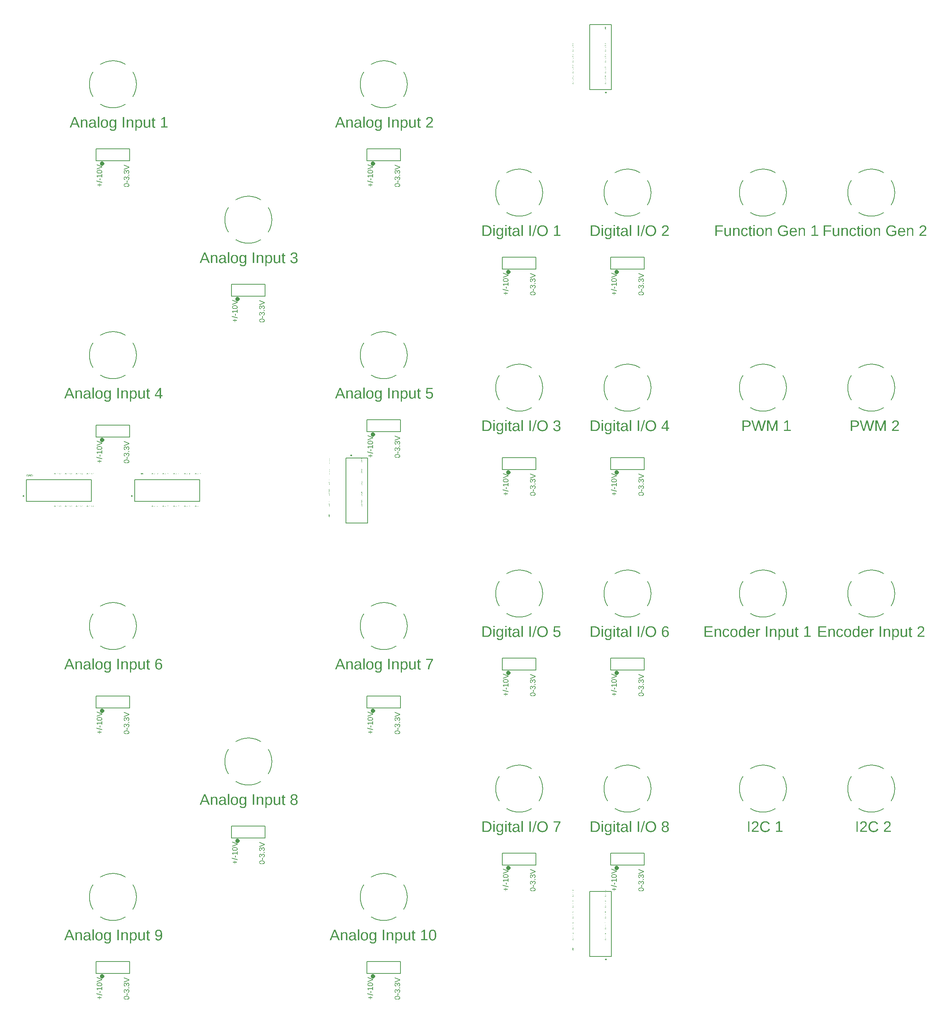
<source format=gbr>
G04 EAGLE Gerber RS-274X export*
G75*
%MOMM*%
%FSLAX34Y34*%
%LPD*%
%INSilkscreen Top*%
%IPPOS*%
%AMOC8*
5,1,8,0,0,1.08239X$1,22.5*%
G01*
G04 Define Apertures*
%ADD10C,0.200000*%
%ADD11C,0.127000*%
%ADD12C,0.152400*%
%ADD13C,0.508000*%
G36*
X63947Y1239520D02*
X62106Y1239520D01*
X62106Y1244443D01*
X63734Y1244443D01*
X64038Y1244434D01*
X64324Y1244404D01*
X64592Y1244355D01*
X64842Y1244287D01*
X65075Y1244198D01*
X65289Y1244091D01*
X65486Y1243963D01*
X65665Y1243816D01*
X65824Y1243651D01*
X65962Y1243469D01*
X66079Y1243271D01*
X66174Y1243057D01*
X66249Y1242825D01*
X66302Y1242578D01*
X66334Y1242313D01*
X66344Y1242032D01*
X66326Y1241663D01*
X66270Y1241318D01*
X66177Y1240997D01*
X66047Y1240699D01*
X65883Y1240430D01*
X65688Y1240195D01*
X65462Y1239993D01*
X65205Y1239824D01*
X64922Y1239691D01*
X64618Y1239596D01*
X64293Y1239539D01*
X63947Y1239520D01*
G37*
%LPC*%
G36*
X63870Y1240055D02*
X64133Y1240069D01*
X64379Y1240114D01*
X64609Y1240188D01*
X64823Y1240292D01*
X65016Y1240424D01*
X65186Y1240582D01*
X65331Y1240767D01*
X65453Y1240977D01*
X65550Y1241211D01*
X65618Y1241465D01*
X65660Y1241738D01*
X65673Y1242032D01*
X65666Y1242254D01*
X65642Y1242463D01*
X65603Y1242658D01*
X65548Y1242839D01*
X65478Y1243007D01*
X65391Y1243161D01*
X65290Y1243301D01*
X65172Y1243428D01*
X65040Y1243541D01*
X64893Y1243639D01*
X64733Y1243721D01*
X64558Y1243789D01*
X64370Y1243841D01*
X64167Y1243879D01*
X63951Y1243901D01*
X63720Y1243909D01*
X62773Y1243909D01*
X62773Y1240055D01*
X63870Y1240055D01*
G37*
%LPD*%
G36*
X57544Y1239520D02*
X56950Y1239520D01*
X56950Y1244443D01*
X57725Y1244443D01*
X60388Y1240222D01*
X60356Y1240813D01*
X60346Y1241215D01*
X60346Y1244443D01*
X60947Y1244443D01*
X60947Y1239520D01*
X60143Y1239520D01*
X57509Y1243713D01*
X57526Y1243374D01*
X57544Y1242791D01*
X57544Y1239520D01*
G37*
G36*
X53641Y1239450D02*
X53268Y1239469D01*
X52922Y1239527D01*
X52602Y1239623D01*
X52310Y1239758D01*
X52046Y1239928D01*
X51816Y1240133D01*
X51619Y1240371D01*
X51455Y1240643D01*
X51326Y1240945D01*
X51234Y1241273D01*
X51178Y1241626D01*
X51160Y1242004D01*
X51170Y1242296D01*
X51200Y1242570D01*
X51250Y1242827D01*
X51321Y1243068D01*
X51411Y1243291D01*
X51522Y1243498D01*
X51652Y1243687D01*
X51803Y1243860D01*
X51972Y1244014D01*
X52157Y1244147D01*
X52358Y1244260D01*
X52576Y1244353D01*
X52810Y1244424D01*
X53060Y1244476D01*
X53327Y1244507D01*
X53609Y1244517D01*
X53999Y1244500D01*
X54350Y1244448D01*
X54663Y1244362D01*
X54937Y1244241D01*
X55178Y1244082D01*
X55389Y1243882D01*
X55571Y1243640D01*
X55723Y1243357D01*
X55087Y1243168D01*
X54973Y1243363D01*
X54838Y1243531D01*
X54684Y1243669D01*
X54509Y1243780D01*
X54314Y1243864D01*
X54096Y1243924D01*
X53855Y1243960D01*
X53592Y1243972D01*
X53385Y1243964D01*
X53191Y1243939D01*
X53009Y1243899D01*
X52840Y1243843D01*
X52683Y1243770D01*
X52539Y1243682D01*
X52408Y1243577D01*
X52289Y1243456D01*
X52183Y1243321D01*
X52091Y1243172D01*
X52014Y1243011D01*
X51950Y1242836D01*
X51901Y1242648D01*
X51866Y1242446D01*
X51845Y1242232D01*
X51838Y1242004D01*
X51845Y1241777D01*
X51868Y1241563D01*
X51905Y1241360D01*
X51957Y1241170D01*
X52025Y1240992D01*
X52107Y1240826D01*
X52204Y1240673D01*
X52317Y1240532D01*
X52442Y1240405D01*
X52579Y1240295D01*
X52727Y1240203D01*
X52887Y1240127D01*
X53058Y1240068D01*
X53241Y1240025D01*
X53435Y1240000D01*
X53641Y1239992D01*
X53878Y1240001D01*
X54107Y1240028D01*
X54328Y1240074D01*
X54541Y1240138D01*
X54739Y1240218D01*
X54918Y1240311D01*
X55078Y1240418D01*
X55217Y1240537D01*
X55217Y1241424D01*
X53746Y1241424D01*
X53746Y1241983D01*
X55832Y1241983D01*
X55832Y1240285D01*
X55625Y1240097D01*
X55396Y1239932D01*
X55145Y1239789D01*
X54873Y1239669D01*
X54583Y1239573D01*
X54281Y1239505D01*
X53967Y1239464D01*
X53641Y1239450D01*
G37*
G36*
X127558Y1244565D02*
X127376Y1244575D01*
X127206Y1244603D01*
X127050Y1244651D01*
X126906Y1244718D01*
X126778Y1244803D01*
X126665Y1244906D01*
X126568Y1245025D01*
X126488Y1245161D01*
X126425Y1245312D01*
X126380Y1245475D01*
X126353Y1245650D01*
X126344Y1245837D01*
X126364Y1246115D01*
X126424Y1246361D01*
X126525Y1246574D01*
X126666Y1246756D01*
X126842Y1246901D01*
X127050Y1247005D01*
X127290Y1247067D01*
X127561Y1247087D01*
X127742Y1247078D01*
X127911Y1247050D01*
X128067Y1247004D01*
X128210Y1246939D01*
X128340Y1246856D01*
X128453Y1246756D01*
X128550Y1246640D01*
X128630Y1246506D01*
X128694Y1246358D01*
X128739Y1246197D01*
X128766Y1246023D01*
X128776Y1245837D01*
X128766Y1245651D01*
X128739Y1245476D01*
X128693Y1245314D01*
X128629Y1245164D01*
X128547Y1245028D01*
X128450Y1244908D01*
X128336Y1244806D01*
X128207Y1244720D01*
X128063Y1244652D01*
X127907Y1244604D01*
X127739Y1244575D01*
X127558Y1244565D01*
G37*
%LPC*%
G36*
X127558Y1244835D02*
X127758Y1244851D01*
X127933Y1244900D01*
X128084Y1244982D01*
X128209Y1245097D01*
X128309Y1245241D01*
X128380Y1245413D01*
X128422Y1245611D01*
X128436Y1245837D01*
X128422Y1246053D01*
X128379Y1246245D01*
X128308Y1246412D01*
X128208Y1246555D01*
X128081Y1246669D01*
X127932Y1246751D01*
X127758Y1246800D01*
X127561Y1246816D01*
X127363Y1246800D01*
X127188Y1246752D01*
X127038Y1246671D01*
X126911Y1246559D01*
X126810Y1246417D01*
X126739Y1246249D01*
X126696Y1246056D01*
X126681Y1245837D01*
X126696Y1245618D01*
X126739Y1245423D01*
X126812Y1245252D01*
X126913Y1245105D01*
X127041Y1244987D01*
X127191Y1244902D01*
X127363Y1244852D01*
X127558Y1244835D01*
G37*
%LPD*%
G36*
X123821Y1244600D02*
X122905Y1244600D01*
X122905Y1247051D01*
X123715Y1247051D01*
X124009Y1247031D01*
X124267Y1246973D01*
X124489Y1246875D01*
X124676Y1246739D01*
X124824Y1246566D01*
X124930Y1246361D01*
X124994Y1246122D01*
X125015Y1245851D01*
X125006Y1245667D01*
X124978Y1245495D01*
X124932Y1245335D01*
X124867Y1245187D01*
X124785Y1245053D01*
X124688Y1244936D01*
X124576Y1244835D01*
X124448Y1244751D01*
X124307Y1244685D01*
X124155Y1244638D01*
X123994Y1244609D01*
X123821Y1244600D01*
G37*
%LPC*%
G36*
X123783Y1244866D02*
X123914Y1244874D01*
X124036Y1244896D01*
X124151Y1244933D01*
X124257Y1244984D01*
X124353Y1245050D01*
X124438Y1245129D01*
X124510Y1245221D01*
X124571Y1245325D01*
X124619Y1245442D01*
X124653Y1245568D01*
X124674Y1245704D01*
X124681Y1245851D01*
X124665Y1246065D01*
X124618Y1246252D01*
X124540Y1246413D01*
X124431Y1246546D01*
X124292Y1246650D01*
X124126Y1246725D01*
X123931Y1246770D01*
X123708Y1246785D01*
X123237Y1246785D01*
X123237Y1244866D01*
X123783Y1244866D01*
G37*
%LPD*%
G36*
X117255Y1244565D02*
X117057Y1244585D01*
X116885Y1244646D01*
X116739Y1244746D01*
X116620Y1244887D01*
X116527Y1245066D01*
X116461Y1245283D01*
X116421Y1245536D01*
X116408Y1245826D01*
X116421Y1246122D01*
X116459Y1246379D01*
X116524Y1246595D01*
X116614Y1246773D01*
X116732Y1246910D01*
X116880Y1247009D01*
X117058Y1247068D01*
X117265Y1247087D01*
X117468Y1247068D01*
X117642Y1247008D01*
X117787Y1246908D01*
X117905Y1246769D01*
X117995Y1246591D01*
X118059Y1246374D01*
X118098Y1246119D01*
X118111Y1245826D01*
X118097Y1245537D01*
X118057Y1245285D01*
X117989Y1245069D01*
X117894Y1244889D01*
X117773Y1244747D01*
X117626Y1244646D01*
X117454Y1244585D01*
X117255Y1244565D01*
G37*
%LPC*%
G36*
X117259Y1244821D02*
X117388Y1244836D01*
X117498Y1244883D01*
X117590Y1244960D01*
X117664Y1245068D01*
X117720Y1245208D01*
X117760Y1245381D01*
X117785Y1245587D01*
X117793Y1245826D01*
X117785Y1246073D01*
X117762Y1246284D01*
X117724Y1246458D01*
X117670Y1246595D01*
X117599Y1246699D01*
X117507Y1246774D01*
X117396Y1246819D01*
X117265Y1246834D01*
X117131Y1246819D01*
X117017Y1246775D01*
X116924Y1246701D01*
X116851Y1246599D01*
X116795Y1246462D01*
X116756Y1246288D01*
X116732Y1246076D01*
X116724Y1245826D01*
X116732Y1245583D01*
X116756Y1245375D01*
X116796Y1245201D01*
X116852Y1245063D01*
X116926Y1244957D01*
X117018Y1244881D01*
X117129Y1244836D01*
X117259Y1244821D01*
G37*
%LPD*%
G36*
X131917Y1244565D02*
X131731Y1244577D01*
X131566Y1244612D01*
X131423Y1244670D01*
X131302Y1244751D01*
X131205Y1244854D01*
X131135Y1244977D01*
X131094Y1245119D01*
X131080Y1245280D01*
X131088Y1245395D01*
X131114Y1245501D01*
X131157Y1245597D01*
X131217Y1245684D01*
X131291Y1245757D01*
X131374Y1245815D01*
X131466Y1245857D01*
X131569Y1245882D01*
X131569Y1245889D01*
X131474Y1245919D01*
X131390Y1245963D01*
X131316Y1246021D01*
X131253Y1246092D01*
X131202Y1246174D01*
X131166Y1246263D01*
X131144Y1246358D01*
X131137Y1246460D01*
X131150Y1246593D01*
X131190Y1246713D01*
X131255Y1246820D01*
X131347Y1246914D01*
X131461Y1246990D01*
X131592Y1247044D01*
X131742Y1247077D01*
X131910Y1247087D01*
X132081Y1247077D01*
X132233Y1247045D01*
X132367Y1246992D01*
X132481Y1246917D01*
X132573Y1246824D01*
X132638Y1246717D01*
X132677Y1246594D01*
X132691Y1246456D01*
X132683Y1246354D01*
X132661Y1246259D01*
X132625Y1246171D01*
X132574Y1246089D01*
X132510Y1246018D01*
X132507Y1246015D01*
X132436Y1245962D01*
X132351Y1245920D01*
X132256Y1245892D01*
X132256Y1245885D01*
X132367Y1245859D01*
X132464Y1245817D01*
X132549Y1245759D01*
X132615Y1245693D01*
X132621Y1245686D01*
X132678Y1245601D01*
X132719Y1245505D01*
X132743Y1245399D01*
X132751Y1245284D01*
X132738Y1245123D01*
X132698Y1244982D01*
X132630Y1244859D01*
X132536Y1244755D01*
X132416Y1244672D01*
X132273Y1244613D01*
X132107Y1244577D01*
X131917Y1244565D01*
G37*
%LPC*%
G36*
X131920Y1244800D02*
X132040Y1244808D01*
X132143Y1244831D01*
X132230Y1244869D01*
X132301Y1244923D01*
X132356Y1244993D01*
X132395Y1245082D01*
X132418Y1245188D01*
X132426Y1245313D01*
X132418Y1245420D01*
X132392Y1245513D01*
X132350Y1245592D01*
X132291Y1245657D01*
X132216Y1245707D01*
X132127Y1245744D01*
X132025Y1245765D01*
X131910Y1245772D01*
X131797Y1245765D01*
X131697Y1245741D01*
X131611Y1245702D01*
X131537Y1245648D01*
X131479Y1245580D01*
X131437Y1245500D01*
X131412Y1245409D01*
X131403Y1245306D01*
X131411Y1245188D01*
X131436Y1245085D01*
X131476Y1244998D01*
X131533Y1244927D01*
X131605Y1244871D01*
X131694Y1244832D01*
X131799Y1244808D01*
X131920Y1244800D01*
G37*
G36*
X131913Y1246007D02*
X132017Y1246014D01*
X132108Y1246033D01*
X132185Y1246064D01*
X132250Y1246109D01*
X132300Y1246168D01*
X132336Y1246242D01*
X132358Y1246333D01*
X132365Y1246439D01*
X132358Y1246536D01*
X132337Y1246621D01*
X132301Y1246692D01*
X132251Y1246750D01*
X132187Y1246796D01*
X132109Y1246828D01*
X132016Y1246848D01*
X131910Y1246854D01*
X131806Y1246848D01*
X131715Y1246828D01*
X131637Y1246796D01*
X131573Y1246750D01*
X131522Y1246691D01*
X131486Y1246620D01*
X131465Y1246536D01*
X131457Y1246439D01*
X131465Y1246340D01*
X131487Y1246253D01*
X131524Y1246179D01*
X131576Y1246118D01*
X131642Y1246069D01*
X131720Y1246035D01*
X131810Y1246014D01*
X131913Y1246007D01*
G37*
%LPD*%
G36*
X119598Y1244600D02*
X119253Y1244600D01*
X118253Y1247051D01*
X118603Y1247051D01*
X119281Y1245325D01*
X119427Y1244892D01*
X119573Y1245325D01*
X120248Y1247051D01*
X120598Y1247051D01*
X119598Y1244600D01*
G37*
G36*
X116107Y1244600D02*
X114571Y1244600D01*
X114571Y1244866D01*
X115196Y1244866D01*
X115196Y1246752D01*
X114643Y1246357D01*
X114643Y1246653D01*
X115222Y1247051D01*
X115511Y1247051D01*
X115511Y1244866D01*
X116107Y1244866D01*
X116107Y1244600D01*
G37*
G36*
X125836Y1244600D02*
X125504Y1244600D01*
X125504Y1247051D01*
X125836Y1247051D01*
X125836Y1244600D01*
G37*
G36*
X122634Y1243892D02*
X120559Y1243892D01*
X120559Y1244118D01*
X122634Y1244118D01*
X122634Y1243892D01*
G37*
G36*
X130946Y1243892D02*
X128871Y1243892D01*
X128871Y1244118D01*
X130946Y1244118D01*
X130946Y1243892D01*
G37*
G36*
X152958Y1244565D02*
X152776Y1244575D01*
X152606Y1244603D01*
X152450Y1244651D01*
X152306Y1244718D01*
X152178Y1244803D01*
X152065Y1244906D01*
X151968Y1245025D01*
X151888Y1245161D01*
X151825Y1245312D01*
X151780Y1245475D01*
X151753Y1245650D01*
X151744Y1245837D01*
X151764Y1246115D01*
X151824Y1246361D01*
X151925Y1246574D01*
X152066Y1246756D01*
X152242Y1246901D01*
X152450Y1247005D01*
X152690Y1247067D01*
X152961Y1247087D01*
X153142Y1247078D01*
X153311Y1247050D01*
X153467Y1247004D01*
X153610Y1246939D01*
X153740Y1246856D01*
X153853Y1246756D01*
X153950Y1246640D01*
X154030Y1246506D01*
X154094Y1246358D01*
X154139Y1246197D01*
X154166Y1246023D01*
X154176Y1245837D01*
X154166Y1245651D01*
X154139Y1245476D01*
X154093Y1245314D01*
X154029Y1245164D01*
X153947Y1245028D01*
X153850Y1244908D01*
X153736Y1244806D01*
X153607Y1244720D01*
X153463Y1244652D01*
X153307Y1244604D01*
X153139Y1244575D01*
X152958Y1244565D01*
G37*
%LPC*%
G36*
X152958Y1244835D02*
X153158Y1244851D01*
X153333Y1244900D01*
X153484Y1244982D01*
X153609Y1245097D01*
X153709Y1245241D01*
X153780Y1245413D01*
X153822Y1245611D01*
X153836Y1245837D01*
X153822Y1246053D01*
X153779Y1246245D01*
X153708Y1246412D01*
X153608Y1246555D01*
X153481Y1246669D01*
X153332Y1246751D01*
X153158Y1246800D01*
X152961Y1246816D01*
X152763Y1246800D01*
X152588Y1246752D01*
X152438Y1246671D01*
X152311Y1246559D01*
X152210Y1246417D01*
X152139Y1246249D01*
X152096Y1246056D01*
X152081Y1245837D01*
X152096Y1245618D01*
X152139Y1245423D01*
X152212Y1245252D01*
X152313Y1245105D01*
X152441Y1244987D01*
X152591Y1244902D01*
X152763Y1244852D01*
X152958Y1244835D01*
G37*
%LPD*%
G36*
X149221Y1244600D02*
X148305Y1244600D01*
X148305Y1247051D01*
X149115Y1247051D01*
X149409Y1247031D01*
X149667Y1246973D01*
X149889Y1246875D01*
X150076Y1246739D01*
X150224Y1246566D01*
X150330Y1246361D01*
X150394Y1246122D01*
X150415Y1245851D01*
X150406Y1245667D01*
X150378Y1245495D01*
X150332Y1245335D01*
X150267Y1245187D01*
X150185Y1245053D01*
X150088Y1244936D01*
X149976Y1244835D01*
X149848Y1244751D01*
X149707Y1244685D01*
X149555Y1244638D01*
X149394Y1244609D01*
X149221Y1244600D01*
G37*
%LPC*%
G36*
X149183Y1244866D02*
X149314Y1244874D01*
X149436Y1244896D01*
X149551Y1244933D01*
X149657Y1244984D01*
X149753Y1245050D01*
X149838Y1245129D01*
X149910Y1245221D01*
X149971Y1245325D01*
X150019Y1245442D01*
X150053Y1245568D01*
X150074Y1245704D01*
X150081Y1245851D01*
X150065Y1246065D01*
X150018Y1246252D01*
X149940Y1246413D01*
X149831Y1246546D01*
X149692Y1246650D01*
X149526Y1246725D01*
X149331Y1246770D01*
X149108Y1246785D01*
X148637Y1246785D01*
X148637Y1244866D01*
X149183Y1244866D01*
G37*
%LPD*%
G36*
X142655Y1244565D02*
X142457Y1244585D01*
X142285Y1244646D01*
X142139Y1244746D01*
X142020Y1244887D01*
X141927Y1245066D01*
X141861Y1245283D01*
X141821Y1245536D01*
X141808Y1245826D01*
X141821Y1246122D01*
X141859Y1246379D01*
X141924Y1246595D01*
X142014Y1246773D01*
X142132Y1246910D01*
X142280Y1247009D01*
X142458Y1247068D01*
X142665Y1247087D01*
X142868Y1247068D01*
X143042Y1247008D01*
X143187Y1246908D01*
X143305Y1246769D01*
X143395Y1246591D01*
X143459Y1246374D01*
X143498Y1246119D01*
X143511Y1245826D01*
X143497Y1245537D01*
X143457Y1245285D01*
X143389Y1245069D01*
X143294Y1244889D01*
X143173Y1244747D01*
X143026Y1244646D01*
X142854Y1244585D01*
X142655Y1244565D01*
G37*
%LPC*%
G36*
X142659Y1244821D02*
X142788Y1244836D01*
X142898Y1244883D01*
X142990Y1244960D01*
X143064Y1245068D01*
X143120Y1245208D01*
X143160Y1245381D01*
X143185Y1245587D01*
X143193Y1245826D01*
X143185Y1246073D01*
X143162Y1246284D01*
X143124Y1246458D01*
X143070Y1246595D01*
X142999Y1246699D01*
X142907Y1246774D01*
X142796Y1246819D01*
X142665Y1246834D01*
X142531Y1246819D01*
X142417Y1246775D01*
X142324Y1246701D01*
X142251Y1246599D01*
X142195Y1246462D01*
X142156Y1246288D01*
X142132Y1246076D01*
X142124Y1245826D01*
X142132Y1245583D01*
X142156Y1245375D01*
X142196Y1245201D01*
X142252Y1245063D01*
X142326Y1244957D01*
X142418Y1244881D01*
X142529Y1244836D01*
X142659Y1244821D01*
G37*
%LPD*%
G36*
X157358Y1244565D02*
X157163Y1244584D01*
X156993Y1244642D01*
X156847Y1244738D01*
X156725Y1244873D01*
X156629Y1245045D01*
X156561Y1245251D01*
X156520Y1245492D01*
X156506Y1245769D01*
X156520Y1246069D01*
X156563Y1246332D01*
X156634Y1246558D01*
X156734Y1246747D01*
X156860Y1246896D01*
X157010Y1247002D01*
X157184Y1247066D01*
X157383Y1247087D01*
X157515Y1247080D01*
X157634Y1247056D01*
X157741Y1247017D01*
X157835Y1246963D01*
X157916Y1246892D01*
X157984Y1246807D01*
X158039Y1246705D01*
X158082Y1246588D01*
X157783Y1246534D01*
X157723Y1246665D01*
X157636Y1246759D01*
X157521Y1246815D01*
X157379Y1246834D01*
X157253Y1246818D01*
X157141Y1246771D01*
X157045Y1246693D01*
X156964Y1246584D01*
X156900Y1246445D01*
X156854Y1246278D01*
X156826Y1246084D01*
X156817Y1245861D01*
X156920Y1246001D01*
X157057Y1246102D01*
X157223Y1246164D01*
X157412Y1246185D01*
X157573Y1246171D01*
X157716Y1246132D01*
X157842Y1246065D01*
X157951Y1245972D01*
X158038Y1245857D01*
X158100Y1245724D01*
X158137Y1245572D01*
X158150Y1245402D01*
X158137Y1245218D01*
X158097Y1245055D01*
X158031Y1244912D01*
X157939Y1244790D01*
X157824Y1244691D01*
X157689Y1244621D01*
X157534Y1244579D01*
X157358Y1244565D01*
G37*
%LPC*%
G36*
X157348Y1244817D02*
X157455Y1244827D01*
X157550Y1244855D01*
X157632Y1244903D01*
X157703Y1244970D01*
X157759Y1245053D01*
X157799Y1245150D01*
X157823Y1245262D01*
X157831Y1245388D01*
X157823Y1245513D01*
X157799Y1245624D01*
X157758Y1245719D01*
X157701Y1245799D01*
X157629Y1245862D01*
X157545Y1245907D01*
X157448Y1245934D01*
X157337Y1245943D01*
X157233Y1245935D01*
X157139Y1245911D01*
X157056Y1245871D01*
X156983Y1245815D01*
X156924Y1245745D01*
X156882Y1245663D01*
X156857Y1245569D01*
X156849Y1245463D01*
X156857Y1245327D01*
X156884Y1245205D01*
X156927Y1245095D01*
X156989Y1244998D01*
X157064Y1244919D01*
X157148Y1244863D01*
X157243Y1244829D01*
X157348Y1244817D01*
G37*
%LPD*%
G36*
X144998Y1244600D02*
X144653Y1244600D01*
X143653Y1247051D01*
X144003Y1247051D01*
X144681Y1245325D01*
X144827Y1244892D01*
X144973Y1245325D01*
X145648Y1247051D01*
X145998Y1247051D01*
X144998Y1244600D01*
G37*
G36*
X141507Y1244600D02*
X139971Y1244600D01*
X139971Y1244866D01*
X140596Y1244866D01*
X140596Y1246752D01*
X140043Y1246357D01*
X140043Y1246653D01*
X140622Y1247051D01*
X140911Y1247051D01*
X140911Y1244866D01*
X141507Y1244866D01*
X141507Y1244600D01*
G37*
G36*
X151236Y1244600D02*
X150904Y1244600D01*
X150904Y1247051D01*
X151236Y1247051D01*
X151236Y1244600D01*
G37*
G36*
X148034Y1243892D02*
X145959Y1243892D01*
X145959Y1244118D01*
X148034Y1244118D01*
X148034Y1243892D01*
G37*
G36*
X156346Y1243892D02*
X154271Y1243892D01*
X154271Y1244118D01*
X156346Y1244118D01*
X156346Y1243892D01*
G37*
G36*
X178358Y1244565D02*
X178176Y1244575D01*
X178006Y1244603D01*
X177850Y1244651D01*
X177706Y1244718D01*
X177578Y1244803D01*
X177465Y1244906D01*
X177368Y1245025D01*
X177288Y1245161D01*
X177225Y1245312D01*
X177180Y1245475D01*
X177153Y1245650D01*
X177144Y1245837D01*
X177164Y1246115D01*
X177224Y1246361D01*
X177325Y1246574D01*
X177466Y1246756D01*
X177642Y1246901D01*
X177850Y1247005D01*
X178090Y1247067D01*
X178361Y1247087D01*
X178542Y1247078D01*
X178711Y1247050D01*
X178867Y1247004D01*
X179010Y1246939D01*
X179140Y1246856D01*
X179253Y1246756D01*
X179350Y1246640D01*
X179430Y1246506D01*
X179494Y1246358D01*
X179539Y1246197D01*
X179566Y1246023D01*
X179576Y1245837D01*
X179566Y1245651D01*
X179539Y1245476D01*
X179493Y1245314D01*
X179429Y1245164D01*
X179347Y1245028D01*
X179250Y1244908D01*
X179136Y1244806D01*
X179007Y1244720D01*
X178863Y1244652D01*
X178707Y1244604D01*
X178539Y1244575D01*
X178358Y1244565D01*
G37*
%LPC*%
G36*
X178358Y1244835D02*
X178558Y1244851D01*
X178733Y1244900D01*
X178884Y1244982D01*
X179009Y1245097D01*
X179109Y1245241D01*
X179180Y1245413D01*
X179222Y1245611D01*
X179236Y1245837D01*
X179222Y1246053D01*
X179179Y1246245D01*
X179108Y1246412D01*
X179008Y1246555D01*
X178881Y1246669D01*
X178732Y1246751D01*
X178558Y1246800D01*
X178361Y1246816D01*
X178163Y1246800D01*
X177988Y1246752D01*
X177838Y1246671D01*
X177711Y1246559D01*
X177610Y1246417D01*
X177539Y1246249D01*
X177496Y1246056D01*
X177481Y1245837D01*
X177496Y1245618D01*
X177539Y1245423D01*
X177612Y1245252D01*
X177713Y1245105D01*
X177841Y1244987D01*
X177991Y1244902D01*
X178163Y1244852D01*
X178358Y1244835D01*
G37*
%LPD*%
G36*
X174621Y1244600D02*
X173705Y1244600D01*
X173705Y1247051D01*
X174515Y1247051D01*
X174809Y1247031D01*
X175067Y1246973D01*
X175289Y1246875D01*
X175476Y1246739D01*
X175624Y1246566D01*
X175730Y1246361D01*
X175794Y1246122D01*
X175815Y1245851D01*
X175806Y1245667D01*
X175778Y1245495D01*
X175732Y1245335D01*
X175667Y1245187D01*
X175585Y1245053D01*
X175488Y1244936D01*
X175376Y1244835D01*
X175248Y1244751D01*
X175107Y1244685D01*
X174955Y1244638D01*
X174794Y1244609D01*
X174621Y1244600D01*
G37*
%LPC*%
G36*
X174583Y1244866D02*
X174714Y1244874D01*
X174836Y1244896D01*
X174951Y1244933D01*
X175057Y1244984D01*
X175153Y1245050D01*
X175238Y1245129D01*
X175310Y1245221D01*
X175371Y1245325D01*
X175419Y1245442D01*
X175453Y1245568D01*
X175474Y1245704D01*
X175481Y1245851D01*
X175465Y1246065D01*
X175418Y1246252D01*
X175340Y1246413D01*
X175231Y1246546D01*
X175092Y1246650D01*
X174926Y1246725D01*
X174731Y1246770D01*
X174508Y1246785D01*
X174037Y1246785D01*
X174037Y1244866D01*
X174583Y1244866D01*
G37*
%LPD*%
G36*
X168055Y1244565D02*
X167857Y1244585D01*
X167685Y1244646D01*
X167539Y1244746D01*
X167420Y1244887D01*
X167327Y1245066D01*
X167261Y1245283D01*
X167221Y1245536D01*
X167208Y1245826D01*
X167221Y1246122D01*
X167259Y1246379D01*
X167324Y1246595D01*
X167414Y1246773D01*
X167532Y1246910D01*
X167680Y1247009D01*
X167858Y1247068D01*
X168065Y1247087D01*
X168268Y1247068D01*
X168442Y1247008D01*
X168587Y1246908D01*
X168705Y1246769D01*
X168795Y1246591D01*
X168859Y1246374D01*
X168898Y1246119D01*
X168911Y1245826D01*
X168897Y1245537D01*
X168857Y1245285D01*
X168789Y1245069D01*
X168694Y1244889D01*
X168573Y1244747D01*
X168426Y1244646D01*
X168254Y1244585D01*
X168055Y1244565D01*
G37*
%LPC*%
G36*
X168059Y1244821D02*
X168188Y1244836D01*
X168298Y1244883D01*
X168390Y1244960D01*
X168464Y1245068D01*
X168520Y1245208D01*
X168560Y1245381D01*
X168585Y1245587D01*
X168593Y1245826D01*
X168585Y1246073D01*
X168562Y1246284D01*
X168524Y1246458D01*
X168470Y1246595D01*
X168399Y1246699D01*
X168307Y1246774D01*
X168196Y1246819D01*
X168065Y1246834D01*
X167931Y1246819D01*
X167817Y1246775D01*
X167724Y1246701D01*
X167651Y1246599D01*
X167595Y1246462D01*
X167556Y1246288D01*
X167532Y1246076D01*
X167524Y1245826D01*
X167532Y1245583D01*
X167556Y1245375D01*
X167596Y1245201D01*
X167652Y1245063D01*
X167726Y1244957D01*
X167818Y1244881D01*
X167929Y1244836D01*
X168059Y1244821D01*
G37*
%LPD*%
G36*
X183258Y1244600D02*
X182962Y1244600D01*
X182962Y1245155D01*
X181807Y1245155D01*
X181807Y1245398D01*
X182929Y1247051D01*
X183258Y1247051D01*
X183258Y1245402D01*
X183602Y1245402D01*
X183602Y1245155D01*
X183258Y1245155D01*
X183258Y1244600D01*
G37*
%LPC*%
G36*
X182962Y1245402D02*
X182962Y1246698D01*
X182913Y1246606D01*
X182845Y1246491D01*
X182217Y1245565D01*
X182123Y1245437D01*
X182096Y1245402D01*
X182962Y1245402D01*
G37*
%LPD*%
G36*
X170398Y1244600D02*
X170053Y1244600D01*
X169053Y1247051D01*
X169403Y1247051D01*
X170081Y1245325D01*
X170227Y1244892D01*
X170373Y1245325D01*
X171048Y1247051D01*
X171398Y1247051D01*
X170398Y1244600D01*
G37*
G36*
X166907Y1244600D02*
X165371Y1244600D01*
X165371Y1244866D01*
X165996Y1244866D01*
X165996Y1246752D01*
X165443Y1246357D01*
X165443Y1246653D01*
X166022Y1247051D01*
X166311Y1247051D01*
X166311Y1244866D01*
X166907Y1244866D01*
X166907Y1244600D01*
G37*
G36*
X176636Y1244600D02*
X176304Y1244600D01*
X176304Y1247051D01*
X176636Y1247051D01*
X176636Y1244600D01*
G37*
G36*
X173434Y1243892D02*
X171359Y1243892D01*
X171359Y1244118D01*
X173434Y1244118D01*
X173434Y1243892D01*
G37*
G36*
X181746Y1243892D02*
X179671Y1243892D01*
X179671Y1244118D01*
X181746Y1244118D01*
X181746Y1243892D01*
G37*
G36*
X203758Y1244565D02*
X203576Y1244575D01*
X203406Y1244603D01*
X203250Y1244651D01*
X203106Y1244718D01*
X202978Y1244803D01*
X202865Y1244906D01*
X202768Y1245025D01*
X202688Y1245161D01*
X202625Y1245312D01*
X202580Y1245475D01*
X202553Y1245650D01*
X202544Y1245837D01*
X202564Y1246115D01*
X202624Y1246361D01*
X202725Y1246574D01*
X202866Y1246756D01*
X203042Y1246901D01*
X203250Y1247005D01*
X203490Y1247067D01*
X203761Y1247087D01*
X203942Y1247078D01*
X204111Y1247050D01*
X204267Y1247004D01*
X204410Y1246939D01*
X204540Y1246856D01*
X204653Y1246756D01*
X204750Y1246640D01*
X204830Y1246506D01*
X204894Y1246358D01*
X204939Y1246197D01*
X204966Y1246023D01*
X204976Y1245837D01*
X204966Y1245651D01*
X204939Y1245476D01*
X204893Y1245314D01*
X204829Y1245164D01*
X204747Y1245028D01*
X204650Y1244908D01*
X204536Y1244806D01*
X204407Y1244720D01*
X204263Y1244652D01*
X204107Y1244604D01*
X203939Y1244575D01*
X203758Y1244565D01*
G37*
%LPC*%
G36*
X203758Y1244835D02*
X203958Y1244851D01*
X204133Y1244900D01*
X204284Y1244982D01*
X204409Y1245097D01*
X204509Y1245241D01*
X204580Y1245413D01*
X204622Y1245611D01*
X204636Y1245837D01*
X204622Y1246053D01*
X204579Y1246245D01*
X204508Y1246412D01*
X204408Y1246555D01*
X204281Y1246669D01*
X204132Y1246751D01*
X203958Y1246800D01*
X203761Y1246816D01*
X203563Y1246800D01*
X203388Y1246752D01*
X203238Y1246671D01*
X203111Y1246559D01*
X203010Y1246417D01*
X202939Y1246249D01*
X202896Y1246056D01*
X202881Y1245837D01*
X202896Y1245618D01*
X202939Y1245423D01*
X203012Y1245252D01*
X203113Y1245105D01*
X203241Y1244987D01*
X203391Y1244902D01*
X203563Y1244852D01*
X203758Y1244835D01*
G37*
%LPD*%
G36*
X200021Y1244600D02*
X199105Y1244600D01*
X199105Y1247051D01*
X199915Y1247051D01*
X200209Y1247031D01*
X200467Y1246973D01*
X200689Y1246875D01*
X200876Y1246739D01*
X201024Y1246566D01*
X201130Y1246361D01*
X201194Y1246122D01*
X201215Y1245851D01*
X201206Y1245667D01*
X201178Y1245495D01*
X201132Y1245335D01*
X201067Y1245187D01*
X200985Y1245053D01*
X200888Y1244936D01*
X200776Y1244835D01*
X200648Y1244751D01*
X200507Y1244685D01*
X200355Y1244638D01*
X200194Y1244609D01*
X200021Y1244600D01*
G37*
%LPC*%
G36*
X199983Y1244866D02*
X200114Y1244874D01*
X200236Y1244896D01*
X200351Y1244933D01*
X200457Y1244984D01*
X200553Y1245050D01*
X200638Y1245129D01*
X200710Y1245221D01*
X200771Y1245325D01*
X200819Y1245442D01*
X200853Y1245568D01*
X200874Y1245704D01*
X200881Y1245851D01*
X200865Y1246065D01*
X200818Y1246252D01*
X200740Y1246413D01*
X200631Y1246546D01*
X200492Y1246650D01*
X200326Y1246725D01*
X200131Y1246770D01*
X199908Y1246785D01*
X199437Y1246785D01*
X199437Y1244866D01*
X199983Y1244866D01*
G37*
%LPD*%
G36*
X193455Y1244565D02*
X193257Y1244585D01*
X193085Y1244646D01*
X192939Y1244746D01*
X192820Y1244887D01*
X192727Y1245066D01*
X192661Y1245283D01*
X192621Y1245536D01*
X192608Y1245826D01*
X192621Y1246122D01*
X192659Y1246379D01*
X192724Y1246595D01*
X192814Y1246773D01*
X192932Y1246910D01*
X193080Y1247009D01*
X193258Y1247068D01*
X193465Y1247087D01*
X193668Y1247068D01*
X193842Y1247008D01*
X193987Y1246908D01*
X194105Y1246769D01*
X194195Y1246591D01*
X194259Y1246374D01*
X194298Y1246119D01*
X194311Y1245826D01*
X194297Y1245537D01*
X194257Y1245285D01*
X194189Y1245069D01*
X194094Y1244889D01*
X193973Y1244747D01*
X193826Y1244646D01*
X193654Y1244585D01*
X193455Y1244565D01*
G37*
%LPC*%
G36*
X193459Y1244821D02*
X193588Y1244836D01*
X193698Y1244883D01*
X193790Y1244960D01*
X193864Y1245068D01*
X193920Y1245208D01*
X193960Y1245381D01*
X193985Y1245587D01*
X193993Y1245826D01*
X193985Y1246073D01*
X193962Y1246284D01*
X193924Y1246458D01*
X193870Y1246595D01*
X193799Y1246699D01*
X193707Y1246774D01*
X193596Y1246819D01*
X193465Y1246834D01*
X193331Y1246819D01*
X193217Y1246775D01*
X193124Y1246701D01*
X193051Y1246599D01*
X192995Y1246462D01*
X192956Y1246288D01*
X192932Y1246076D01*
X192924Y1245826D01*
X192932Y1245583D01*
X192956Y1245375D01*
X192996Y1245201D01*
X193052Y1245063D01*
X193126Y1244957D01*
X193218Y1244881D01*
X193329Y1244836D01*
X193459Y1244821D01*
G37*
%LPD*%
G36*
X195798Y1244600D02*
X195453Y1244600D01*
X194453Y1247051D01*
X194803Y1247051D01*
X195481Y1245325D01*
X195627Y1244892D01*
X195773Y1245325D01*
X196448Y1247051D01*
X196798Y1247051D01*
X195798Y1244600D01*
G37*
G36*
X208927Y1244600D02*
X207304Y1244600D01*
X207304Y1244821D01*
X207403Y1245012D01*
X207521Y1245180D01*
X207789Y1245462D01*
X208069Y1245696D01*
X208318Y1245912D01*
X208419Y1246022D01*
X208498Y1246138D01*
X208550Y1246264D01*
X208567Y1246406D01*
X208560Y1246501D01*
X208537Y1246585D01*
X208501Y1246657D01*
X208449Y1246719D01*
X208384Y1246767D01*
X208307Y1246802D01*
X208219Y1246823D01*
X208120Y1246830D01*
X208024Y1246823D01*
X207938Y1246803D01*
X207860Y1246769D01*
X207790Y1246721D01*
X207732Y1246661D01*
X207688Y1246591D01*
X207656Y1246509D01*
X207638Y1246416D01*
X207318Y1246446D01*
X207347Y1246585D01*
X207398Y1246710D01*
X207472Y1246819D01*
X207568Y1246914D01*
X207683Y1246990D01*
X207813Y1247044D01*
X207959Y1247077D01*
X208120Y1247087D01*
X208295Y1247077D01*
X208448Y1247044D01*
X208579Y1246989D01*
X208690Y1246913D01*
X208777Y1246816D01*
X208839Y1246701D01*
X208876Y1246568D01*
X208889Y1246416D01*
X208873Y1246274D01*
X208824Y1246133D01*
X208743Y1245992D01*
X208630Y1245851D01*
X208442Y1245671D01*
X208137Y1245414D01*
X207819Y1245119D01*
X207717Y1244990D01*
X207649Y1244866D01*
X208927Y1244866D01*
X208927Y1244600D01*
G37*
G36*
X192307Y1244600D02*
X190771Y1244600D01*
X190771Y1244866D01*
X191396Y1244866D01*
X191396Y1246752D01*
X190843Y1246357D01*
X190843Y1246653D01*
X191422Y1247051D01*
X191711Y1247051D01*
X191711Y1244866D01*
X192307Y1244866D01*
X192307Y1244600D01*
G37*
G36*
X202036Y1244600D02*
X201704Y1244600D01*
X201704Y1247051D01*
X202036Y1247051D01*
X202036Y1244600D01*
G37*
G36*
X198834Y1243892D02*
X196759Y1243892D01*
X196759Y1244118D01*
X198834Y1244118D01*
X198834Y1243892D01*
G37*
G36*
X207146Y1243892D02*
X205071Y1243892D01*
X205071Y1244118D01*
X207146Y1244118D01*
X207146Y1243892D01*
G37*
G36*
X203758Y1168365D02*
X203576Y1168375D01*
X203406Y1168403D01*
X203250Y1168451D01*
X203106Y1168518D01*
X202978Y1168603D01*
X202865Y1168706D01*
X202768Y1168825D01*
X202688Y1168961D01*
X202625Y1169112D01*
X202580Y1169275D01*
X202553Y1169450D01*
X202544Y1169637D01*
X202564Y1169915D01*
X202624Y1170161D01*
X202725Y1170374D01*
X202866Y1170556D01*
X203042Y1170701D01*
X203250Y1170805D01*
X203490Y1170867D01*
X203761Y1170887D01*
X203942Y1170878D01*
X204111Y1170850D01*
X204267Y1170804D01*
X204410Y1170739D01*
X204540Y1170656D01*
X204653Y1170556D01*
X204750Y1170440D01*
X204830Y1170306D01*
X204894Y1170158D01*
X204939Y1169997D01*
X204966Y1169823D01*
X204976Y1169637D01*
X204966Y1169451D01*
X204939Y1169276D01*
X204893Y1169114D01*
X204829Y1168964D01*
X204747Y1168828D01*
X204650Y1168708D01*
X204536Y1168606D01*
X204407Y1168520D01*
X204263Y1168452D01*
X204107Y1168404D01*
X203939Y1168375D01*
X203758Y1168365D01*
G37*
%LPC*%
G36*
X203758Y1168635D02*
X203958Y1168651D01*
X204133Y1168700D01*
X204284Y1168782D01*
X204409Y1168897D01*
X204509Y1169041D01*
X204580Y1169213D01*
X204622Y1169411D01*
X204636Y1169637D01*
X204622Y1169853D01*
X204579Y1170045D01*
X204508Y1170212D01*
X204408Y1170355D01*
X204281Y1170469D01*
X204132Y1170551D01*
X203958Y1170600D01*
X203761Y1170616D01*
X203563Y1170600D01*
X203388Y1170552D01*
X203238Y1170471D01*
X203111Y1170359D01*
X203010Y1170217D01*
X202939Y1170049D01*
X202896Y1169856D01*
X202881Y1169637D01*
X202896Y1169418D01*
X202939Y1169223D01*
X203012Y1169052D01*
X203113Y1168905D01*
X203241Y1168787D01*
X203391Y1168702D01*
X203563Y1168652D01*
X203758Y1168635D01*
G37*
%LPD*%
G36*
X200021Y1168400D02*
X199105Y1168400D01*
X199105Y1170851D01*
X199915Y1170851D01*
X200209Y1170831D01*
X200467Y1170773D01*
X200689Y1170675D01*
X200876Y1170539D01*
X201024Y1170366D01*
X201130Y1170161D01*
X201194Y1169922D01*
X201215Y1169651D01*
X201206Y1169467D01*
X201178Y1169295D01*
X201132Y1169135D01*
X201067Y1168987D01*
X200985Y1168853D01*
X200888Y1168736D01*
X200776Y1168635D01*
X200648Y1168551D01*
X200507Y1168485D01*
X200355Y1168438D01*
X200194Y1168409D01*
X200021Y1168400D01*
G37*
%LPC*%
G36*
X199983Y1168666D02*
X200114Y1168674D01*
X200236Y1168696D01*
X200351Y1168733D01*
X200457Y1168784D01*
X200553Y1168850D01*
X200638Y1168929D01*
X200710Y1169021D01*
X200771Y1169125D01*
X200819Y1169242D01*
X200853Y1169368D01*
X200874Y1169504D01*
X200881Y1169651D01*
X200865Y1169865D01*
X200818Y1170052D01*
X200740Y1170213D01*
X200631Y1170346D01*
X200492Y1170450D01*
X200326Y1170525D01*
X200131Y1170570D01*
X199908Y1170585D01*
X199437Y1170585D01*
X199437Y1168666D01*
X199983Y1168666D01*
G37*
%LPD*%
G36*
X193455Y1168365D02*
X193257Y1168385D01*
X193085Y1168446D01*
X192939Y1168546D01*
X192820Y1168687D01*
X192727Y1168866D01*
X192661Y1169083D01*
X192621Y1169336D01*
X192608Y1169626D01*
X192621Y1169922D01*
X192659Y1170179D01*
X192724Y1170395D01*
X192814Y1170573D01*
X192932Y1170710D01*
X193080Y1170809D01*
X193258Y1170868D01*
X193465Y1170887D01*
X193668Y1170868D01*
X193842Y1170808D01*
X193987Y1170708D01*
X194105Y1170569D01*
X194195Y1170391D01*
X194259Y1170174D01*
X194298Y1169919D01*
X194311Y1169626D01*
X194297Y1169337D01*
X194257Y1169085D01*
X194189Y1168869D01*
X194094Y1168689D01*
X193973Y1168547D01*
X193826Y1168446D01*
X193654Y1168385D01*
X193455Y1168365D01*
G37*
%LPC*%
G36*
X193459Y1168621D02*
X193588Y1168636D01*
X193698Y1168683D01*
X193790Y1168760D01*
X193864Y1168868D01*
X193920Y1169008D01*
X193960Y1169181D01*
X193985Y1169387D01*
X193993Y1169626D01*
X193985Y1169873D01*
X193962Y1170084D01*
X193924Y1170258D01*
X193870Y1170395D01*
X193799Y1170499D01*
X193707Y1170574D01*
X193596Y1170619D01*
X193465Y1170634D01*
X193331Y1170619D01*
X193217Y1170575D01*
X193124Y1170501D01*
X193051Y1170399D01*
X192995Y1170262D01*
X192956Y1170088D01*
X192932Y1169876D01*
X192924Y1169626D01*
X192932Y1169383D01*
X192956Y1169175D01*
X192996Y1169001D01*
X193052Y1168863D01*
X193126Y1168757D01*
X193218Y1168681D01*
X193329Y1168636D01*
X193459Y1168621D01*
G37*
%LPD*%
G36*
X195798Y1168400D02*
X195453Y1168400D01*
X194453Y1170851D01*
X194803Y1170851D01*
X195481Y1169125D01*
X195627Y1168692D01*
X195773Y1169125D01*
X196448Y1170851D01*
X196798Y1170851D01*
X195798Y1168400D01*
G37*
G36*
X192307Y1168400D02*
X190771Y1168400D01*
X190771Y1168666D01*
X191396Y1168666D01*
X191396Y1170552D01*
X190843Y1170157D01*
X190843Y1170453D01*
X191422Y1170851D01*
X191711Y1170851D01*
X191711Y1168666D01*
X192307Y1168666D01*
X192307Y1168400D01*
G37*
G36*
X208932Y1168400D02*
X207396Y1168400D01*
X207396Y1168666D01*
X208021Y1168666D01*
X208021Y1170552D01*
X207468Y1170157D01*
X207468Y1170453D01*
X208047Y1170851D01*
X208336Y1170851D01*
X208336Y1168666D01*
X208932Y1168666D01*
X208932Y1168400D01*
G37*
G36*
X202036Y1168400D02*
X201704Y1168400D01*
X201704Y1170851D01*
X202036Y1170851D01*
X202036Y1168400D01*
G37*
G36*
X198834Y1167692D02*
X196759Y1167692D01*
X196759Y1167918D01*
X198834Y1167918D01*
X198834Y1167692D01*
G37*
G36*
X207146Y1167692D02*
X205071Y1167692D01*
X205071Y1167918D01*
X207146Y1167918D01*
X207146Y1167692D01*
G37*
G36*
X178358Y1168365D02*
X178176Y1168375D01*
X178006Y1168403D01*
X177850Y1168451D01*
X177706Y1168518D01*
X177578Y1168603D01*
X177465Y1168706D01*
X177368Y1168825D01*
X177288Y1168961D01*
X177225Y1169112D01*
X177180Y1169275D01*
X177153Y1169450D01*
X177144Y1169637D01*
X177164Y1169915D01*
X177224Y1170161D01*
X177325Y1170374D01*
X177466Y1170556D01*
X177642Y1170701D01*
X177850Y1170805D01*
X178090Y1170867D01*
X178361Y1170887D01*
X178542Y1170878D01*
X178711Y1170850D01*
X178867Y1170804D01*
X179010Y1170739D01*
X179140Y1170656D01*
X179253Y1170556D01*
X179350Y1170440D01*
X179430Y1170306D01*
X179494Y1170158D01*
X179539Y1169997D01*
X179566Y1169823D01*
X179576Y1169637D01*
X179566Y1169451D01*
X179539Y1169276D01*
X179493Y1169114D01*
X179429Y1168964D01*
X179347Y1168828D01*
X179250Y1168708D01*
X179136Y1168606D01*
X179007Y1168520D01*
X178863Y1168452D01*
X178707Y1168404D01*
X178539Y1168375D01*
X178358Y1168365D01*
G37*
%LPC*%
G36*
X178358Y1168635D02*
X178558Y1168651D01*
X178733Y1168700D01*
X178884Y1168782D01*
X179009Y1168897D01*
X179109Y1169041D01*
X179180Y1169213D01*
X179222Y1169411D01*
X179236Y1169637D01*
X179222Y1169853D01*
X179179Y1170045D01*
X179108Y1170212D01*
X179008Y1170355D01*
X178881Y1170469D01*
X178732Y1170551D01*
X178558Y1170600D01*
X178361Y1170616D01*
X178163Y1170600D01*
X177988Y1170552D01*
X177838Y1170471D01*
X177711Y1170359D01*
X177610Y1170217D01*
X177539Y1170049D01*
X177496Y1169856D01*
X177481Y1169637D01*
X177496Y1169418D01*
X177539Y1169223D01*
X177612Y1169052D01*
X177713Y1168905D01*
X177841Y1168787D01*
X177991Y1168702D01*
X178163Y1168652D01*
X178358Y1168635D01*
G37*
%LPD*%
G36*
X174621Y1168400D02*
X173705Y1168400D01*
X173705Y1170851D01*
X174515Y1170851D01*
X174809Y1170831D01*
X175067Y1170773D01*
X175289Y1170675D01*
X175476Y1170539D01*
X175624Y1170366D01*
X175730Y1170161D01*
X175794Y1169922D01*
X175815Y1169651D01*
X175806Y1169467D01*
X175778Y1169295D01*
X175732Y1169135D01*
X175667Y1168987D01*
X175585Y1168853D01*
X175488Y1168736D01*
X175376Y1168635D01*
X175248Y1168551D01*
X175107Y1168485D01*
X174955Y1168438D01*
X174794Y1168409D01*
X174621Y1168400D01*
G37*
%LPC*%
G36*
X174583Y1168666D02*
X174714Y1168674D01*
X174836Y1168696D01*
X174951Y1168733D01*
X175057Y1168784D01*
X175153Y1168850D01*
X175238Y1168929D01*
X175310Y1169021D01*
X175371Y1169125D01*
X175419Y1169242D01*
X175453Y1169368D01*
X175474Y1169504D01*
X175481Y1169651D01*
X175465Y1169865D01*
X175418Y1170052D01*
X175340Y1170213D01*
X175231Y1170346D01*
X175092Y1170450D01*
X174926Y1170525D01*
X174731Y1170570D01*
X174508Y1170585D01*
X174037Y1170585D01*
X174037Y1168666D01*
X174583Y1168666D01*
G37*
%LPD*%
G36*
X168055Y1168365D02*
X167857Y1168385D01*
X167685Y1168446D01*
X167539Y1168546D01*
X167420Y1168687D01*
X167327Y1168866D01*
X167261Y1169083D01*
X167221Y1169336D01*
X167208Y1169626D01*
X167221Y1169922D01*
X167259Y1170179D01*
X167324Y1170395D01*
X167414Y1170573D01*
X167532Y1170710D01*
X167680Y1170809D01*
X167858Y1170868D01*
X168065Y1170887D01*
X168268Y1170868D01*
X168442Y1170808D01*
X168587Y1170708D01*
X168705Y1170569D01*
X168795Y1170391D01*
X168859Y1170174D01*
X168898Y1169919D01*
X168911Y1169626D01*
X168897Y1169337D01*
X168857Y1169085D01*
X168789Y1168869D01*
X168694Y1168689D01*
X168573Y1168547D01*
X168426Y1168446D01*
X168254Y1168385D01*
X168055Y1168365D01*
G37*
%LPC*%
G36*
X168059Y1168621D02*
X168188Y1168636D01*
X168298Y1168683D01*
X168390Y1168760D01*
X168464Y1168868D01*
X168520Y1169008D01*
X168560Y1169181D01*
X168585Y1169387D01*
X168593Y1169626D01*
X168585Y1169873D01*
X168562Y1170084D01*
X168524Y1170258D01*
X168470Y1170395D01*
X168399Y1170499D01*
X168307Y1170574D01*
X168196Y1170619D01*
X168065Y1170634D01*
X167931Y1170619D01*
X167817Y1170575D01*
X167724Y1170501D01*
X167651Y1170399D01*
X167595Y1170262D01*
X167556Y1170088D01*
X167532Y1169876D01*
X167524Y1169626D01*
X167532Y1169383D01*
X167556Y1169175D01*
X167596Y1169001D01*
X167652Y1168863D01*
X167726Y1168757D01*
X167818Y1168681D01*
X167929Y1168636D01*
X168059Y1168621D01*
G37*
%LPD*%
G36*
X182718Y1168365D02*
X182542Y1168376D01*
X182384Y1168407D01*
X182245Y1168460D01*
X182124Y1168533D01*
X182025Y1168627D01*
X181947Y1168741D01*
X181893Y1168875D01*
X181861Y1169030D01*
X182184Y1169059D01*
X182206Y1168957D01*
X182241Y1168869D01*
X182289Y1168794D01*
X182349Y1168733D01*
X182422Y1168686D01*
X182508Y1168652D01*
X182607Y1168631D01*
X182718Y1168624D01*
X182830Y1168632D01*
X182929Y1168654D01*
X183016Y1168690D01*
X183090Y1168741D01*
X183149Y1168806D01*
X183191Y1168886D01*
X183216Y1168979D01*
X183224Y1169087D01*
X183215Y1169182D01*
X183186Y1169265D01*
X183138Y1169338D01*
X183071Y1169399D01*
X182985Y1169448D01*
X182882Y1169483D01*
X182763Y1169505D01*
X182626Y1169512D01*
X182449Y1169512D01*
X182449Y1169783D01*
X182619Y1169783D01*
X182741Y1169790D01*
X182848Y1169811D01*
X182940Y1169846D01*
X183018Y1169895D01*
X183080Y1169957D01*
X183125Y1170029D01*
X183151Y1170112D01*
X183160Y1170206D01*
X183153Y1170299D01*
X183131Y1170382D01*
X183095Y1170454D01*
X183044Y1170516D01*
X182980Y1170566D01*
X182901Y1170602D01*
X182808Y1170623D01*
X182701Y1170630D01*
X182602Y1170623D01*
X182514Y1170604D01*
X182435Y1170570D01*
X182366Y1170524D01*
X182309Y1170465D01*
X182265Y1170396D01*
X182234Y1170316D01*
X182217Y1170225D01*
X181902Y1170249D01*
X181931Y1170391D01*
X181982Y1170517D01*
X182056Y1170626D01*
X182152Y1170719D01*
X182267Y1170793D01*
X182398Y1170845D01*
X182543Y1170877D01*
X182704Y1170887D01*
X182878Y1170877D01*
X183032Y1170845D01*
X183165Y1170791D01*
X183278Y1170716D01*
X183367Y1170622D01*
X183431Y1170511D01*
X183469Y1170383D01*
X183482Y1170239D01*
X183474Y1170127D01*
X183449Y1170026D01*
X183408Y1169936D01*
X183351Y1169857D01*
X183277Y1169789D01*
X183189Y1169734D01*
X183087Y1169690D01*
X182969Y1169658D01*
X182969Y1169651D01*
X183099Y1169628D01*
X183213Y1169590D01*
X183313Y1169536D01*
X183397Y1169466D01*
X183464Y1169384D01*
X183511Y1169291D01*
X183540Y1169189D01*
X183550Y1169077D01*
X183536Y1168917D01*
X183496Y1168776D01*
X183428Y1168654D01*
X183334Y1168551D01*
X183215Y1168470D01*
X183072Y1168412D01*
X182907Y1168377D01*
X182718Y1168365D01*
G37*
G36*
X170398Y1168400D02*
X170053Y1168400D01*
X169053Y1170851D01*
X169403Y1170851D01*
X170081Y1169125D01*
X170227Y1168692D01*
X170373Y1169125D01*
X171048Y1170851D01*
X171398Y1170851D01*
X170398Y1168400D01*
G37*
G36*
X166907Y1168400D02*
X165371Y1168400D01*
X165371Y1168666D01*
X165996Y1168666D01*
X165996Y1170552D01*
X165443Y1170157D01*
X165443Y1170453D01*
X166022Y1170851D01*
X166311Y1170851D01*
X166311Y1168666D01*
X166907Y1168666D01*
X166907Y1168400D01*
G37*
G36*
X176636Y1168400D02*
X176304Y1168400D01*
X176304Y1170851D01*
X176636Y1170851D01*
X176636Y1168400D01*
G37*
G36*
X173434Y1167692D02*
X171359Y1167692D01*
X171359Y1167918D01*
X173434Y1167918D01*
X173434Y1167692D01*
G37*
G36*
X181746Y1167692D02*
X179671Y1167692D01*
X179671Y1167918D01*
X181746Y1167918D01*
X181746Y1167692D01*
G37*
G36*
X152958Y1168365D02*
X152776Y1168375D01*
X152606Y1168403D01*
X152450Y1168451D01*
X152306Y1168518D01*
X152178Y1168603D01*
X152065Y1168706D01*
X151968Y1168825D01*
X151888Y1168961D01*
X151825Y1169112D01*
X151780Y1169275D01*
X151753Y1169450D01*
X151744Y1169637D01*
X151764Y1169915D01*
X151824Y1170161D01*
X151925Y1170374D01*
X152066Y1170556D01*
X152242Y1170701D01*
X152450Y1170805D01*
X152690Y1170867D01*
X152961Y1170887D01*
X153142Y1170878D01*
X153311Y1170850D01*
X153467Y1170804D01*
X153610Y1170739D01*
X153740Y1170656D01*
X153853Y1170556D01*
X153950Y1170440D01*
X154030Y1170306D01*
X154094Y1170158D01*
X154139Y1169997D01*
X154166Y1169823D01*
X154176Y1169637D01*
X154166Y1169451D01*
X154139Y1169276D01*
X154093Y1169114D01*
X154029Y1168964D01*
X153947Y1168828D01*
X153850Y1168708D01*
X153736Y1168606D01*
X153607Y1168520D01*
X153463Y1168452D01*
X153307Y1168404D01*
X153139Y1168375D01*
X152958Y1168365D01*
G37*
%LPC*%
G36*
X152958Y1168635D02*
X153158Y1168651D01*
X153333Y1168700D01*
X153484Y1168782D01*
X153609Y1168897D01*
X153709Y1169041D01*
X153780Y1169213D01*
X153822Y1169411D01*
X153836Y1169637D01*
X153822Y1169853D01*
X153779Y1170045D01*
X153708Y1170212D01*
X153608Y1170355D01*
X153481Y1170469D01*
X153332Y1170551D01*
X153158Y1170600D01*
X152961Y1170616D01*
X152763Y1170600D01*
X152588Y1170552D01*
X152438Y1170471D01*
X152311Y1170359D01*
X152210Y1170217D01*
X152139Y1170049D01*
X152096Y1169856D01*
X152081Y1169637D01*
X152096Y1169418D01*
X152139Y1169223D01*
X152212Y1169052D01*
X152313Y1168905D01*
X152441Y1168787D01*
X152591Y1168702D01*
X152763Y1168652D01*
X152958Y1168635D01*
G37*
%LPD*%
G36*
X149221Y1168400D02*
X148305Y1168400D01*
X148305Y1170851D01*
X149115Y1170851D01*
X149409Y1170831D01*
X149667Y1170773D01*
X149889Y1170675D01*
X150076Y1170539D01*
X150224Y1170366D01*
X150330Y1170161D01*
X150394Y1169922D01*
X150415Y1169651D01*
X150406Y1169467D01*
X150378Y1169295D01*
X150332Y1169135D01*
X150267Y1168987D01*
X150185Y1168853D01*
X150088Y1168736D01*
X149976Y1168635D01*
X149848Y1168551D01*
X149707Y1168485D01*
X149555Y1168438D01*
X149394Y1168409D01*
X149221Y1168400D01*
G37*
%LPC*%
G36*
X149183Y1168666D02*
X149314Y1168674D01*
X149436Y1168696D01*
X149551Y1168733D01*
X149657Y1168784D01*
X149753Y1168850D01*
X149838Y1168929D01*
X149910Y1169021D01*
X149971Y1169125D01*
X150019Y1169242D01*
X150053Y1169368D01*
X150074Y1169504D01*
X150081Y1169651D01*
X150065Y1169865D01*
X150018Y1170052D01*
X149940Y1170213D01*
X149831Y1170346D01*
X149692Y1170450D01*
X149526Y1170525D01*
X149331Y1170570D01*
X149108Y1170585D01*
X148637Y1170585D01*
X148637Y1168666D01*
X149183Y1168666D01*
G37*
%LPD*%
G36*
X142655Y1168365D02*
X142457Y1168385D01*
X142285Y1168446D01*
X142139Y1168546D01*
X142020Y1168687D01*
X141927Y1168866D01*
X141861Y1169083D01*
X141821Y1169336D01*
X141808Y1169626D01*
X141821Y1169922D01*
X141859Y1170179D01*
X141924Y1170395D01*
X142014Y1170573D01*
X142132Y1170710D01*
X142280Y1170809D01*
X142458Y1170868D01*
X142665Y1170887D01*
X142868Y1170868D01*
X143042Y1170808D01*
X143187Y1170708D01*
X143305Y1170569D01*
X143395Y1170391D01*
X143459Y1170174D01*
X143498Y1169919D01*
X143511Y1169626D01*
X143497Y1169337D01*
X143457Y1169085D01*
X143389Y1168869D01*
X143294Y1168689D01*
X143173Y1168547D01*
X143026Y1168446D01*
X142854Y1168385D01*
X142655Y1168365D01*
G37*
%LPC*%
G36*
X142659Y1168621D02*
X142788Y1168636D01*
X142898Y1168683D01*
X142990Y1168760D01*
X143064Y1168868D01*
X143120Y1169008D01*
X143160Y1169181D01*
X143185Y1169387D01*
X143193Y1169626D01*
X143185Y1169873D01*
X143162Y1170084D01*
X143124Y1170258D01*
X143070Y1170395D01*
X142999Y1170499D01*
X142907Y1170574D01*
X142796Y1170619D01*
X142665Y1170634D01*
X142531Y1170619D01*
X142417Y1170575D01*
X142324Y1170501D01*
X142251Y1170399D01*
X142195Y1170262D01*
X142156Y1170088D01*
X142132Y1169876D01*
X142124Y1169626D01*
X142132Y1169383D01*
X142156Y1169175D01*
X142196Y1169001D01*
X142252Y1168863D01*
X142326Y1168757D01*
X142418Y1168681D01*
X142529Y1168636D01*
X142659Y1168621D01*
G37*
%LPD*%
G36*
X157287Y1168365D02*
X157124Y1168375D01*
X156977Y1168403D01*
X156847Y1168449D01*
X156734Y1168515D01*
X156638Y1168598D01*
X156562Y1168698D01*
X156505Y1168815D01*
X156468Y1168948D01*
X156784Y1168984D01*
X156853Y1168825D01*
X156961Y1168712D01*
X157108Y1168644D01*
X157294Y1168621D01*
X157413Y1168630D01*
X157519Y1168659D01*
X157611Y1168707D01*
X157689Y1168773D01*
X157751Y1168856D01*
X157796Y1168954D01*
X157822Y1169066D01*
X157831Y1169191D01*
X157822Y1169302D01*
X157796Y1169401D01*
X157751Y1169489D01*
X157688Y1169565D01*
X157610Y1169628D01*
X157519Y1169672D01*
X157416Y1169699D01*
X157301Y1169708D01*
X157178Y1169698D01*
X157064Y1169668D01*
X156955Y1169614D01*
X156845Y1169532D01*
X156539Y1169532D01*
X156621Y1170851D01*
X158014Y1170851D01*
X158014Y1170585D01*
X156906Y1170585D01*
X156859Y1169807D01*
X156967Y1169876D01*
X157087Y1169925D01*
X157220Y1169954D01*
X157365Y1169964D01*
X157537Y1169951D01*
X157690Y1169911D01*
X157825Y1169844D01*
X157942Y1169752D01*
X158036Y1169637D01*
X158103Y1169507D01*
X158143Y1169361D01*
X158157Y1169198D01*
X158142Y1169015D01*
X158099Y1168852D01*
X158027Y1168710D01*
X157926Y1168588D01*
X157800Y1168490D01*
X157651Y1168421D01*
X157480Y1168379D01*
X157287Y1168365D01*
G37*
G36*
X144998Y1168400D02*
X144653Y1168400D01*
X143653Y1170851D01*
X144003Y1170851D01*
X144681Y1169125D01*
X144827Y1168692D01*
X144973Y1169125D01*
X145648Y1170851D01*
X145998Y1170851D01*
X144998Y1168400D01*
G37*
G36*
X141507Y1168400D02*
X139971Y1168400D01*
X139971Y1168666D01*
X140596Y1168666D01*
X140596Y1170552D01*
X140043Y1170157D01*
X140043Y1170453D01*
X140622Y1170851D01*
X140911Y1170851D01*
X140911Y1168666D01*
X141507Y1168666D01*
X141507Y1168400D01*
G37*
G36*
X151236Y1168400D02*
X150904Y1168400D01*
X150904Y1170851D01*
X151236Y1170851D01*
X151236Y1168400D01*
G37*
G36*
X148034Y1167692D02*
X145959Y1167692D01*
X145959Y1167918D01*
X148034Y1167918D01*
X148034Y1167692D01*
G37*
G36*
X156346Y1167692D02*
X154271Y1167692D01*
X154271Y1167918D01*
X156346Y1167918D01*
X156346Y1167692D01*
G37*
G36*
X127558Y1168365D02*
X127376Y1168375D01*
X127206Y1168403D01*
X127050Y1168451D01*
X126906Y1168518D01*
X126778Y1168603D01*
X126665Y1168706D01*
X126568Y1168825D01*
X126488Y1168961D01*
X126425Y1169112D01*
X126380Y1169275D01*
X126353Y1169450D01*
X126344Y1169637D01*
X126364Y1169915D01*
X126424Y1170161D01*
X126525Y1170374D01*
X126666Y1170556D01*
X126842Y1170701D01*
X127050Y1170805D01*
X127290Y1170867D01*
X127561Y1170887D01*
X127742Y1170878D01*
X127911Y1170850D01*
X128067Y1170804D01*
X128210Y1170739D01*
X128340Y1170656D01*
X128453Y1170556D01*
X128550Y1170440D01*
X128630Y1170306D01*
X128694Y1170158D01*
X128739Y1169997D01*
X128766Y1169823D01*
X128776Y1169637D01*
X128766Y1169451D01*
X128739Y1169276D01*
X128693Y1169114D01*
X128629Y1168964D01*
X128547Y1168828D01*
X128450Y1168708D01*
X128336Y1168606D01*
X128207Y1168520D01*
X128063Y1168452D01*
X127907Y1168404D01*
X127739Y1168375D01*
X127558Y1168365D01*
G37*
%LPC*%
G36*
X127558Y1168635D02*
X127758Y1168651D01*
X127933Y1168700D01*
X128084Y1168782D01*
X128209Y1168897D01*
X128309Y1169041D01*
X128380Y1169213D01*
X128422Y1169411D01*
X128436Y1169637D01*
X128422Y1169853D01*
X128379Y1170045D01*
X128308Y1170212D01*
X128208Y1170355D01*
X128081Y1170469D01*
X127932Y1170551D01*
X127758Y1170600D01*
X127561Y1170616D01*
X127363Y1170600D01*
X127188Y1170552D01*
X127038Y1170471D01*
X126911Y1170359D01*
X126810Y1170217D01*
X126739Y1170049D01*
X126696Y1169856D01*
X126681Y1169637D01*
X126696Y1169418D01*
X126739Y1169223D01*
X126812Y1169052D01*
X126913Y1168905D01*
X127041Y1168787D01*
X127191Y1168702D01*
X127363Y1168652D01*
X127558Y1168635D01*
G37*
%LPD*%
G36*
X123821Y1168400D02*
X122905Y1168400D01*
X122905Y1170851D01*
X123715Y1170851D01*
X124009Y1170831D01*
X124267Y1170773D01*
X124489Y1170675D01*
X124676Y1170539D01*
X124824Y1170366D01*
X124930Y1170161D01*
X124994Y1169922D01*
X125015Y1169651D01*
X125006Y1169467D01*
X124978Y1169295D01*
X124932Y1169135D01*
X124867Y1168987D01*
X124785Y1168853D01*
X124688Y1168736D01*
X124576Y1168635D01*
X124448Y1168551D01*
X124307Y1168485D01*
X124155Y1168438D01*
X123994Y1168409D01*
X123821Y1168400D01*
G37*
%LPC*%
G36*
X123783Y1168666D02*
X123914Y1168674D01*
X124036Y1168696D01*
X124151Y1168733D01*
X124257Y1168784D01*
X124353Y1168850D01*
X124438Y1168929D01*
X124510Y1169021D01*
X124571Y1169125D01*
X124619Y1169242D01*
X124653Y1169368D01*
X124674Y1169504D01*
X124681Y1169651D01*
X124665Y1169865D01*
X124618Y1170052D01*
X124540Y1170213D01*
X124431Y1170346D01*
X124292Y1170450D01*
X124126Y1170525D01*
X123931Y1170570D01*
X123708Y1170585D01*
X123237Y1170585D01*
X123237Y1168666D01*
X123783Y1168666D01*
G37*
%LPD*%
G36*
X117255Y1168365D02*
X117057Y1168385D01*
X116885Y1168446D01*
X116739Y1168546D01*
X116620Y1168687D01*
X116527Y1168866D01*
X116461Y1169083D01*
X116421Y1169336D01*
X116408Y1169626D01*
X116421Y1169922D01*
X116459Y1170179D01*
X116524Y1170395D01*
X116614Y1170573D01*
X116732Y1170710D01*
X116880Y1170809D01*
X117058Y1170868D01*
X117265Y1170887D01*
X117468Y1170868D01*
X117642Y1170808D01*
X117787Y1170708D01*
X117905Y1170569D01*
X117995Y1170391D01*
X118059Y1170174D01*
X118098Y1169919D01*
X118111Y1169626D01*
X118097Y1169337D01*
X118057Y1169085D01*
X117989Y1168869D01*
X117894Y1168689D01*
X117773Y1168547D01*
X117626Y1168446D01*
X117454Y1168385D01*
X117255Y1168365D01*
G37*
%LPC*%
G36*
X117259Y1168621D02*
X117388Y1168636D01*
X117498Y1168683D01*
X117590Y1168760D01*
X117664Y1168868D01*
X117720Y1169008D01*
X117760Y1169181D01*
X117785Y1169387D01*
X117793Y1169626D01*
X117785Y1169873D01*
X117762Y1170084D01*
X117724Y1170258D01*
X117670Y1170395D01*
X117599Y1170499D01*
X117507Y1170574D01*
X117396Y1170619D01*
X117265Y1170634D01*
X117131Y1170619D01*
X117017Y1170575D01*
X116924Y1170501D01*
X116851Y1170399D01*
X116795Y1170262D01*
X116756Y1170088D01*
X116732Y1169876D01*
X116724Y1169626D01*
X116732Y1169383D01*
X116756Y1169175D01*
X116796Y1169001D01*
X116852Y1168863D01*
X116926Y1168757D01*
X117018Y1168681D01*
X117129Y1168636D01*
X117259Y1168621D01*
G37*
%LPD*%
G36*
X119598Y1168400D02*
X119253Y1168400D01*
X118253Y1170851D01*
X118603Y1170851D01*
X119281Y1169125D01*
X119427Y1168692D01*
X119573Y1169125D01*
X120248Y1170851D01*
X120598Y1170851D01*
X119598Y1168400D01*
G37*
G36*
X116107Y1168400D02*
X114571Y1168400D01*
X114571Y1168666D01*
X115196Y1168666D01*
X115196Y1170552D01*
X114643Y1170157D01*
X114643Y1170453D01*
X115222Y1170851D01*
X115511Y1170851D01*
X115511Y1168666D01*
X116107Y1168666D01*
X116107Y1168400D01*
G37*
G36*
X131887Y1168400D02*
X131560Y1168400D01*
X131572Y1168638D01*
X131610Y1168882D01*
X131672Y1169132D01*
X131759Y1169389D01*
X131875Y1169658D01*
X132025Y1169948D01*
X132208Y1170256D01*
X132424Y1170585D01*
X131108Y1170585D01*
X131108Y1170851D01*
X132727Y1170851D01*
X132727Y1170597D01*
X132407Y1170085D01*
X132197Y1169698D01*
X132061Y1169375D01*
X131964Y1169056D01*
X131906Y1168734D01*
X131887Y1168400D01*
G37*
G36*
X125836Y1168400D02*
X125504Y1168400D01*
X125504Y1170851D01*
X125836Y1170851D01*
X125836Y1168400D01*
G37*
G36*
X122634Y1167692D02*
X120559Y1167692D01*
X120559Y1167918D01*
X122634Y1167918D01*
X122634Y1167692D01*
G37*
G36*
X130946Y1167692D02*
X128871Y1167692D01*
X128871Y1167918D01*
X130946Y1167918D01*
X130946Y1167692D01*
G37*
G36*
X324021Y1244600D02*
X323105Y1244600D01*
X323105Y1247051D01*
X323915Y1247051D01*
X324209Y1247031D01*
X324467Y1246973D01*
X324689Y1246875D01*
X324876Y1246739D01*
X325024Y1246566D01*
X325130Y1246361D01*
X325194Y1246122D01*
X325215Y1245851D01*
X325206Y1245667D01*
X325178Y1245495D01*
X325132Y1245335D01*
X325067Y1245187D01*
X324985Y1245053D01*
X324888Y1244936D01*
X324776Y1244835D01*
X324648Y1244751D01*
X324507Y1244685D01*
X324355Y1244638D01*
X324194Y1244609D01*
X324021Y1244600D01*
G37*
%LPC*%
G36*
X323983Y1244866D02*
X324114Y1244874D01*
X324236Y1244896D01*
X324351Y1244933D01*
X324457Y1244984D01*
X324553Y1245050D01*
X324638Y1245129D01*
X324710Y1245221D01*
X324771Y1245325D01*
X324819Y1245442D01*
X324853Y1245568D01*
X324874Y1245704D01*
X324881Y1245851D01*
X324865Y1246065D01*
X324818Y1246252D01*
X324740Y1246413D01*
X324631Y1246546D01*
X324492Y1246650D01*
X324326Y1246725D01*
X324131Y1246770D01*
X323908Y1246785D01*
X323437Y1246785D01*
X323437Y1244866D01*
X323983Y1244866D01*
G37*
%LPD*%
G36*
X320838Y1244600D02*
X320542Y1244600D01*
X320542Y1247051D01*
X320928Y1247051D01*
X322254Y1244950D01*
X322233Y1245444D01*
X322233Y1247051D01*
X322532Y1247051D01*
X322532Y1244600D01*
X322132Y1244600D01*
X320821Y1246687D01*
X320829Y1246519D01*
X320838Y1246228D01*
X320838Y1244600D01*
G37*
G36*
X318914Y1244565D02*
X318729Y1244575D01*
X318556Y1244603D01*
X318397Y1244651D01*
X318251Y1244718D01*
X318121Y1244803D01*
X318006Y1244905D01*
X317908Y1245024D01*
X317826Y1245159D01*
X317762Y1245310D01*
X317716Y1245473D01*
X317688Y1245648D01*
X317679Y1245837D01*
X317699Y1246118D01*
X317759Y1246366D01*
X317859Y1246580D01*
X317999Y1246760D01*
X318175Y1246904D01*
X318384Y1247006D01*
X318625Y1247067D01*
X318899Y1247087D01*
X319093Y1247079D01*
X319267Y1247053D01*
X319423Y1247010D01*
X319560Y1246950D01*
X319679Y1246871D01*
X319784Y1246771D01*
X319875Y1246651D01*
X319951Y1246510D01*
X319634Y1246416D01*
X319510Y1246597D01*
X319433Y1246666D01*
X319346Y1246720D01*
X319249Y1246762D01*
X319141Y1246792D01*
X319021Y1246810D01*
X318890Y1246816D01*
X318690Y1246800D01*
X318515Y1246752D01*
X318366Y1246672D01*
X318241Y1246560D01*
X318143Y1246418D01*
X318073Y1246251D01*
X318031Y1246057D01*
X318017Y1245837D01*
X318032Y1245617D01*
X318076Y1245421D01*
X318151Y1245250D01*
X318255Y1245104D01*
X318386Y1244986D01*
X318539Y1244902D01*
X318715Y1244852D01*
X318914Y1244835D01*
X319146Y1244853D01*
X319362Y1244908D01*
X319550Y1244994D01*
X319699Y1245106D01*
X319699Y1245548D01*
X318966Y1245548D01*
X318966Y1245826D01*
X320005Y1245826D01*
X320005Y1244981D01*
X319788Y1244805D01*
X319527Y1244674D01*
X319383Y1244626D01*
X319233Y1244592D01*
X319076Y1244572D01*
X318914Y1244565D01*
G37*
G36*
X345855Y1244565D02*
X345657Y1244585D01*
X345485Y1244646D01*
X345339Y1244746D01*
X345220Y1244887D01*
X345127Y1245066D01*
X345061Y1245283D01*
X345021Y1245536D01*
X345008Y1245826D01*
X345021Y1246122D01*
X345059Y1246379D01*
X345124Y1246595D01*
X345214Y1246773D01*
X345332Y1246910D01*
X345480Y1247009D01*
X345658Y1247068D01*
X345865Y1247087D01*
X346068Y1247068D01*
X346242Y1247008D01*
X346387Y1246908D01*
X346505Y1246769D01*
X346595Y1246591D01*
X346659Y1246374D01*
X346698Y1246119D01*
X346711Y1245826D01*
X346697Y1245537D01*
X346657Y1245285D01*
X346589Y1245069D01*
X346494Y1244889D01*
X346373Y1244747D01*
X346226Y1244646D01*
X346054Y1244585D01*
X345855Y1244565D01*
G37*
%LPC*%
G36*
X345859Y1244821D02*
X345988Y1244836D01*
X346098Y1244883D01*
X346190Y1244960D01*
X346264Y1245068D01*
X346320Y1245208D01*
X346360Y1245381D01*
X346385Y1245587D01*
X346393Y1245826D01*
X346385Y1246073D01*
X346362Y1246284D01*
X346324Y1246458D01*
X346270Y1246595D01*
X346199Y1246699D01*
X346107Y1246774D01*
X345996Y1246819D01*
X345865Y1246834D01*
X345731Y1246819D01*
X345617Y1246775D01*
X345524Y1246701D01*
X345451Y1246599D01*
X345395Y1246462D01*
X345356Y1246288D01*
X345332Y1246076D01*
X345324Y1245826D01*
X345332Y1245583D01*
X345356Y1245375D01*
X345396Y1245201D01*
X345452Y1245063D01*
X345526Y1244957D01*
X345618Y1244881D01*
X345729Y1244836D01*
X345859Y1244821D01*
G37*
%LPD*%
G36*
X359511Y1244565D02*
X359313Y1244585D01*
X359141Y1244646D01*
X358996Y1244746D01*
X358876Y1244887D01*
X358784Y1245066D01*
X358717Y1245283D01*
X358677Y1245536D01*
X358664Y1245826D01*
X358677Y1246122D01*
X358716Y1246379D01*
X358780Y1246595D01*
X358870Y1246773D01*
X358988Y1246910D01*
X359136Y1247009D01*
X359314Y1247068D01*
X359522Y1247087D01*
X359724Y1247068D01*
X359898Y1247008D01*
X360044Y1246908D01*
X360161Y1246769D01*
X360251Y1246591D01*
X360316Y1246374D01*
X360354Y1246119D01*
X360367Y1245826D01*
X360354Y1245537D01*
X360313Y1245285D01*
X360245Y1245069D01*
X360151Y1244889D01*
X360029Y1244747D01*
X359882Y1244646D01*
X359710Y1244585D01*
X359511Y1244565D01*
G37*
%LPC*%
G36*
X359515Y1244821D02*
X359644Y1244836D01*
X359754Y1244883D01*
X359846Y1244960D01*
X359920Y1245068D01*
X359976Y1245208D01*
X360017Y1245381D01*
X360041Y1245587D01*
X360049Y1245826D01*
X360041Y1246073D01*
X360018Y1246284D01*
X359980Y1246458D01*
X359926Y1246595D01*
X359855Y1246699D01*
X359764Y1246774D01*
X359653Y1246819D01*
X359522Y1246834D01*
X359388Y1246819D01*
X359274Y1246775D01*
X359180Y1246701D01*
X359107Y1246599D01*
X359052Y1246462D01*
X359012Y1246288D01*
X358989Y1246076D01*
X358981Y1245826D01*
X358989Y1245583D01*
X359013Y1245375D01*
X359053Y1245201D01*
X359109Y1245063D01*
X359182Y1244957D01*
X359274Y1244881D01*
X359385Y1244836D01*
X359515Y1244821D01*
G37*
%LPD*%
G36*
X351564Y1244600D02*
X351219Y1244600D01*
X352220Y1247051D01*
X352597Y1247051D01*
X353582Y1244600D01*
X353242Y1244600D01*
X352962Y1245317D01*
X351846Y1245317D01*
X351564Y1244600D01*
G37*
%LPC*%
G36*
X352863Y1245576D02*
X352548Y1246385D01*
X352451Y1246656D01*
X352404Y1246800D01*
X352388Y1246752D01*
X352260Y1246381D01*
X351947Y1245576D01*
X352863Y1245576D01*
G37*
%LPD*%
G36*
X348198Y1244600D02*
X347853Y1244600D01*
X346853Y1247051D01*
X347203Y1247051D01*
X347881Y1245325D01*
X348027Y1244892D01*
X348173Y1245325D01*
X348848Y1247051D01*
X349198Y1247051D01*
X348198Y1244600D01*
G37*
G36*
X344707Y1244600D02*
X343171Y1244600D01*
X343171Y1244866D01*
X343796Y1244866D01*
X343796Y1246752D01*
X343243Y1246357D01*
X343243Y1246653D01*
X343822Y1247051D01*
X344111Y1247051D01*
X344111Y1244866D01*
X344707Y1244866D01*
X344707Y1244600D01*
G37*
G36*
X358364Y1244600D02*
X356828Y1244600D01*
X356828Y1244866D01*
X357452Y1244866D01*
X357452Y1246752D01*
X356899Y1246357D01*
X356899Y1246653D01*
X357478Y1247051D01*
X357767Y1247051D01*
X357767Y1244866D01*
X358364Y1244866D01*
X358364Y1244600D01*
G37*
G36*
X354249Y1244600D02*
X353916Y1244600D01*
X353916Y1247051D01*
X354249Y1247051D01*
X354249Y1244600D01*
G37*
G36*
X351234Y1243892D02*
X349159Y1243892D01*
X349159Y1244118D01*
X351234Y1244118D01*
X351234Y1243892D01*
G37*
G36*
X356578Y1243892D02*
X354502Y1243892D01*
X354502Y1244118D01*
X356578Y1244118D01*
X356578Y1243892D01*
G37*
G36*
X371255Y1244565D02*
X371057Y1244585D01*
X370885Y1244646D01*
X370739Y1244746D01*
X370620Y1244887D01*
X370527Y1245066D01*
X370461Y1245283D01*
X370421Y1245536D01*
X370408Y1245826D01*
X370421Y1246122D01*
X370459Y1246379D01*
X370524Y1246595D01*
X370614Y1246773D01*
X370732Y1246910D01*
X370880Y1247009D01*
X371058Y1247068D01*
X371265Y1247087D01*
X371468Y1247068D01*
X371642Y1247008D01*
X371787Y1246908D01*
X371905Y1246769D01*
X371995Y1246591D01*
X372059Y1246374D01*
X372098Y1246119D01*
X372111Y1245826D01*
X372097Y1245537D01*
X372057Y1245285D01*
X371989Y1245069D01*
X371894Y1244889D01*
X371773Y1244747D01*
X371626Y1244646D01*
X371454Y1244585D01*
X371255Y1244565D01*
G37*
%LPC*%
G36*
X371259Y1244821D02*
X371388Y1244836D01*
X371498Y1244883D01*
X371590Y1244960D01*
X371664Y1245068D01*
X371720Y1245208D01*
X371760Y1245381D01*
X371785Y1245587D01*
X371793Y1245826D01*
X371785Y1246073D01*
X371762Y1246284D01*
X371724Y1246458D01*
X371670Y1246595D01*
X371599Y1246699D01*
X371507Y1246774D01*
X371396Y1246819D01*
X371265Y1246834D01*
X371131Y1246819D01*
X371017Y1246775D01*
X370924Y1246701D01*
X370851Y1246599D01*
X370795Y1246462D01*
X370756Y1246288D01*
X370732Y1246076D01*
X370724Y1245826D01*
X370732Y1245583D01*
X370756Y1245375D01*
X370796Y1245201D01*
X370852Y1245063D01*
X370926Y1244957D01*
X371018Y1244881D01*
X371129Y1244836D01*
X371259Y1244821D01*
G37*
%LPD*%
G36*
X382948Y1244565D02*
X382762Y1244577D01*
X382597Y1244612D01*
X382454Y1244670D01*
X382333Y1244751D01*
X382236Y1244854D01*
X382167Y1244977D01*
X382125Y1245119D01*
X382111Y1245280D01*
X382120Y1245395D01*
X382145Y1245501D01*
X382188Y1245597D01*
X382248Y1245684D01*
X382322Y1245757D01*
X382405Y1245815D01*
X382498Y1245857D01*
X382600Y1245882D01*
X382600Y1245889D01*
X382505Y1245919D01*
X382421Y1245963D01*
X382347Y1246021D01*
X382284Y1246092D01*
X382234Y1246174D01*
X382197Y1246263D01*
X382176Y1246358D01*
X382168Y1246460D01*
X382182Y1246593D01*
X382221Y1246713D01*
X382286Y1246820D01*
X382378Y1246914D01*
X382492Y1246990D01*
X382624Y1247044D01*
X382773Y1247077D01*
X382941Y1247087D01*
X383112Y1247077D01*
X383265Y1247045D01*
X383398Y1246992D01*
X383512Y1246917D01*
X383604Y1246824D01*
X383669Y1246717D01*
X383709Y1246594D01*
X383722Y1246456D01*
X383715Y1246354D01*
X383693Y1246259D01*
X383656Y1246171D01*
X383605Y1246089D01*
X383542Y1246018D01*
X383538Y1246015D01*
X383467Y1245962D01*
X383383Y1245920D01*
X383287Y1245892D01*
X383287Y1245885D01*
X383398Y1245859D01*
X383496Y1245817D01*
X383581Y1245759D01*
X383646Y1245693D01*
X383652Y1245686D01*
X383709Y1245601D01*
X383750Y1245505D01*
X383775Y1245399D01*
X383783Y1245284D01*
X383769Y1245123D01*
X383729Y1244982D01*
X383661Y1244859D01*
X383567Y1244755D01*
X383447Y1244672D01*
X383304Y1244613D01*
X383138Y1244577D01*
X382948Y1244565D01*
G37*
%LPC*%
G36*
X382951Y1244800D02*
X383071Y1244808D01*
X383174Y1244831D01*
X383261Y1244869D01*
X383332Y1244923D01*
X383387Y1244993D01*
X383426Y1245082D01*
X383450Y1245188D01*
X383457Y1245313D01*
X383449Y1245420D01*
X383424Y1245513D01*
X383381Y1245592D01*
X383322Y1245657D01*
X383247Y1245707D01*
X383159Y1245744D01*
X383057Y1245765D01*
X382941Y1245772D01*
X382828Y1245765D01*
X382729Y1245741D01*
X382642Y1245702D01*
X382569Y1245648D01*
X382510Y1245580D01*
X382468Y1245500D01*
X382443Y1245409D01*
X382435Y1245306D01*
X382443Y1245188D01*
X382467Y1245085D01*
X382507Y1244998D01*
X382564Y1244927D01*
X382636Y1244871D01*
X382725Y1244832D01*
X382830Y1244808D01*
X382951Y1244800D01*
G37*
G36*
X382944Y1246007D02*
X383048Y1246014D01*
X383139Y1246033D01*
X383216Y1246064D01*
X383281Y1246109D01*
X383331Y1246168D01*
X383368Y1246242D01*
X383389Y1246333D01*
X383397Y1246439D01*
X383389Y1246536D01*
X383368Y1246621D01*
X383332Y1246692D01*
X383283Y1246750D01*
X383219Y1246796D01*
X383140Y1246828D01*
X383048Y1246848D01*
X382941Y1246854D01*
X382837Y1246848D01*
X382746Y1246828D01*
X382669Y1246796D01*
X382604Y1246750D01*
X382554Y1246691D01*
X382517Y1246620D01*
X382496Y1246536D01*
X382489Y1246439D01*
X382496Y1246340D01*
X382518Y1246253D01*
X382556Y1246179D01*
X382608Y1246118D01*
X382673Y1246069D01*
X382751Y1246035D01*
X382842Y1246014D01*
X382944Y1246007D01*
G37*
%LPD*%
G36*
X376964Y1244600D02*
X376619Y1244600D01*
X377620Y1247051D01*
X377997Y1247051D01*
X378982Y1244600D01*
X378642Y1244600D01*
X378362Y1245317D01*
X377246Y1245317D01*
X376964Y1244600D01*
G37*
%LPC*%
G36*
X378263Y1245576D02*
X377948Y1246385D01*
X377851Y1246656D01*
X377804Y1246800D01*
X377788Y1246752D01*
X377660Y1246381D01*
X377347Y1245576D01*
X378263Y1245576D01*
G37*
%LPD*%
G36*
X373598Y1244600D02*
X373253Y1244600D01*
X372253Y1247051D01*
X372603Y1247051D01*
X373281Y1245325D01*
X373427Y1244892D01*
X373573Y1245325D01*
X374248Y1247051D01*
X374598Y1247051D01*
X373598Y1244600D01*
G37*
G36*
X370107Y1244600D02*
X368571Y1244600D01*
X368571Y1244866D01*
X369196Y1244866D01*
X369196Y1246752D01*
X368643Y1246357D01*
X368643Y1246653D01*
X369222Y1247051D01*
X369511Y1247051D01*
X369511Y1244866D01*
X370107Y1244866D01*
X370107Y1244600D01*
G37*
G36*
X379649Y1244600D02*
X379316Y1244600D01*
X379316Y1247051D01*
X379649Y1247051D01*
X379649Y1244600D01*
G37*
G36*
X376634Y1243892D02*
X374559Y1243892D01*
X374559Y1244118D01*
X376634Y1244118D01*
X376634Y1243892D01*
G37*
G36*
X381978Y1243892D02*
X379902Y1243892D01*
X379902Y1244118D01*
X381978Y1244118D01*
X381978Y1243892D01*
G37*
G36*
X396655Y1244565D02*
X396457Y1244585D01*
X396285Y1244646D01*
X396139Y1244746D01*
X396020Y1244887D01*
X395927Y1245066D01*
X395861Y1245283D01*
X395821Y1245536D01*
X395808Y1245826D01*
X395821Y1246122D01*
X395859Y1246379D01*
X395924Y1246595D01*
X396014Y1246773D01*
X396132Y1246910D01*
X396280Y1247009D01*
X396458Y1247068D01*
X396665Y1247087D01*
X396868Y1247068D01*
X397042Y1247008D01*
X397187Y1246908D01*
X397305Y1246769D01*
X397395Y1246591D01*
X397459Y1246374D01*
X397498Y1246119D01*
X397511Y1245826D01*
X397497Y1245537D01*
X397457Y1245285D01*
X397389Y1245069D01*
X397294Y1244889D01*
X397173Y1244747D01*
X397026Y1244646D01*
X396854Y1244585D01*
X396655Y1244565D01*
G37*
%LPC*%
G36*
X396659Y1244821D02*
X396788Y1244836D01*
X396898Y1244883D01*
X396990Y1244960D01*
X397064Y1245068D01*
X397120Y1245208D01*
X397160Y1245381D01*
X397185Y1245587D01*
X397193Y1245826D01*
X397185Y1246073D01*
X397162Y1246284D01*
X397124Y1246458D01*
X397070Y1246595D01*
X396999Y1246699D01*
X396907Y1246774D01*
X396796Y1246819D01*
X396665Y1246834D01*
X396531Y1246819D01*
X396417Y1246775D01*
X396324Y1246701D01*
X396251Y1246599D01*
X396195Y1246462D01*
X396156Y1246288D01*
X396132Y1246076D01*
X396124Y1245826D01*
X396132Y1245583D01*
X396156Y1245375D01*
X396196Y1245201D01*
X396252Y1245063D01*
X396326Y1244957D01*
X396418Y1244881D01*
X396529Y1244836D01*
X396659Y1244821D01*
G37*
%LPD*%
G36*
X408390Y1244565D02*
X408195Y1244584D01*
X408024Y1244642D01*
X407878Y1244738D01*
X407756Y1244873D01*
X407660Y1245045D01*
X407592Y1245251D01*
X407551Y1245492D01*
X407537Y1245769D01*
X407551Y1246069D01*
X407594Y1246332D01*
X407665Y1246558D01*
X407765Y1246747D01*
X407891Y1246896D01*
X408041Y1247002D01*
X408215Y1247066D01*
X408414Y1247087D01*
X408546Y1247080D01*
X408666Y1247056D01*
X408772Y1247017D01*
X408866Y1246963D01*
X408947Y1246892D01*
X409015Y1246807D01*
X409071Y1246705D01*
X409113Y1246588D01*
X408814Y1246534D01*
X408754Y1246665D01*
X408667Y1246759D01*
X408552Y1246815D01*
X408410Y1246834D01*
X408284Y1246818D01*
X408173Y1246771D01*
X408077Y1246693D01*
X407996Y1246584D01*
X407931Y1246445D01*
X407885Y1246278D01*
X407858Y1246084D01*
X407849Y1245861D01*
X407951Y1246001D01*
X408089Y1246102D01*
X408255Y1246164D01*
X408443Y1246185D01*
X408604Y1246171D01*
X408748Y1246132D01*
X408873Y1246065D01*
X408982Y1245972D01*
X409069Y1245857D01*
X409131Y1245724D01*
X409169Y1245572D01*
X409181Y1245402D01*
X409168Y1245218D01*
X409128Y1245055D01*
X409063Y1244912D01*
X408971Y1244790D01*
X408855Y1244691D01*
X408720Y1244621D01*
X408565Y1244579D01*
X408390Y1244565D01*
G37*
%LPC*%
G36*
X408379Y1244817D02*
X408486Y1244827D01*
X408581Y1244855D01*
X408663Y1244903D01*
X408734Y1244970D01*
X408790Y1245053D01*
X408830Y1245150D01*
X408855Y1245262D01*
X408863Y1245388D01*
X408855Y1245513D01*
X408830Y1245624D01*
X408789Y1245719D01*
X408732Y1245799D01*
X408661Y1245862D01*
X408576Y1245907D01*
X408479Y1245934D01*
X408369Y1245943D01*
X408264Y1245935D01*
X408171Y1245911D01*
X408087Y1245871D01*
X408015Y1245815D01*
X407956Y1245745D01*
X407914Y1245663D01*
X407888Y1245569D01*
X407880Y1245463D01*
X407889Y1245327D01*
X407915Y1245205D01*
X407959Y1245095D01*
X408020Y1244998D01*
X408095Y1244919D01*
X408180Y1244863D01*
X408274Y1244829D01*
X408379Y1244817D01*
G37*
%LPD*%
G36*
X402364Y1244600D02*
X402019Y1244600D01*
X403020Y1247051D01*
X403397Y1247051D01*
X404382Y1244600D01*
X404042Y1244600D01*
X403762Y1245317D01*
X402646Y1245317D01*
X402364Y1244600D01*
G37*
%LPC*%
G36*
X403663Y1245576D02*
X403348Y1246385D01*
X403251Y1246656D01*
X403204Y1246800D01*
X403188Y1246752D01*
X403060Y1246381D01*
X402747Y1245576D01*
X403663Y1245576D01*
G37*
%LPD*%
G36*
X398998Y1244600D02*
X398653Y1244600D01*
X397653Y1247051D01*
X398003Y1247051D01*
X398681Y1245325D01*
X398827Y1244892D01*
X398973Y1245325D01*
X399648Y1247051D01*
X399998Y1247051D01*
X398998Y1244600D01*
G37*
G36*
X395507Y1244600D02*
X393971Y1244600D01*
X393971Y1244866D01*
X394596Y1244866D01*
X394596Y1246752D01*
X394043Y1246357D01*
X394043Y1246653D01*
X394622Y1247051D01*
X394911Y1247051D01*
X394911Y1244866D01*
X395507Y1244866D01*
X395507Y1244600D01*
G37*
G36*
X405049Y1244600D02*
X404716Y1244600D01*
X404716Y1247051D01*
X405049Y1247051D01*
X405049Y1244600D01*
G37*
G36*
X402034Y1243892D02*
X399959Y1243892D01*
X399959Y1244118D01*
X402034Y1244118D01*
X402034Y1243892D01*
G37*
G36*
X407378Y1243892D02*
X405302Y1243892D01*
X405302Y1244118D01*
X407378Y1244118D01*
X407378Y1243892D01*
G37*
G36*
X422055Y1244565D02*
X421857Y1244585D01*
X421685Y1244646D01*
X421539Y1244746D01*
X421420Y1244887D01*
X421327Y1245066D01*
X421261Y1245283D01*
X421221Y1245536D01*
X421208Y1245826D01*
X421221Y1246122D01*
X421259Y1246379D01*
X421324Y1246595D01*
X421414Y1246773D01*
X421532Y1246910D01*
X421680Y1247009D01*
X421858Y1247068D01*
X422065Y1247087D01*
X422268Y1247068D01*
X422442Y1247008D01*
X422587Y1246908D01*
X422705Y1246769D01*
X422795Y1246591D01*
X422859Y1246374D01*
X422898Y1246119D01*
X422911Y1245826D01*
X422897Y1245537D01*
X422857Y1245285D01*
X422789Y1245069D01*
X422694Y1244889D01*
X422573Y1244747D01*
X422426Y1244646D01*
X422254Y1244585D01*
X422055Y1244565D01*
G37*
%LPC*%
G36*
X422059Y1244821D02*
X422188Y1244836D01*
X422298Y1244883D01*
X422390Y1244960D01*
X422464Y1245068D01*
X422520Y1245208D01*
X422560Y1245381D01*
X422585Y1245587D01*
X422593Y1245826D01*
X422585Y1246073D01*
X422562Y1246284D01*
X422524Y1246458D01*
X422470Y1246595D01*
X422399Y1246699D01*
X422307Y1246774D01*
X422196Y1246819D01*
X422065Y1246834D01*
X421931Y1246819D01*
X421817Y1246775D01*
X421724Y1246701D01*
X421651Y1246599D01*
X421595Y1246462D01*
X421556Y1246288D01*
X421532Y1246076D01*
X421524Y1245826D01*
X421532Y1245583D01*
X421556Y1245375D01*
X421596Y1245201D01*
X421652Y1245063D01*
X421726Y1244957D01*
X421818Y1244881D01*
X421929Y1244836D01*
X422059Y1244821D01*
G37*
%LPD*%
G36*
X427764Y1244600D02*
X427419Y1244600D01*
X428420Y1247051D01*
X428797Y1247051D01*
X429782Y1244600D01*
X429442Y1244600D01*
X429162Y1245317D01*
X428046Y1245317D01*
X427764Y1244600D01*
G37*
%LPC*%
G36*
X429063Y1245576D02*
X428748Y1246385D01*
X428651Y1246656D01*
X428604Y1246800D01*
X428588Y1246752D01*
X428460Y1246381D01*
X428147Y1245576D01*
X429063Y1245576D01*
G37*
%LPD*%
G36*
X434289Y1244600D02*
X433993Y1244600D01*
X433993Y1245155D01*
X432838Y1245155D01*
X432838Y1245398D01*
X433960Y1247051D01*
X434289Y1247051D01*
X434289Y1245402D01*
X434633Y1245402D01*
X434633Y1245155D01*
X434289Y1245155D01*
X434289Y1244600D01*
G37*
%LPC*%
G36*
X433993Y1245402D02*
X433993Y1246698D01*
X433944Y1246606D01*
X433876Y1246491D01*
X433249Y1245565D01*
X433155Y1245437D01*
X433127Y1245402D01*
X433993Y1245402D01*
G37*
%LPD*%
G36*
X424398Y1244600D02*
X424053Y1244600D01*
X423053Y1247051D01*
X423403Y1247051D01*
X424081Y1245325D01*
X424227Y1244892D01*
X424373Y1245325D01*
X425048Y1247051D01*
X425398Y1247051D01*
X424398Y1244600D01*
G37*
G36*
X420907Y1244600D02*
X419371Y1244600D01*
X419371Y1244866D01*
X419996Y1244866D01*
X419996Y1246752D01*
X419443Y1246357D01*
X419443Y1246653D01*
X420022Y1247051D01*
X420311Y1247051D01*
X420311Y1244866D01*
X420907Y1244866D01*
X420907Y1244600D01*
G37*
G36*
X430449Y1244600D02*
X430116Y1244600D01*
X430116Y1247051D01*
X430449Y1247051D01*
X430449Y1244600D01*
G37*
G36*
X427434Y1243892D02*
X425359Y1243892D01*
X425359Y1244118D01*
X427434Y1244118D01*
X427434Y1243892D01*
G37*
G36*
X432778Y1243892D02*
X430702Y1243892D01*
X430702Y1244118D01*
X432778Y1244118D01*
X432778Y1243892D01*
G37*
G36*
X447455Y1244565D02*
X447257Y1244585D01*
X447085Y1244646D01*
X446939Y1244746D01*
X446820Y1244887D01*
X446727Y1245066D01*
X446661Y1245283D01*
X446621Y1245536D01*
X446608Y1245826D01*
X446621Y1246122D01*
X446659Y1246379D01*
X446724Y1246595D01*
X446814Y1246773D01*
X446932Y1246910D01*
X447080Y1247009D01*
X447258Y1247068D01*
X447465Y1247087D01*
X447668Y1247068D01*
X447842Y1247008D01*
X447987Y1246908D01*
X448105Y1246769D01*
X448195Y1246591D01*
X448259Y1246374D01*
X448298Y1246119D01*
X448311Y1245826D01*
X448297Y1245537D01*
X448257Y1245285D01*
X448189Y1245069D01*
X448094Y1244889D01*
X447973Y1244747D01*
X447826Y1244646D01*
X447654Y1244585D01*
X447455Y1244565D01*
G37*
%LPC*%
G36*
X447459Y1244821D02*
X447588Y1244836D01*
X447698Y1244883D01*
X447790Y1244960D01*
X447864Y1245068D01*
X447920Y1245208D01*
X447960Y1245381D01*
X447985Y1245587D01*
X447993Y1245826D01*
X447985Y1246073D01*
X447962Y1246284D01*
X447924Y1246458D01*
X447870Y1246595D01*
X447799Y1246699D01*
X447707Y1246774D01*
X447596Y1246819D01*
X447465Y1246834D01*
X447331Y1246819D01*
X447217Y1246775D01*
X447124Y1246701D01*
X447051Y1246599D01*
X446995Y1246462D01*
X446956Y1246288D01*
X446932Y1246076D01*
X446924Y1245826D01*
X446932Y1245583D01*
X446956Y1245375D01*
X446996Y1245201D01*
X447052Y1245063D01*
X447126Y1244957D01*
X447218Y1244881D01*
X447329Y1244836D01*
X447459Y1244821D01*
G37*
%LPD*%
G36*
X453164Y1244600D02*
X452819Y1244600D01*
X453820Y1247051D01*
X454197Y1247051D01*
X455182Y1244600D01*
X454842Y1244600D01*
X454562Y1245317D01*
X453446Y1245317D01*
X453164Y1244600D01*
G37*
%LPC*%
G36*
X454463Y1245576D02*
X454148Y1246385D01*
X454051Y1246656D01*
X454004Y1246800D01*
X453988Y1246752D01*
X453860Y1246381D01*
X453547Y1245576D01*
X454463Y1245576D01*
G37*
%LPD*%
G36*
X449798Y1244600D02*
X449453Y1244600D01*
X448453Y1247051D01*
X448803Y1247051D01*
X449481Y1245325D01*
X449627Y1244892D01*
X449773Y1245325D01*
X450448Y1247051D01*
X450798Y1247051D01*
X449798Y1244600D01*
G37*
G36*
X459958Y1244600D02*
X458335Y1244600D01*
X458335Y1244821D01*
X458434Y1245012D01*
X458552Y1245180D01*
X458821Y1245462D01*
X459100Y1245696D01*
X459350Y1245912D01*
X459450Y1246022D01*
X459530Y1246138D01*
X459581Y1246264D01*
X459598Y1246406D01*
X459591Y1246501D01*
X459569Y1246585D01*
X459532Y1246657D01*
X459480Y1246719D01*
X459415Y1246767D01*
X459339Y1246802D01*
X459251Y1246823D01*
X459151Y1246830D01*
X459056Y1246823D01*
X458969Y1246803D01*
X458891Y1246769D01*
X458822Y1246721D01*
X458763Y1246661D01*
X458719Y1246591D01*
X458687Y1246509D01*
X458669Y1246416D01*
X458349Y1246446D01*
X458378Y1246585D01*
X458429Y1246710D01*
X458503Y1246819D01*
X458599Y1246914D01*
X458714Y1246990D01*
X458844Y1247044D01*
X458990Y1247077D01*
X459151Y1247087D01*
X459326Y1247077D01*
X459479Y1247044D01*
X459611Y1246989D01*
X459721Y1246913D01*
X459808Y1246816D01*
X459870Y1246701D01*
X459908Y1246568D01*
X459920Y1246416D01*
X459904Y1246274D01*
X459855Y1246133D01*
X459774Y1245992D01*
X459661Y1245851D01*
X459473Y1245671D01*
X459169Y1245414D01*
X458850Y1245119D01*
X458749Y1244990D01*
X458680Y1244866D01*
X459958Y1244866D01*
X459958Y1244600D01*
G37*
G36*
X446307Y1244600D02*
X444771Y1244600D01*
X444771Y1244866D01*
X445396Y1244866D01*
X445396Y1246752D01*
X444843Y1246357D01*
X444843Y1246653D01*
X445422Y1247051D01*
X445711Y1247051D01*
X445711Y1244866D01*
X446307Y1244866D01*
X446307Y1244600D01*
G37*
G36*
X455849Y1244600D02*
X455516Y1244600D01*
X455516Y1247051D01*
X455849Y1247051D01*
X455849Y1244600D01*
G37*
G36*
X452834Y1243892D02*
X450759Y1243892D01*
X450759Y1244118D01*
X452834Y1244118D01*
X452834Y1243892D01*
G37*
G36*
X458178Y1243892D02*
X456102Y1243892D01*
X456102Y1244118D01*
X458178Y1244118D01*
X458178Y1243892D01*
G37*
G36*
X447455Y1168365D02*
X447257Y1168385D01*
X447085Y1168446D01*
X446939Y1168546D01*
X446820Y1168687D01*
X446727Y1168866D01*
X446661Y1169083D01*
X446621Y1169336D01*
X446608Y1169626D01*
X446621Y1169922D01*
X446659Y1170179D01*
X446724Y1170395D01*
X446814Y1170573D01*
X446932Y1170710D01*
X447080Y1170809D01*
X447258Y1170868D01*
X447465Y1170887D01*
X447668Y1170868D01*
X447842Y1170808D01*
X447987Y1170708D01*
X448105Y1170569D01*
X448195Y1170391D01*
X448259Y1170174D01*
X448298Y1169919D01*
X448311Y1169626D01*
X448297Y1169337D01*
X448257Y1169085D01*
X448189Y1168869D01*
X448094Y1168689D01*
X447973Y1168547D01*
X447826Y1168446D01*
X447654Y1168385D01*
X447455Y1168365D01*
G37*
%LPC*%
G36*
X447459Y1168621D02*
X447588Y1168636D01*
X447698Y1168683D01*
X447790Y1168760D01*
X447864Y1168868D01*
X447920Y1169008D01*
X447960Y1169181D01*
X447985Y1169387D01*
X447993Y1169626D01*
X447985Y1169873D01*
X447962Y1170084D01*
X447924Y1170258D01*
X447870Y1170395D01*
X447799Y1170499D01*
X447707Y1170574D01*
X447596Y1170619D01*
X447465Y1170634D01*
X447331Y1170619D01*
X447217Y1170575D01*
X447124Y1170501D01*
X447051Y1170399D01*
X446995Y1170262D01*
X446956Y1170088D01*
X446932Y1169876D01*
X446924Y1169626D01*
X446932Y1169383D01*
X446956Y1169175D01*
X446996Y1169001D01*
X447052Y1168863D01*
X447126Y1168757D01*
X447218Y1168681D01*
X447329Y1168636D01*
X447459Y1168621D01*
G37*
%LPD*%
G36*
X453164Y1168400D02*
X452819Y1168400D01*
X453820Y1170851D01*
X454197Y1170851D01*
X455182Y1168400D01*
X454842Y1168400D01*
X454562Y1169117D01*
X453446Y1169117D01*
X453164Y1168400D01*
G37*
%LPC*%
G36*
X454463Y1169376D02*
X454148Y1170185D01*
X454051Y1170456D01*
X454004Y1170600D01*
X453988Y1170552D01*
X453860Y1170181D01*
X453547Y1169376D01*
X454463Y1169376D01*
G37*
%LPD*%
G36*
X449798Y1168400D02*
X449453Y1168400D01*
X448453Y1170851D01*
X448803Y1170851D01*
X449481Y1169125D01*
X449627Y1168692D01*
X449773Y1169125D01*
X450448Y1170851D01*
X450798Y1170851D01*
X449798Y1168400D01*
G37*
G36*
X446307Y1168400D02*
X444771Y1168400D01*
X444771Y1168666D01*
X445396Y1168666D01*
X445396Y1170552D01*
X444843Y1170157D01*
X444843Y1170453D01*
X445422Y1170851D01*
X445711Y1170851D01*
X445711Y1168666D01*
X446307Y1168666D01*
X446307Y1168400D01*
G37*
G36*
X459964Y1168400D02*
X458428Y1168400D01*
X458428Y1168666D01*
X459052Y1168666D01*
X459052Y1170552D01*
X458499Y1170157D01*
X458499Y1170453D01*
X459078Y1170851D01*
X459367Y1170851D01*
X459367Y1168666D01*
X459964Y1168666D01*
X459964Y1168400D01*
G37*
G36*
X455849Y1168400D02*
X455516Y1168400D01*
X455516Y1170851D01*
X455849Y1170851D01*
X455849Y1168400D01*
G37*
G36*
X452834Y1167692D02*
X450759Y1167692D01*
X450759Y1167918D01*
X452834Y1167918D01*
X452834Y1167692D01*
G37*
G36*
X458178Y1167692D02*
X456102Y1167692D01*
X456102Y1167918D01*
X458178Y1167918D01*
X458178Y1167692D01*
G37*
G36*
X422055Y1168365D02*
X421857Y1168385D01*
X421685Y1168446D01*
X421539Y1168546D01*
X421420Y1168687D01*
X421327Y1168866D01*
X421261Y1169083D01*
X421221Y1169336D01*
X421208Y1169626D01*
X421221Y1169922D01*
X421259Y1170179D01*
X421324Y1170395D01*
X421414Y1170573D01*
X421532Y1170710D01*
X421680Y1170809D01*
X421858Y1170868D01*
X422065Y1170887D01*
X422268Y1170868D01*
X422442Y1170808D01*
X422587Y1170708D01*
X422705Y1170569D01*
X422795Y1170391D01*
X422859Y1170174D01*
X422898Y1169919D01*
X422911Y1169626D01*
X422897Y1169337D01*
X422857Y1169085D01*
X422789Y1168869D01*
X422694Y1168689D01*
X422573Y1168547D01*
X422426Y1168446D01*
X422254Y1168385D01*
X422055Y1168365D01*
G37*
%LPC*%
G36*
X422059Y1168621D02*
X422188Y1168636D01*
X422298Y1168683D01*
X422390Y1168760D01*
X422464Y1168868D01*
X422520Y1169008D01*
X422560Y1169181D01*
X422585Y1169387D01*
X422593Y1169626D01*
X422585Y1169873D01*
X422562Y1170084D01*
X422524Y1170258D01*
X422470Y1170395D01*
X422399Y1170499D01*
X422307Y1170574D01*
X422196Y1170619D01*
X422065Y1170634D01*
X421931Y1170619D01*
X421817Y1170575D01*
X421724Y1170501D01*
X421651Y1170399D01*
X421595Y1170262D01*
X421556Y1170088D01*
X421532Y1169876D01*
X421524Y1169626D01*
X421532Y1169383D01*
X421556Y1169175D01*
X421596Y1169001D01*
X421652Y1168863D01*
X421726Y1168757D01*
X421818Y1168681D01*
X421929Y1168636D01*
X422059Y1168621D01*
G37*
%LPD*%
G36*
X427764Y1168400D02*
X427419Y1168400D01*
X428420Y1170851D01*
X428797Y1170851D01*
X429782Y1168400D01*
X429442Y1168400D01*
X429162Y1169117D01*
X428046Y1169117D01*
X427764Y1168400D01*
G37*
%LPC*%
G36*
X429063Y1169376D02*
X428748Y1170185D01*
X428651Y1170456D01*
X428604Y1170600D01*
X428588Y1170552D01*
X428460Y1170181D01*
X428147Y1169376D01*
X429063Y1169376D01*
G37*
%LPD*%
G36*
X433750Y1168365D02*
X433573Y1168376D01*
X433415Y1168407D01*
X433276Y1168460D01*
X433155Y1168533D01*
X433056Y1168627D01*
X432979Y1168741D01*
X432924Y1168875D01*
X432892Y1169030D01*
X433215Y1169059D01*
X433238Y1168957D01*
X433272Y1168869D01*
X433320Y1168794D01*
X433380Y1168733D01*
X433453Y1168686D01*
X433539Y1168652D01*
X433638Y1168631D01*
X433750Y1168624D01*
X433861Y1168632D01*
X433961Y1168654D01*
X434047Y1168690D01*
X434121Y1168741D01*
X434180Y1168806D01*
X434222Y1168886D01*
X434247Y1168979D01*
X434256Y1169087D01*
X434246Y1169182D01*
X434217Y1169265D01*
X434169Y1169338D01*
X434102Y1169399D01*
X434016Y1169448D01*
X433914Y1169483D01*
X433794Y1169505D01*
X433657Y1169512D01*
X433480Y1169512D01*
X433480Y1169783D01*
X433650Y1169783D01*
X433772Y1169790D01*
X433879Y1169811D01*
X433971Y1169846D01*
X434050Y1169895D01*
X434112Y1169957D01*
X434156Y1170029D01*
X434182Y1170112D01*
X434191Y1170206D01*
X434184Y1170299D01*
X434162Y1170382D01*
X434126Y1170454D01*
X434076Y1170516D01*
X434011Y1170566D01*
X433932Y1170602D01*
X433839Y1170623D01*
X433732Y1170630D01*
X433634Y1170623D01*
X433545Y1170604D01*
X433466Y1170570D01*
X433397Y1170524D01*
X433340Y1170465D01*
X433296Y1170396D01*
X433266Y1170316D01*
X433249Y1170225D01*
X432934Y1170249D01*
X432962Y1170391D01*
X433013Y1170517D01*
X433087Y1170626D01*
X433183Y1170719D01*
X433298Y1170793D01*
X433429Y1170845D01*
X433575Y1170877D01*
X433736Y1170887D01*
X433910Y1170877D01*
X434063Y1170845D01*
X434196Y1170791D01*
X434309Y1170716D01*
X434398Y1170622D01*
X434462Y1170511D01*
X434500Y1170383D01*
X434513Y1170239D01*
X434505Y1170127D01*
X434480Y1170026D01*
X434439Y1169936D01*
X434382Y1169857D01*
X434309Y1169789D01*
X434221Y1169734D01*
X434118Y1169690D01*
X434000Y1169658D01*
X434000Y1169651D01*
X434130Y1169628D01*
X434244Y1169590D01*
X434344Y1169536D01*
X434428Y1169466D01*
X434495Y1169384D01*
X434543Y1169291D01*
X434571Y1169189D01*
X434581Y1169077D01*
X434568Y1168917D01*
X434527Y1168776D01*
X434460Y1168654D01*
X434365Y1168551D01*
X434246Y1168470D01*
X434103Y1168412D01*
X433938Y1168377D01*
X433750Y1168365D01*
G37*
G36*
X424398Y1168400D02*
X424053Y1168400D01*
X423053Y1170851D01*
X423403Y1170851D01*
X424081Y1169125D01*
X424227Y1168692D01*
X424373Y1169125D01*
X425048Y1170851D01*
X425398Y1170851D01*
X424398Y1168400D01*
G37*
G36*
X420907Y1168400D02*
X419371Y1168400D01*
X419371Y1168666D01*
X419996Y1168666D01*
X419996Y1170552D01*
X419443Y1170157D01*
X419443Y1170453D01*
X420022Y1170851D01*
X420311Y1170851D01*
X420311Y1168666D01*
X420907Y1168666D01*
X420907Y1168400D01*
G37*
G36*
X430449Y1168400D02*
X430116Y1168400D01*
X430116Y1170851D01*
X430449Y1170851D01*
X430449Y1168400D01*
G37*
G36*
X427434Y1167692D02*
X425359Y1167692D01*
X425359Y1167918D01*
X427434Y1167918D01*
X427434Y1167692D01*
G37*
G36*
X432778Y1167692D02*
X430702Y1167692D01*
X430702Y1167918D01*
X432778Y1167918D01*
X432778Y1167692D01*
G37*
G36*
X396655Y1168365D02*
X396457Y1168385D01*
X396285Y1168446D01*
X396139Y1168546D01*
X396020Y1168687D01*
X395927Y1168866D01*
X395861Y1169083D01*
X395821Y1169336D01*
X395808Y1169626D01*
X395821Y1169922D01*
X395859Y1170179D01*
X395924Y1170395D01*
X396014Y1170573D01*
X396132Y1170710D01*
X396280Y1170809D01*
X396458Y1170868D01*
X396665Y1170887D01*
X396868Y1170868D01*
X397042Y1170808D01*
X397187Y1170708D01*
X397305Y1170569D01*
X397395Y1170391D01*
X397459Y1170174D01*
X397498Y1169919D01*
X397511Y1169626D01*
X397497Y1169337D01*
X397457Y1169085D01*
X397389Y1168869D01*
X397294Y1168689D01*
X397173Y1168547D01*
X397026Y1168446D01*
X396854Y1168385D01*
X396655Y1168365D01*
G37*
%LPC*%
G36*
X396659Y1168621D02*
X396788Y1168636D01*
X396898Y1168683D01*
X396990Y1168760D01*
X397064Y1168868D01*
X397120Y1169008D01*
X397160Y1169181D01*
X397185Y1169387D01*
X397193Y1169626D01*
X397185Y1169873D01*
X397162Y1170084D01*
X397124Y1170258D01*
X397070Y1170395D01*
X396999Y1170499D01*
X396907Y1170574D01*
X396796Y1170619D01*
X396665Y1170634D01*
X396531Y1170619D01*
X396417Y1170575D01*
X396324Y1170501D01*
X396251Y1170399D01*
X396195Y1170262D01*
X396156Y1170088D01*
X396132Y1169876D01*
X396124Y1169626D01*
X396132Y1169383D01*
X396156Y1169175D01*
X396196Y1169001D01*
X396252Y1168863D01*
X396326Y1168757D01*
X396418Y1168681D01*
X396529Y1168636D01*
X396659Y1168621D01*
G37*
%LPD*%
G36*
X402364Y1168400D02*
X402019Y1168400D01*
X403020Y1170851D01*
X403397Y1170851D01*
X404382Y1168400D01*
X404042Y1168400D01*
X403762Y1169117D01*
X402646Y1169117D01*
X402364Y1168400D01*
G37*
%LPC*%
G36*
X403663Y1169376D02*
X403348Y1170185D01*
X403251Y1170456D01*
X403204Y1170600D01*
X403188Y1170552D01*
X403060Y1170181D01*
X402747Y1169376D01*
X403663Y1169376D01*
G37*
%LPD*%
G36*
X408318Y1168365D02*
X408155Y1168375D01*
X408009Y1168403D01*
X407879Y1168449D01*
X407765Y1168515D01*
X407669Y1168598D01*
X407593Y1168698D01*
X407536Y1168815D01*
X407499Y1168948D01*
X407815Y1168984D01*
X407885Y1168825D01*
X407992Y1168712D01*
X408139Y1168644D01*
X408325Y1168621D01*
X408444Y1168630D01*
X408550Y1168659D01*
X408642Y1168707D01*
X408720Y1168773D01*
X408782Y1168856D01*
X408827Y1168954D01*
X408854Y1169066D01*
X408863Y1169191D01*
X408854Y1169302D01*
X408827Y1169401D01*
X408782Y1169489D01*
X408719Y1169565D01*
X408641Y1169628D01*
X408551Y1169672D01*
X408448Y1169699D01*
X408332Y1169708D01*
X408209Y1169698D01*
X408096Y1169668D01*
X407986Y1169614D01*
X407876Y1169532D01*
X407570Y1169532D01*
X407652Y1170851D01*
X409045Y1170851D01*
X409045Y1170585D01*
X407937Y1170585D01*
X407890Y1169807D01*
X407998Y1169876D01*
X408119Y1169925D01*
X408251Y1169954D01*
X408396Y1169964D01*
X408568Y1169951D01*
X408722Y1169911D01*
X408857Y1169844D01*
X408973Y1169752D01*
X409067Y1169637D01*
X409134Y1169507D01*
X409175Y1169361D01*
X409188Y1169198D01*
X409174Y1169015D01*
X409130Y1168852D01*
X409058Y1168710D01*
X408957Y1168588D01*
X408831Y1168490D01*
X408682Y1168421D01*
X408511Y1168379D01*
X408318Y1168365D01*
G37*
G36*
X398998Y1168400D02*
X398653Y1168400D01*
X397653Y1170851D01*
X398003Y1170851D01*
X398681Y1169125D01*
X398827Y1168692D01*
X398973Y1169125D01*
X399648Y1170851D01*
X399998Y1170851D01*
X398998Y1168400D01*
G37*
G36*
X395507Y1168400D02*
X393971Y1168400D01*
X393971Y1168666D01*
X394596Y1168666D01*
X394596Y1170552D01*
X394043Y1170157D01*
X394043Y1170453D01*
X394622Y1170851D01*
X394911Y1170851D01*
X394911Y1168666D01*
X395507Y1168666D01*
X395507Y1168400D01*
G37*
G36*
X405049Y1168400D02*
X404716Y1168400D01*
X404716Y1170851D01*
X405049Y1170851D01*
X405049Y1168400D01*
G37*
G36*
X402034Y1167692D02*
X399959Y1167692D01*
X399959Y1167918D01*
X402034Y1167918D01*
X402034Y1167692D01*
G37*
G36*
X407378Y1167692D02*
X405302Y1167692D01*
X405302Y1167918D01*
X407378Y1167918D01*
X407378Y1167692D01*
G37*
G36*
X371255Y1168365D02*
X371057Y1168385D01*
X370885Y1168446D01*
X370739Y1168546D01*
X370620Y1168687D01*
X370527Y1168866D01*
X370461Y1169083D01*
X370421Y1169336D01*
X370408Y1169626D01*
X370421Y1169922D01*
X370459Y1170179D01*
X370524Y1170395D01*
X370614Y1170573D01*
X370732Y1170710D01*
X370880Y1170809D01*
X371058Y1170868D01*
X371265Y1170887D01*
X371468Y1170868D01*
X371642Y1170808D01*
X371787Y1170708D01*
X371905Y1170569D01*
X371995Y1170391D01*
X372059Y1170174D01*
X372098Y1169919D01*
X372111Y1169626D01*
X372097Y1169337D01*
X372057Y1169085D01*
X371989Y1168869D01*
X371894Y1168689D01*
X371773Y1168547D01*
X371626Y1168446D01*
X371454Y1168385D01*
X371255Y1168365D01*
G37*
%LPC*%
G36*
X371259Y1168621D02*
X371388Y1168636D01*
X371498Y1168683D01*
X371590Y1168760D01*
X371664Y1168868D01*
X371720Y1169008D01*
X371760Y1169181D01*
X371785Y1169387D01*
X371793Y1169626D01*
X371785Y1169873D01*
X371762Y1170084D01*
X371724Y1170258D01*
X371670Y1170395D01*
X371599Y1170499D01*
X371507Y1170574D01*
X371396Y1170619D01*
X371265Y1170634D01*
X371131Y1170619D01*
X371017Y1170575D01*
X370924Y1170501D01*
X370851Y1170399D01*
X370795Y1170262D01*
X370756Y1170088D01*
X370732Y1169876D01*
X370724Y1169626D01*
X370732Y1169383D01*
X370756Y1169175D01*
X370796Y1169001D01*
X370852Y1168863D01*
X370926Y1168757D01*
X371018Y1168681D01*
X371129Y1168636D01*
X371259Y1168621D01*
G37*
%LPD*%
G36*
X376964Y1168400D02*
X376619Y1168400D01*
X377620Y1170851D01*
X377997Y1170851D01*
X378982Y1168400D01*
X378642Y1168400D01*
X378362Y1169117D01*
X377246Y1169117D01*
X376964Y1168400D01*
G37*
%LPC*%
G36*
X378263Y1169376D02*
X377948Y1170185D01*
X377851Y1170456D01*
X377804Y1170600D01*
X377788Y1170552D01*
X377660Y1170181D01*
X377347Y1169376D01*
X378263Y1169376D01*
G37*
%LPD*%
G36*
X373598Y1168400D02*
X373253Y1168400D01*
X372253Y1170851D01*
X372603Y1170851D01*
X373281Y1169125D01*
X373427Y1168692D01*
X373573Y1169125D01*
X374248Y1170851D01*
X374598Y1170851D01*
X373598Y1168400D01*
G37*
G36*
X370107Y1168400D02*
X368571Y1168400D01*
X368571Y1168666D01*
X369196Y1168666D01*
X369196Y1170552D01*
X368643Y1170157D01*
X368643Y1170453D01*
X369222Y1170851D01*
X369511Y1170851D01*
X369511Y1168666D01*
X370107Y1168666D01*
X370107Y1168400D01*
G37*
G36*
X382918Y1168400D02*
X382591Y1168400D01*
X382604Y1168638D01*
X382641Y1168882D01*
X382703Y1169132D01*
X382790Y1169389D01*
X382907Y1169658D01*
X383056Y1169948D01*
X383239Y1170256D01*
X383456Y1170585D01*
X382139Y1170585D01*
X382139Y1170851D01*
X383758Y1170851D01*
X383758Y1170597D01*
X383438Y1170085D01*
X383228Y1169698D01*
X383092Y1169375D01*
X382996Y1169056D01*
X382938Y1168734D01*
X382918Y1168400D01*
G37*
G36*
X379649Y1168400D02*
X379316Y1168400D01*
X379316Y1170851D01*
X379649Y1170851D01*
X379649Y1168400D01*
G37*
G36*
X376634Y1167692D02*
X374559Y1167692D01*
X374559Y1167918D01*
X376634Y1167918D01*
X376634Y1167692D01*
G37*
G36*
X381978Y1167692D02*
X379902Y1167692D01*
X379902Y1167918D01*
X381978Y1167918D01*
X381978Y1167692D01*
G37*
G36*
X345855Y1168365D02*
X345657Y1168385D01*
X345485Y1168446D01*
X345339Y1168546D01*
X345220Y1168687D01*
X345127Y1168866D01*
X345061Y1169083D01*
X345021Y1169336D01*
X345008Y1169626D01*
X345021Y1169922D01*
X345059Y1170179D01*
X345124Y1170395D01*
X345214Y1170573D01*
X345332Y1170710D01*
X345480Y1170809D01*
X345658Y1170868D01*
X345865Y1170887D01*
X346068Y1170868D01*
X346242Y1170808D01*
X346387Y1170708D01*
X346505Y1170569D01*
X346595Y1170391D01*
X346659Y1170174D01*
X346698Y1169919D01*
X346711Y1169626D01*
X346697Y1169337D01*
X346657Y1169085D01*
X346589Y1168869D01*
X346494Y1168689D01*
X346373Y1168547D01*
X346226Y1168446D01*
X346054Y1168385D01*
X345855Y1168365D01*
G37*
%LPC*%
G36*
X345859Y1168621D02*
X345988Y1168636D01*
X346098Y1168683D01*
X346190Y1168760D01*
X346264Y1168868D01*
X346320Y1169008D01*
X346360Y1169181D01*
X346385Y1169387D01*
X346393Y1169626D01*
X346385Y1169873D01*
X346362Y1170084D01*
X346324Y1170258D01*
X346270Y1170395D01*
X346199Y1170499D01*
X346107Y1170574D01*
X345996Y1170619D01*
X345865Y1170634D01*
X345731Y1170619D01*
X345617Y1170575D01*
X345524Y1170501D01*
X345451Y1170399D01*
X345395Y1170262D01*
X345356Y1170088D01*
X345332Y1169876D01*
X345324Y1169626D01*
X345332Y1169383D01*
X345356Y1169175D01*
X345396Y1169001D01*
X345452Y1168863D01*
X345526Y1168757D01*
X345618Y1168681D01*
X345729Y1168636D01*
X345859Y1168621D01*
G37*
%LPD*%
G36*
X357482Y1168365D02*
X357345Y1168373D01*
X357223Y1168395D01*
X357115Y1168433D01*
X357022Y1168486D01*
X356941Y1168556D01*
X356873Y1168644D01*
X356817Y1168751D01*
X356774Y1168877D01*
X357073Y1168924D01*
X357134Y1168790D01*
X357223Y1168694D01*
X357341Y1168637D01*
X357487Y1168617D01*
X357614Y1168633D01*
X357726Y1168680D01*
X357823Y1168758D01*
X357904Y1168868D01*
X357969Y1169007D01*
X358017Y1169172D01*
X358047Y1169364D01*
X358059Y1169583D01*
X357965Y1169442D01*
X357821Y1169332D01*
X357644Y1169260D01*
X357450Y1169237D01*
X357293Y1169251D01*
X357153Y1169293D01*
X357029Y1169364D01*
X356922Y1169463D01*
X356835Y1169585D01*
X356773Y1169726D01*
X356736Y1169885D01*
X356723Y1170063D01*
X356737Y1170245D01*
X356777Y1170406D01*
X356845Y1170547D01*
X356939Y1170667D01*
X357057Y1170764D01*
X357197Y1170832D01*
X357357Y1170874D01*
X357539Y1170887D01*
X357731Y1170869D01*
X357898Y1170812D01*
X358041Y1170717D01*
X358158Y1170585D01*
X358250Y1170414D01*
X358316Y1170206D01*
X358356Y1169960D01*
X358369Y1169675D01*
X358354Y1169378D01*
X358311Y1169117D01*
X358239Y1168892D01*
X358138Y1168704D01*
X358011Y1168556D01*
X357859Y1168450D01*
X357683Y1168386D01*
X357482Y1168365D01*
G37*
%LPC*%
G36*
X357525Y1169484D02*
X357656Y1169499D01*
X357777Y1169545D01*
X357882Y1169620D01*
X357961Y1169720D01*
X358011Y1169841D01*
X358028Y1169978D01*
X358019Y1170118D01*
X357994Y1170245D01*
X357952Y1170356D01*
X357892Y1170453D01*
X357819Y1170532D01*
X357733Y1170589D01*
X357637Y1170622D01*
X357529Y1170634D01*
X357422Y1170624D01*
X357326Y1170595D01*
X357243Y1170547D01*
X357172Y1170480D01*
X357115Y1170396D01*
X357074Y1170298D01*
X357050Y1170188D01*
X357042Y1170063D01*
X357050Y1169936D01*
X357074Y1169823D01*
X357115Y1169724D01*
X357172Y1169639D01*
X357243Y1169571D01*
X357326Y1169523D01*
X357420Y1169493D01*
X357525Y1169484D01*
G37*
%LPD*%
G36*
X351564Y1168400D02*
X351219Y1168400D01*
X352220Y1170851D01*
X352597Y1170851D01*
X353582Y1168400D01*
X353242Y1168400D01*
X352962Y1169117D01*
X351846Y1169117D01*
X351564Y1168400D01*
G37*
%LPC*%
G36*
X352863Y1169376D02*
X352548Y1170185D01*
X352451Y1170456D01*
X352404Y1170600D01*
X352388Y1170552D01*
X352260Y1170181D01*
X351947Y1169376D01*
X352863Y1169376D01*
G37*
%LPD*%
G36*
X348198Y1168400D02*
X347853Y1168400D01*
X346853Y1170851D01*
X347203Y1170851D01*
X347881Y1169125D01*
X348027Y1168692D01*
X348173Y1169125D01*
X348848Y1170851D01*
X349198Y1170851D01*
X348198Y1168400D01*
G37*
G36*
X344707Y1168400D02*
X343171Y1168400D01*
X343171Y1168666D01*
X343796Y1168666D01*
X343796Y1170552D01*
X343243Y1170157D01*
X343243Y1170453D01*
X343822Y1170851D01*
X344111Y1170851D01*
X344111Y1168666D01*
X344707Y1168666D01*
X344707Y1168400D01*
G37*
G36*
X354249Y1168400D02*
X353916Y1168400D01*
X353916Y1170851D01*
X354249Y1170851D01*
X354249Y1168400D01*
G37*
G36*
X351234Y1167692D02*
X349159Y1167692D01*
X349159Y1167918D01*
X351234Y1167918D01*
X351234Y1167692D01*
G37*
G36*
X356578Y1167692D02*
X354502Y1167692D01*
X354502Y1167918D01*
X356578Y1167918D01*
X356578Y1167692D01*
G37*
G36*
X762000Y1148605D02*
X759549Y1148605D01*
X759549Y1149415D01*
X759569Y1149709D01*
X759627Y1149967D01*
X759725Y1150189D01*
X759861Y1150376D01*
X760034Y1150524D01*
X760239Y1150630D01*
X760478Y1150694D01*
X760749Y1150715D01*
X760933Y1150706D01*
X761105Y1150678D01*
X761265Y1150632D01*
X761413Y1150567D01*
X761547Y1150485D01*
X761664Y1150388D01*
X761765Y1150276D01*
X761849Y1150148D01*
X761915Y1150007D01*
X761962Y1149855D01*
X761991Y1149694D01*
X762000Y1149521D01*
X762000Y1148605D01*
G37*
%LPC*%
G36*
X761734Y1148937D02*
X761734Y1149483D01*
X761726Y1149614D01*
X761704Y1149736D01*
X761667Y1149851D01*
X761616Y1149957D01*
X761550Y1150053D01*
X761471Y1150138D01*
X761379Y1150210D01*
X761275Y1150271D01*
X761158Y1150319D01*
X761032Y1150353D01*
X760896Y1150374D01*
X760749Y1150381D01*
X760535Y1150365D01*
X760348Y1150318D01*
X760188Y1150240D01*
X760054Y1150131D01*
X759950Y1149992D01*
X759875Y1149826D01*
X759830Y1149631D01*
X759815Y1149408D01*
X759815Y1148937D01*
X761734Y1148937D01*
G37*
%LPD*%
G36*
X762000Y1146042D02*
X759549Y1146042D01*
X759549Y1146428D01*
X761650Y1147754D01*
X761156Y1147733D01*
X759549Y1147733D01*
X759549Y1148032D01*
X762000Y1148032D01*
X762000Y1147632D01*
X759913Y1146321D01*
X760081Y1146329D01*
X760372Y1146338D01*
X762000Y1146338D01*
X762000Y1146042D01*
G37*
G36*
X760763Y1143179D02*
X760482Y1143199D01*
X760234Y1143259D01*
X760020Y1143359D01*
X759840Y1143499D01*
X759696Y1143675D01*
X759594Y1143884D01*
X759533Y1144125D01*
X759513Y1144399D01*
X759521Y1144593D01*
X759547Y1144767D01*
X759590Y1144923D01*
X759650Y1145060D01*
X759729Y1145179D01*
X759829Y1145284D01*
X759949Y1145375D01*
X760090Y1145451D01*
X760184Y1145134D01*
X760004Y1145010D01*
X759934Y1144933D01*
X759880Y1144846D01*
X759838Y1144749D01*
X759808Y1144641D01*
X759790Y1144521D01*
X759784Y1144390D01*
X759800Y1144190D01*
X759848Y1144015D01*
X759928Y1143866D01*
X760040Y1143741D01*
X760182Y1143643D01*
X760349Y1143573D01*
X760543Y1143531D01*
X760763Y1143517D01*
X760983Y1143532D01*
X761179Y1143576D01*
X761350Y1143651D01*
X761496Y1143755D01*
X761614Y1143886D01*
X761698Y1144039D01*
X761748Y1144215D01*
X761765Y1144414D01*
X761747Y1144646D01*
X761692Y1144862D01*
X761606Y1145050D01*
X761494Y1145199D01*
X761052Y1145199D01*
X761052Y1144466D01*
X760774Y1144466D01*
X760774Y1145505D01*
X761619Y1145505D01*
X761795Y1145288D01*
X761926Y1145027D01*
X761974Y1144883D01*
X762008Y1144733D01*
X762028Y1144576D01*
X762035Y1144414D01*
X762025Y1144229D01*
X761997Y1144056D01*
X761949Y1143897D01*
X761882Y1143751D01*
X761797Y1143621D01*
X761695Y1143506D01*
X761576Y1143408D01*
X761441Y1143326D01*
X761290Y1143262D01*
X761127Y1143216D01*
X760952Y1143188D01*
X760763Y1143179D01*
G37*
G36*
X760763Y1171550D02*
X760486Y1171569D01*
X760241Y1171629D01*
X760027Y1171728D01*
X759845Y1171866D01*
X759699Y1172040D01*
X759596Y1172244D01*
X759533Y1172478D01*
X759513Y1172743D01*
X759522Y1172931D01*
X759551Y1173102D01*
X759599Y1173258D01*
X759666Y1173397D01*
X759751Y1173520D01*
X759856Y1173625D01*
X759978Y1173713D01*
X760120Y1173783D01*
X760224Y1173468D01*
X760123Y1173419D01*
X760035Y1173357D01*
X759960Y1173282D01*
X759897Y1173194D01*
X759848Y1173096D01*
X759812Y1172988D01*
X759791Y1172872D01*
X759784Y1172746D01*
X759800Y1172554D01*
X759849Y1172385D01*
X759931Y1172238D01*
X760046Y1172113D01*
X760189Y1172014D01*
X760356Y1171944D01*
X760547Y1171901D01*
X760763Y1171887D01*
X760977Y1171902D01*
X761170Y1171946D01*
X761340Y1172020D01*
X761488Y1172123D01*
X761608Y1172251D01*
X761693Y1172400D01*
X761745Y1172570D01*
X761762Y1172760D01*
X761754Y1172885D01*
X761730Y1173002D01*
X761690Y1173111D01*
X761634Y1173211D01*
X761563Y1173304D01*
X761475Y1173389D01*
X761252Y1173534D01*
X761388Y1173806D01*
X761537Y1173722D01*
X761666Y1173624D01*
X761777Y1173510D01*
X761870Y1173380D01*
X761942Y1173238D01*
X761994Y1173085D01*
X762024Y1172920D01*
X762035Y1172745D01*
X762025Y1172566D01*
X761996Y1172399D01*
X761948Y1172245D01*
X761881Y1172104D01*
X761796Y1171976D01*
X761694Y1171865D01*
X761576Y1171770D01*
X761441Y1171691D01*
X761291Y1171629D01*
X761128Y1171585D01*
X760952Y1171559D01*
X760763Y1171550D01*
G37*
G36*
X762000Y1180136D02*
X760727Y1181069D01*
X759549Y1180208D01*
X759549Y1180575D01*
X760511Y1181257D01*
X759549Y1181919D01*
X759549Y1182286D01*
X760715Y1181448D01*
X762000Y1182358D01*
X762000Y1181991D01*
X760928Y1181255D01*
X762000Y1180503D01*
X762000Y1180136D01*
G37*
G36*
X762000Y1169548D02*
X761779Y1169548D01*
X761588Y1169646D01*
X761420Y1169764D01*
X761138Y1170033D01*
X760904Y1170312D01*
X760688Y1170562D01*
X760578Y1170663D01*
X760462Y1170742D01*
X760336Y1170794D01*
X760194Y1170811D01*
X760099Y1170803D01*
X760015Y1170781D01*
X759943Y1170744D01*
X759881Y1170693D01*
X759833Y1170628D01*
X759798Y1170551D01*
X759777Y1170463D01*
X759770Y1170364D01*
X759777Y1170268D01*
X759797Y1170181D01*
X759831Y1170103D01*
X759879Y1170034D01*
X759939Y1169976D01*
X760009Y1169931D01*
X760091Y1169900D01*
X760184Y1169882D01*
X760154Y1169562D01*
X760015Y1169590D01*
X759890Y1169642D01*
X759781Y1169715D01*
X759686Y1169811D01*
X759610Y1169927D01*
X759556Y1170057D01*
X759523Y1170203D01*
X759513Y1170364D01*
X759523Y1170538D01*
X759556Y1170691D01*
X759611Y1170823D01*
X759687Y1170933D01*
X759784Y1171021D01*
X759899Y1171083D01*
X760032Y1171120D01*
X760184Y1171133D01*
X760326Y1171116D01*
X760468Y1171067D01*
X760608Y1170986D01*
X760749Y1170873D01*
X760929Y1170686D01*
X761186Y1170381D01*
X761481Y1170063D01*
X761610Y1169961D01*
X761734Y1169892D01*
X761734Y1171171D01*
X762000Y1171171D01*
X762000Y1169548D01*
G37*
G36*
X762000Y1174110D02*
X761779Y1174110D01*
X761588Y1174209D01*
X761420Y1174327D01*
X761138Y1174596D01*
X760904Y1174875D01*
X760688Y1175125D01*
X760578Y1175225D01*
X760462Y1175305D01*
X760336Y1175356D01*
X760194Y1175373D01*
X760099Y1175366D01*
X760015Y1175344D01*
X759943Y1175307D01*
X759881Y1175255D01*
X759833Y1175190D01*
X759798Y1175114D01*
X759777Y1175026D01*
X759770Y1174926D01*
X759777Y1174831D01*
X759797Y1174744D01*
X759831Y1174666D01*
X759879Y1174597D01*
X759939Y1174538D01*
X760009Y1174494D01*
X760091Y1174462D01*
X760184Y1174444D01*
X760154Y1174124D01*
X760015Y1174153D01*
X759890Y1174204D01*
X759781Y1174278D01*
X759686Y1174374D01*
X759610Y1174489D01*
X759556Y1174619D01*
X759523Y1174765D01*
X759513Y1174926D01*
X759523Y1175101D01*
X759556Y1175254D01*
X759611Y1175386D01*
X759687Y1175496D01*
X759784Y1175583D01*
X759899Y1175645D01*
X760032Y1175683D01*
X760184Y1175695D01*
X760326Y1175679D01*
X760468Y1175630D01*
X760608Y1175549D01*
X760749Y1175436D01*
X760929Y1175248D01*
X761186Y1174944D01*
X761481Y1174625D01*
X761610Y1174524D01*
X761734Y1174455D01*
X761734Y1175733D01*
X762000Y1175733D01*
X762000Y1174110D01*
G37*
G36*
X759820Y1177980D02*
X759549Y1177980D01*
X759549Y1179994D01*
X759820Y1179994D01*
X759820Y1179152D01*
X762000Y1179152D01*
X762000Y1178822D01*
X759820Y1178822D01*
X759820Y1177980D01*
G37*
G36*
X762000Y1168729D02*
X759549Y1168729D01*
X759549Y1169061D01*
X762000Y1169061D01*
X762000Y1168729D01*
G37*
G36*
X762708Y1175846D02*
X762482Y1175846D01*
X762482Y1177921D01*
X762708Y1177921D01*
X762708Y1175846D01*
G37*
G36*
X762000Y1208123D02*
X759549Y1208123D01*
X759549Y1208456D01*
X760777Y1208456D01*
X759549Y1209637D01*
X759549Y1210028D01*
X760614Y1208985D01*
X762000Y1210167D01*
X762000Y1209755D01*
X760817Y1208776D01*
X761061Y1208456D01*
X762000Y1208456D01*
X762000Y1208123D01*
G37*
G36*
X760763Y1196950D02*
X760486Y1196969D01*
X760241Y1197029D01*
X760027Y1197128D01*
X759845Y1197266D01*
X759699Y1197440D01*
X759596Y1197644D01*
X759533Y1197878D01*
X759513Y1198143D01*
X759522Y1198331D01*
X759551Y1198502D01*
X759599Y1198658D01*
X759666Y1198797D01*
X759751Y1198920D01*
X759856Y1199025D01*
X759978Y1199113D01*
X760120Y1199183D01*
X760224Y1198868D01*
X760123Y1198819D01*
X760035Y1198757D01*
X759960Y1198682D01*
X759897Y1198594D01*
X759848Y1198496D01*
X759812Y1198388D01*
X759791Y1198272D01*
X759784Y1198146D01*
X759800Y1197954D01*
X759849Y1197785D01*
X759931Y1197638D01*
X760046Y1197513D01*
X760189Y1197414D01*
X760356Y1197344D01*
X760547Y1197301D01*
X760763Y1197287D01*
X760977Y1197302D01*
X761170Y1197346D01*
X761340Y1197420D01*
X761488Y1197523D01*
X761608Y1197651D01*
X761693Y1197800D01*
X761745Y1197970D01*
X761762Y1198160D01*
X761754Y1198285D01*
X761730Y1198402D01*
X761690Y1198511D01*
X761634Y1198611D01*
X761563Y1198704D01*
X761475Y1198789D01*
X761252Y1198934D01*
X761388Y1199206D01*
X761537Y1199122D01*
X761666Y1199024D01*
X761777Y1198910D01*
X761870Y1198780D01*
X761942Y1198638D01*
X761994Y1198485D01*
X762024Y1198320D01*
X762035Y1198145D01*
X762025Y1197966D01*
X761996Y1197799D01*
X761948Y1197645D01*
X761881Y1197504D01*
X761796Y1197376D01*
X761694Y1197265D01*
X761576Y1197170D01*
X761441Y1197091D01*
X761291Y1197029D01*
X761128Y1196985D01*
X760952Y1196959D01*
X760763Y1196950D01*
G37*
G36*
X760763Y1203481D02*
X760486Y1203501D01*
X760241Y1203560D01*
X760027Y1203659D01*
X759845Y1203797D01*
X759699Y1203971D01*
X759596Y1204175D01*
X759533Y1204409D01*
X759513Y1204674D01*
X759522Y1204862D01*
X759551Y1205033D01*
X759599Y1205189D01*
X759666Y1205328D01*
X759751Y1205451D01*
X759856Y1205556D01*
X759978Y1205644D01*
X760120Y1205714D01*
X760224Y1205400D01*
X760123Y1205350D01*
X760035Y1205288D01*
X759960Y1205214D01*
X759897Y1205126D01*
X759848Y1205027D01*
X759812Y1204919D01*
X759791Y1204803D01*
X759784Y1204678D01*
X759800Y1204485D01*
X759849Y1204316D01*
X759931Y1204169D01*
X760046Y1204045D01*
X760189Y1203946D01*
X760356Y1203875D01*
X760547Y1203833D01*
X760763Y1203818D01*
X760977Y1203833D01*
X761170Y1203877D01*
X761340Y1203951D01*
X761488Y1204054D01*
X761608Y1204182D01*
X761693Y1204331D01*
X761745Y1204501D01*
X761762Y1204692D01*
X761754Y1204816D01*
X761730Y1204933D01*
X761690Y1205042D01*
X761634Y1205143D01*
X761563Y1205235D01*
X761475Y1205320D01*
X761252Y1205466D01*
X761388Y1205737D01*
X761537Y1205654D01*
X761666Y1205555D01*
X761777Y1205441D01*
X761870Y1205312D01*
X761942Y1205169D01*
X761994Y1205016D01*
X762024Y1204851D01*
X762035Y1204676D01*
X762025Y1204497D01*
X761996Y1204330D01*
X761948Y1204176D01*
X761881Y1204035D01*
X761796Y1203908D01*
X761694Y1203797D01*
X761576Y1203702D01*
X761441Y1203623D01*
X761291Y1203561D01*
X761128Y1203516D01*
X760952Y1203490D01*
X760763Y1203481D01*
G37*
G36*
X762000Y1194948D02*
X761779Y1194948D01*
X761588Y1195046D01*
X761420Y1195164D01*
X761138Y1195433D01*
X760904Y1195712D01*
X760688Y1195962D01*
X760578Y1196063D01*
X760462Y1196142D01*
X760336Y1196194D01*
X760194Y1196211D01*
X760099Y1196203D01*
X760015Y1196181D01*
X759943Y1196144D01*
X759881Y1196093D01*
X759833Y1196028D01*
X759798Y1195951D01*
X759777Y1195863D01*
X759770Y1195764D01*
X759777Y1195668D01*
X759797Y1195581D01*
X759831Y1195503D01*
X759879Y1195434D01*
X759939Y1195376D01*
X760009Y1195331D01*
X760091Y1195300D01*
X760184Y1195282D01*
X760154Y1194962D01*
X760015Y1194990D01*
X759890Y1195042D01*
X759781Y1195115D01*
X759686Y1195211D01*
X759610Y1195327D01*
X759556Y1195457D01*
X759523Y1195603D01*
X759513Y1195764D01*
X759523Y1195938D01*
X759556Y1196091D01*
X759611Y1196223D01*
X759687Y1196333D01*
X759784Y1196421D01*
X759899Y1196483D01*
X760032Y1196520D01*
X760184Y1196533D01*
X760326Y1196516D01*
X760468Y1196467D01*
X760608Y1196386D01*
X760749Y1196273D01*
X760929Y1196086D01*
X761186Y1195781D01*
X761481Y1195463D01*
X761610Y1195361D01*
X761734Y1195292D01*
X761734Y1196571D01*
X762000Y1196571D01*
X762000Y1194948D01*
G37*
G36*
X762000Y1199603D02*
X761734Y1199603D01*
X761734Y1200227D01*
X759848Y1200227D01*
X760243Y1199674D01*
X759947Y1199674D01*
X759549Y1200253D01*
X759549Y1200542D01*
X761734Y1200542D01*
X761734Y1201139D01*
X762000Y1201139D01*
X762000Y1199603D01*
G37*
G36*
X762000Y1206155D02*
X759549Y1206155D01*
X759549Y1206487D01*
X761729Y1206487D01*
X761729Y1207726D01*
X762000Y1207726D01*
X762000Y1206155D01*
G37*
G36*
X762000Y1194129D02*
X759549Y1194129D01*
X759549Y1194461D01*
X762000Y1194461D01*
X762000Y1194129D01*
G37*
G36*
X762708Y1201246D02*
X762482Y1201246D01*
X762482Y1203321D01*
X762708Y1203321D01*
X762708Y1201246D01*
G37*
G36*
X760763Y1222350D02*
X760486Y1222369D01*
X760241Y1222429D01*
X760027Y1222528D01*
X759845Y1222666D01*
X759699Y1222840D01*
X759596Y1223044D01*
X759533Y1223278D01*
X759513Y1223543D01*
X759522Y1223731D01*
X759551Y1223902D01*
X759599Y1224058D01*
X759666Y1224197D01*
X759751Y1224320D01*
X759856Y1224425D01*
X759978Y1224513D01*
X760120Y1224583D01*
X760224Y1224268D01*
X760123Y1224219D01*
X760035Y1224157D01*
X759960Y1224082D01*
X759897Y1223994D01*
X759848Y1223896D01*
X759812Y1223788D01*
X759791Y1223672D01*
X759784Y1223546D01*
X759800Y1223354D01*
X759849Y1223185D01*
X759931Y1223038D01*
X760046Y1222913D01*
X760189Y1222814D01*
X760356Y1222744D01*
X760547Y1222701D01*
X760763Y1222687D01*
X760977Y1222702D01*
X761170Y1222746D01*
X761340Y1222820D01*
X761488Y1222923D01*
X761608Y1223051D01*
X761693Y1223200D01*
X761745Y1223370D01*
X761762Y1223560D01*
X761754Y1223685D01*
X761730Y1223802D01*
X761690Y1223911D01*
X761634Y1224011D01*
X761563Y1224104D01*
X761475Y1224189D01*
X761252Y1224334D01*
X761388Y1224606D01*
X761537Y1224522D01*
X761666Y1224424D01*
X761777Y1224310D01*
X761870Y1224180D01*
X761942Y1224038D01*
X761994Y1223885D01*
X762024Y1223720D01*
X762035Y1223545D01*
X762025Y1223366D01*
X761996Y1223199D01*
X761948Y1223045D01*
X761881Y1222904D01*
X761796Y1222776D01*
X761694Y1222665D01*
X761576Y1222570D01*
X761441Y1222491D01*
X761291Y1222429D01*
X761128Y1222385D01*
X760952Y1222359D01*
X760763Y1222350D01*
G37*
G36*
X762000Y1230936D02*
X760727Y1231869D01*
X759549Y1231008D01*
X759549Y1231375D01*
X760511Y1232057D01*
X759549Y1232719D01*
X759549Y1233086D01*
X760715Y1232248D01*
X762000Y1233158D01*
X762000Y1232791D01*
X760928Y1232055D01*
X762000Y1231303D01*
X762000Y1230936D01*
G37*
G36*
X762000Y1220348D02*
X761779Y1220348D01*
X761588Y1220446D01*
X761420Y1220564D01*
X761138Y1220833D01*
X760904Y1221112D01*
X760688Y1221362D01*
X760578Y1221463D01*
X760462Y1221542D01*
X760336Y1221594D01*
X760194Y1221611D01*
X760099Y1221603D01*
X760015Y1221581D01*
X759943Y1221544D01*
X759881Y1221493D01*
X759833Y1221428D01*
X759798Y1221351D01*
X759777Y1221263D01*
X759770Y1221164D01*
X759777Y1221068D01*
X759797Y1220981D01*
X759831Y1220903D01*
X759879Y1220834D01*
X759939Y1220776D01*
X760009Y1220731D01*
X760091Y1220700D01*
X760184Y1220682D01*
X760154Y1220362D01*
X760015Y1220390D01*
X759890Y1220442D01*
X759781Y1220515D01*
X759686Y1220611D01*
X759610Y1220727D01*
X759556Y1220857D01*
X759523Y1221003D01*
X759513Y1221164D01*
X759523Y1221338D01*
X759556Y1221491D01*
X759611Y1221623D01*
X759687Y1221733D01*
X759784Y1221821D01*
X759899Y1221883D01*
X760032Y1221920D01*
X760184Y1221933D01*
X760326Y1221916D01*
X760468Y1221867D01*
X760608Y1221786D01*
X760749Y1221673D01*
X760929Y1221486D01*
X761186Y1221181D01*
X761481Y1220863D01*
X761610Y1220761D01*
X761734Y1220692D01*
X761734Y1221971D01*
X762000Y1221971D01*
X762000Y1220348D01*
G37*
G36*
X759820Y1228780D02*
X759549Y1228780D01*
X759549Y1230794D01*
X759820Y1230794D01*
X759820Y1229952D01*
X762000Y1229952D01*
X762000Y1229622D01*
X759820Y1229622D01*
X759820Y1228780D01*
G37*
G36*
X762000Y1225003D02*
X761734Y1225003D01*
X761734Y1225627D01*
X759848Y1225627D01*
X760243Y1225074D01*
X759947Y1225074D01*
X759549Y1225653D01*
X759549Y1225942D01*
X761734Y1225942D01*
X761734Y1226539D01*
X762000Y1226539D01*
X762000Y1225003D01*
G37*
G36*
X762000Y1219529D02*
X759549Y1219529D01*
X759549Y1219861D01*
X762000Y1219861D01*
X762000Y1219529D01*
G37*
G36*
X762708Y1226646D02*
X762482Y1226646D01*
X762482Y1228721D01*
X762708Y1228721D01*
X762708Y1226646D01*
G37*
G36*
X762000Y1247267D02*
X759549Y1247267D01*
X759549Y1247653D01*
X761650Y1248979D01*
X761156Y1248958D01*
X759549Y1248958D01*
X759549Y1249257D01*
X762000Y1249257D01*
X762000Y1248857D01*
X759913Y1247546D01*
X760081Y1247554D01*
X760372Y1247563D01*
X762000Y1247563D01*
X762000Y1247267D01*
G37*
G36*
X762000Y1244892D02*
X759549Y1244892D01*
X759549Y1246752D01*
X759820Y1246752D01*
X759820Y1245224D01*
X760607Y1245224D01*
X760607Y1246647D01*
X760875Y1246647D01*
X760875Y1245224D01*
X761729Y1245224D01*
X761729Y1246823D01*
X762000Y1246823D01*
X762000Y1244892D01*
G37*
G36*
X760763Y1249718D02*
X760486Y1249738D01*
X760241Y1249798D01*
X760027Y1249896D01*
X759845Y1250035D01*
X759699Y1250209D01*
X759596Y1250412D01*
X759533Y1250647D01*
X759513Y1250912D01*
X759522Y1251099D01*
X759551Y1251271D01*
X759599Y1251426D01*
X759666Y1251566D01*
X759751Y1251688D01*
X759856Y1251794D01*
X759978Y1251881D01*
X760120Y1251952D01*
X760224Y1251637D01*
X760123Y1251588D01*
X760035Y1251526D01*
X759960Y1251451D01*
X759897Y1251363D01*
X759848Y1251264D01*
X759812Y1251157D01*
X759791Y1251040D01*
X759784Y1250915D01*
X759800Y1250723D01*
X759849Y1250553D01*
X759931Y1250406D01*
X760046Y1250282D01*
X760189Y1250183D01*
X760356Y1250112D01*
X760547Y1250070D01*
X760763Y1250056D01*
X760977Y1250071D01*
X761170Y1250115D01*
X761340Y1250188D01*
X761488Y1250292D01*
X761608Y1250420D01*
X761693Y1250569D01*
X761745Y1250739D01*
X761762Y1250929D01*
X761754Y1251054D01*
X761730Y1251171D01*
X761690Y1251279D01*
X761634Y1251380D01*
X761563Y1251473D01*
X761475Y1251558D01*
X761252Y1251703D01*
X761388Y1251975D01*
X761537Y1251891D01*
X761666Y1251793D01*
X761777Y1251679D01*
X761870Y1251549D01*
X761942Y1251407D01*
X761994Y1251253D01*
X762024Y1251089D01*
X762035Y1250913D01*
X762025Y1250734D01*
X761996Y1250568D01*
X761948Y1250414D01*
X761881Y1250272D01*
X761796Y1250145D01*
X761694Y1250034D01*
X761576Y1249939D01*
X761441Y1249860D01*
X761291Y1249798D01*
X761128Y1249754D01*
X760952Y1249727D01*
X760763Y1249718D01*
G37*
G36*
X762000Y1254279D02*
X761779Y1254279D01*
X761588Y1254378D01*
X761420Y1254496D01*
X761138Y1254764D01*
X760904Y1255044D01*
X760688Y1255293D01*
X760578Y1255394D01*
X760462Y1255473D01*
X760336Y1255525D01*
X760194Y1255542D01*
X760099Y1255535D01*
X760015Y1255512D01*
X759943Y1255476D01*
X759881Y1255424D01*
X759833Y1255359D01*
X759798Y1255282D01*
X759777Y1255194D01*
X759770Y1255095D01*
X759777Y1254999D01*
X759797Y1254913D01*
X759831Y1254835D01*
X759879Y1254765D01*
X759939Y1254707D01*
X760009Y1254663D01*
X760091Y1254631D01*
X760184Y1254613D01*
X760154Y1254293D01*
X760015Y1254322D01*
X759890Y1254373D01*
X759781Y1254447D01*
X759686Y1254543D01*
X759610Y1254658D01*
X759556Y1254788D01*
X759523Y1254934D01*
X759513Y1255095D01*
X759523Y1255270D01*
X759556Y1255423D01*
X759611Y1255554D01*
X759687Y1255665D01*
X759784Y1255752D01*
X759899Y1255814D01*
X760032Y1255851D01*
X760184Y1255864D01*
X760326Y1255848D01*
X760468Y1255799D01*
X760608Y1255718D01*
X760749Y1255605D01*
X760929Y1255417D01*
X761186Y1255112D01*
X761481Y1254794D01*
X761610Y1254692D01*
X761734Y1254624D01*
X761734Y1255902D01*
X762000Y1255902D01*
X762000Y1254279D01*
G37*
G36*
X762708Y1252046D02*
X762482Y1252046D01*
X762482Y1254121D01*
X762708Y1254121D01*
X762708Y1252046D01*
G37*
G36*
X762000Y1272667D02*
X759549Y1272667D01*
X759549Y1273053D01*
X761650Y1274379D01*
X761156Y1274358D01*
X759549Y1274358D01*
X759549Y1274657D01*
X762000Y1274657D01*
X762000Y1274257D01*
X759913Y1272946D01*
X760081Y1272954D01*
X760372Y1272963D01*
X762000Y1272963D01*
X762000Y1272667D01*
G37*
G36*
X762000Y1270292D02*
X759549Y1270292D01*
X759549Y1272152D01*
X759820Y1272152D01*
X759820Y1270624D01*
X760607Y1270624D01*
X760607Y1272047D01*
X760875Y1272047D01*
X760875Y1270624D01*
X761729Y1270624D01*
X761729Y1272223D01*
X762000Y1272223D01*
X762000Y1270292D01*
G37*
G36*
X760763Y1275118D02*
X760486Y1275138D01*
X760241Y1275198D01*
X760027Y1275296D01*
X759845Y1275435D01*
X759699Y1275609D01*
X759596Y1275812D01*
X759533Y1276047D01*
X759513Y1276312D01*
X759522Y1276499D01*
X759551Y1276671D01*
X759599Y1276826D01*
X759666Y1276966D01*
X759751Y1277088D01*
X759856Y1277194D01*
X759978Y1277281D01*
X760120Y1277352D01*
X760224Y1277037D01*
X760123Y1276988D01*
X760035Y1276926D01*
X759960Y1276851D01*
X759897Y1276763D01*
X759848Y1276664D01*
X759812Y1276557D01*
X759791Y1276440D01*
X759784Y1276315D01*
X759800Y1276123D01*
X759849Y1275953D01*
X759931Y1275806D01*
X760046Y1275682D01*
X760189Y1275583D01*
X760356Y1275512D01*
X760547Y1275470D01*
X760763Y1275456D01*
X760977Y1275471D01*
X761170Y1275515D01*
X761340Y1275588D01*
X761488Y1275692D01*
X761608Y1275820D01*
X761693Y1275969D01*
X761745Y1276139D01*
X761762Y1276329D01*
X761754Y1276454D01*
X761730Y1276571D01*
X761690Y1276679D01*
X761634Y1276780D01*
X761563Y1276873D01*
X761475Y1276958D01*
X761252Y1277103D01*
X761388Y1277375D01*
X761537Y1277291D01*
X761666Y1277193D01*
X761777Y1277079D01*
X761870Y1276949D01*
X761942Y1276807D01*
X761994Y1276653D01*
X762024Y1276489D01*
X762035Y1276313D01*
X762025Y1276134D01*
X761996Y1275968D01*
X761948Y1275814D01*
X761881Y1275672D01*
X761796Y1275545D01*
X761694Y1275434D01*
X761576Y1275339D01*
X761441Y1275260D01*
X761291Y1275198D01*
X761128Y1275154D01*
X760952Y1275127D01*
X760763Y1275118D01*
G37*
G36*
X762000Y1279771D02*
X761734Y1279771D01*
X761734Y1280396D01*
X759848Y1280396D01*
X760243Y1279843D01*
X759947Y1279843D01*
X759549Y1280422D01*
X759549Y1280711D01*
X761734Y1280711D01*
X761734Y1281307D01*
X762000Y1281307D01*
X762000Y1279771D01*
G37*
G36*
X762708Y1277446D02*
X762482Y1277446D01*
X762482Y1279521D01*
X762708Y1279521D01*
X762708Y1277446D01*
G37*
G36*
X838200Y1182723D02*
X835749Y1182723D01*
X835749Y1183056D01*
X836977Y1183056D01*
X835749Y1184237D01*
X835749Y1184628D01*
X836814Y1183585D01*
X838200Y1184767D01*
X838200Y1184355D01*
X837017Y1183376D01*
X837261Y1183056D01*
X838200Y1183056D01*
X838200Y1182723D01*
G37*
G36*
X836963Y1171550D02*
X836686Y1171569D01*
X836441Y1171629D01*
X836227Y1171728D01*
X836045Y1171866D01*
X835899Y1172040D01*
X835796Y1172244D01*
X835733Y1172478D01*
X835713Y1172743D01*
X835722Y1172931D01*
X835751Y1173102D01*
X835799Y1173258D01*
X835866Y1173397D01*
X835951Y1173520D01*
X836056Y1173625D01*
X836178Y1173713D01*
X836320Y1173783D01*
X836424Y1173468D01*
X836323Y1173419D01*
X836235Y1173357D01*
X836160Y1173282D01*
X836097Y1173194D01*
X836048Y1173096D01*
X836012Y1172988D01*
X835991Y1172872D01*
X835984Y1172746D01*
X836000Y1172554D01*
X836049Y1172385D01*
X836131Y1172238D01*
X836246Y1172113D01*
X836389Y1172014D01*
X836556Y1171944D01*
X836747Y1171901D01*
X836963Y1171887D01*
X837177Y1171902D01*
X837370Y1171946D01*
X837540Y1172020D01*
X837688Y1172123D01*
X837808Y1172251D01*
X837893Y1172400D01*
X837945Y1172570D01*
X837962Y1172760D01*
X837954Y1172885D01*
X837930Y1173002D01*
X837890Y1173111D01*
X837834Y1173211D01*
X837763Y1173304D01*
X837675Y1173389D01*
X837452Y1173534D01*
X837588Y1173806D01*
X837737Y1173722D01*
X837866Y1173624D01*
X837977Y1173510D01*
X838070Y1173380D01*
X838142Y1173238D01*
X838194Y1173085D01*
X838224Y1172920D01*
X838235Y1172745D01*
X838225Y1172566D01*
X838196Y1172399D01*
X838148Y1172245D01*
X838081Y1172104D01*
X837996Y1171976D01*
X837894Y1171865D01*
X837776Y1171770D01*
X837641Y1171691D01*
X837491Y1171629D01*
X837328Y1171585D01*
X837152Y1171559D01*
X836963Y1171550D01*
G37*
G36*
X836963Y1178081D02*
X836686Y1178101D01*
X836441Y1178160D01*
X836227Y1178259D01*
X836045Y1178397D01*
X835899Y1178571D01*
X835796Y1178775D01*
X835733Y1179009D01*
X835713Y1179274D01*
X835722Y1179462D01*
X835751Y1179633D01*
X835799Y1179789D01*
X835866Y1179928D01*
X835951Y1180051D01*
X836056Y1180156D01*
X836178Y1180244D01*
X836320Y1180314D01*
X836424Y1180000D01*
X836323Y1179950D01*
X836235Y1179888D01*
X836160Y1179814D01*
X836097Y1179726D01*
X836048Y1179627D01*
X836012Y1179519D01*
X835991Y1179403D01*
X835984Y1179278D01*
X836000Y1179085D01*
X836049Y1178916D01*
X836131Y1178769D01*
X836246Y1178645D01*
X836389Y1178546D01*
X836556Y1178475D01*
X836747Y1178433D01*
X836963Y1178418D01*
X837177Y1178433D01*
X837370Y1178477D01*
X837540Y1178551D01*
X837688Y1178654D01*
X837808Y1178782D01*
X837893Y1178931D01*
X837945Y1179101D01*
X837962Y1179292D01*
X837954Y1179416D01*
X837930Y1179533D01*
X837890Y1179642D01*
X837834Y1179743D01*
X837763Y1179835D01*
X837675Y1179920D01*
X837452Y1180066D01*
X837588Y1180337D01*
X837737Y1180254D01*
X837866Y1180155D01*
X837977Y1180041D01*
X838070Y1179912D01*
X838142Y1179769D01*
X838194Y1179616D01*
X838224Y1179451D01*
X838235Y1179276D01*
X838225Y1179097D01*
X838196Y1178930D01*
X838148Y1178776D01*
X838081Y1178635D01*
X837996Y1178508D01*
X837894Y1178397D01*
X837776Y1178302D01*
X837641Y1178223D01*
X837491Y1178161D01*
X837328Y1178116D01*
X837152Y1178090D01*
X836963Y1178081D01*
G37*
G36*
X838200Y1169548D02*
X837979Y1169548D01*
X837788Y1169646D01*
X837620Y1169764D01*
X837338Y1170033D01*
X837104Y1170312D01*
X836888Y1170562D01*
X836778Y1170663D01*
X836662Y1170742D01*
X836536Y1170794D01*
X836394Y1170811D01*
X836299Y1170803D01*
X836215Y1170781D01*
X836143Y1170744D01*
X836081Y1170693D01*
X836033Y1170628D01*
X835998Y1170551D01*
X835977Y1170463D01*
X835970Y1170364D01*
X835977Y1170268D01*
X835997Y1170181D01*
X836031Y1170103D01*
X836079Y1170034D01*
X836139Y1169976D01*
X836209Y1169931D01*
X836291Y1169900D01*
X836384Y1169882D01*
X836354Y1169562D01*
X836215Y1169590D01*
X836090Y1169642D01*
X835981Y1169715D01*
X835886Y1169811D01*
X835810Y1169927D01*
X835756Y1170057D01*
X835723Y1170203D01*
X835713Y1170364D01*
X835723Y1170538D01*
X835756Y1170691D01*
X835811Y1170823D01*
X835887Y1170933D01*
X835984Y1171021D01*
X836099Y1171083D01*
X836232Y1171120D01*
X836384Y1171133D01*
X836526Y1171116D01*
X836668Y1171067D01*
X836808Y1170986D01*
X836949Y1170873D01*
X837129Y1170686D01*
X837386Y1170381D01*
X837681Y1170063D01*
X837810Y1169961D01*
X837934Y1169892D01*
X837934Y1171171D01*
X838200Y1171171D01*
X838200Y1169548D01*
G37*
G36*
X838200Y1174110D02*
X837979Y1174110D01*
X837788Y1174209D01*
X837620Y1174327D01*
X837338Y1174596D01*
X837104Y1174875D01*
X836888Y1175125D01*
X836778Y1175225D01*
X836662Y1175305D01*
X836536Y1175356D01*
X836394Y1175373D01*
X836299Y1175366D01*
X836215Y1175344D01*
X836143Y1175307D01*
X836081Y1175255D01*
X836033Y1175190D01*
X835998Y1175114D01*
X835977Y1175026D01*
X835970Y1174926D01*
X835977Y1174831D01*
X835997Y1174744D01*
X836031Y1174666D01*
X836079Y1174597D01*
X836139Y1174538D01*
X836209Y1174494D01*
X836291Y1174462D01*
X836384Y1174444D01*
X836354Y1174124D01*
X836215Y1174153D01*
X836090Y1174204D01*
X835981Y1174278D01*
X835886Y1174374D01*
X835810Y1174489D01*
X835756Y1174619D01*
X835723Y1174765D01*
X835713Y1174926D01*
X835723Y1175101D01*
X835756Y1175254D01*
X835811Y1175386D01*
X835887Y1175496D01*
X835984Y1175583D01*
X836099Y1175645D01*
X836232Y1175683D01*
X836384Y1175695D01*
X836526Y1175679D01*
X836668Y1175630D01*
X836808Y1175549D01*
X836949Y1175436D01*
X837129Y1175248D01*
X837386Y1174944D01*
X837681Y1174625D01*
X837810Y1174524D01*
X837934Y1174455D01*
X837934Y1175733D01*
X838200Y1175733D01*
X838200Y1174110D01*
G37*
G36*
X838200Y1180755D02*
X835749Y1180755D01*
X835749Y1181087D01*
X837929Y1181087D01*
X837929Y1182326D01*
X838200Y1182326D01*
X838200Y1180755D01*
G37*
G36*
X838200Y1168729D02*
X835749Y1168729D01*
X835749Y1169061D01*
X838200Y1169061D01*
X838200Y1168729D01*
G37*
G36*
X838908Y1175846D02*
X838682Y1175846D01*
X838682Y1177921D01*
X838908Y1177921D01*
X838908Y1175846D01*
G37*
G36*
X838200Y1194092D02*
X835749Y1194092D01*
X835749Y1194903D01*
X835769Y1195196D01*
X835827Y1195454D01*
X835925Y1195677D01*
X836061Y1195864D01*
X836234Y1196012D01*
X836439Y1196118D01*
X836678Y1196181D01*
X836949Y1196202D01*
X837133Y1196193D01*
X837305Y1196165D01*
X837465Y1196119D01*
X837613Y1196054D01*
X837747Y1195973D01*
X837864Y1195876D01*
X837965Y1195763D01*
X838049Y1195635D01*
X838115Y1195494D01*
X838162Y1195343D01*
X838191Y1195181D01*
X838200Y1195009D01*
X838200Y1194092D01*
G37*
%LPC*%
G36*
X837934Y1194424D02*
X837934Y1194971D01*
X837926Y1195101D01*
X837904Y1195224D01*
X837867Y1195338D01*
X837816Y1195445D01*
X837750Y1195541D01*
X837671Y1195625D01*
X837579Y1195698D01*
X837475Y1195759D01*
X837358Y1195807D01*
X837232Y1195841D01*
X837096Y1195861D01*
X836949Y1195868D01*
X836735Y1195853D01*
X836548Y1195806D01*
X836388Y1195728D01*
X836254Y1195619D01*
X836150Y1195480D01*
X836075Y1195313D01*
X836030Y1195118D01*
X836015Y1194896D01*
X836015Y1194424D01*
X837934Y1194424D01*
G37*
%LPD*%
G36*
X838200Y1196369D02*
X835749Y1197370D01*
X835749Y1197747D01*
X838200Y1198732D01*
X838200Y1198392D01*
X837483Y1198112D01*
X837483Y1196996D01*
X838200Y1196714D01*
X838200Y1196369D01*
G37*
%LPC*%
G36*
X837224Y1197097D02*
X837224Y1198013D01*
X836415Y1197698D01*
X836144Y1197601D01*
X836000Y1197554D01*
X836048Y1197538D01*
X836419Y1197410D01*
X837224Y1197097D01*
G37*
%LPD*%
G36*
X836963Y1198918D02*
X836686Y1198938D01*
X836441Y1198998D01*
X836227Y1199096D01*
X836045Y1199235D01*
X835899Y1199409D01*
X835796Y1199612D01*
X835733Y1199847D01*
X835713Y1200112D01*
X835722Y1200299D01*
X835751Y1200471D01*
X835799Y1200626D01*
X835866Y1200766D01*
X835951Y1200888D01*
X836056Y1200994D01*
X836178Y1201081D01*
X836320Y1201152D01*
X836424Y1200837D01*
X836323Y1200788D01*
X836235Y1200726D01*
X836160Y1200651D01*
X836097Y1200563D01*
X836048Y1200464D01*
X836012Y1200357D01*
X835991Y1200240D01*
X835984Y1200115D01*
X836000Y1199923D01*
X836049Y1199753D01*
X836131Y1199606D01*
X836246Y1199482D01*
X836389Y1199383D01*
X836556Y1199312D01*
X836747Y1199270D01*
X836963Y1199256D01*
X837177Y1199271D01*
X837370Y1199315D01*
X837540Y1199388D01*
X837688Y1199492D01*
X837808Y1199620D01*
X837893Y1199769D01*
X837945Y1199939D01*
X837962Y1200129D01*
X837954Y1200254D01*
X837930Y1200371D01*
X837890Y1200479D01*
X837834Y1200580D01*
X837763Y1200673D01*
X837675Y1200758D01*
X837452Y1200903D01*
X837588Y1201175D01*
X837737Y1201091D01*
X837866Y1200993D01*
X837977Y1200879D01*
X838070Y1200749D01*
X838142Y1200607D01*
X838194Y1200453D01*
X838224Y1200289D01*
X838235Y1200113D01*
X838225Y1199934D01*
X838196Y1199768D01*
X838148Y1199614D01*
X838081Y1199472D01*
X837996Y1199345D01*
X837894Y1199234D01*
X837776Y1199139D01*
X837641Y1199060D01*
X837491Y1198998D01*
X837328Y1198954D01*
X837152Y1198927D01*
X836963Y1198918D01*
G37*
G36*
X838200Y1201479D02*
X837979Y1201479D01*
X837788Y1201578D01*
X837620Y1201696D01*
X837338Y1201964D01*
X837104Y1202244D01*
X836888Y1202493D01*
X836778Y1202594D01*
X836662Y1202673D01*
X836536Y1202725D01*
X836394Y1202742D01*
X836299Y1202735D01*
X836215Y1202712D01*
X836143Y1202676D01*
X836081Y1202624D01*
X836033Y1202559D01*
X835998Y1202482D01*
X835977Y1202394D01*
X835970Y1202295D01*
X835977Y1202199D01*
X835997Y1202113D01*
X836031Y1202035D01*
X836079Y1201965D01*
X836139Y1201907D01*
X836209Y1201863D01*
X836291Y1201831D01*
X836384Y1201813D01*
X836354Y1201493D01*
X836215Y1201522D01*
X836090Y1201573D01*
X835981Y1201647D01*
X835886Y1201743D01*
X835810Y1201858D01*
X835756Y1201988D01*
X835723Y1202134D01*
X835713Y1202295D01*
X835723Y1202470D01*
X835756Y1202623D01*
X835811Y1202754D01*
X835887Y1202865D01*
X835984Y1202952D01*
X836099Y1203014D01*
X836232Y1203051D01*
X836384Y1203064D01*
X836526Y1203048D01*
X836668Y1202999D01*
X836808Y1202918D01*
X836949Y1202805D01*
X837129Y1202617D01*
X837386Y1202312D01*
X837681Y1201994D01*
X837810Y1201892D01*
X837934Y1201824D01*
X837934Y1203102D01*
X838200Y1203102D01*
X838200Y1201479D01*
G37*
G36*
X838200Y1219492D02*
X835749Y1219492D01*
X835749Y1220303D01*
X835769Y1220596D01*
X835827Y1220854D01*
X835925Y1221077D01*
X836061Y1221264D01*
X836234Y1221412D01*
X836439Y1221518D01*
X836678Y1221581D01*
X836949Y1221602D01*
X837133Y1221593D01*
X837305Y1221565D01*
X837465Y1221519D01*
X837613Y1221454D01*
X837747Y1221373D01*
X837864Y1221276D01*
X837965Y1221163D01*
X838049Y1221035D01*
X838115Y1220894D01*
X838162Y1220743D01*
X838191Y1220581D01*
X838200Y1220409D01*
X838200Y1219492D01*
G37*
%LPC*%
G36*
X837934Y1219824D02*
X837934Y1220371D01*
X837926Y1220501D01*
X837904Y1220624D01*
X837867Y1220738D01*
X837816Y1220845D01*
X837750Y1220941D01*
X837671Y1221025D01*
X837579Y1221098D01*
X837475Y1221159D01*
X837358Y1221207D01*
X837232Y1221241D01*
X837096Y1221261D01*
X836949Y1221268D01*
X836735Y1221253D01*
X836548Y1221206D01*
X836388Y1221128D01*
X836254Y1221019D01*
X836150Y1220880D01*
X836075Y1220713D01*
X836030Y1220518D01*
X836015Y1220296D01*
X836015Y1219824D01*
X837934Y1219824D01*
G37*
%LPD*%
G36*
X838200Y1221769D02*
X835749Y1222770D01*
X835749Y1223147D01*
X838200Y1224132D01*
X838200Y1223792D01*
X837483Y1223512D01*
X837483Y1222396D01*
X838200Y1222114D01*
X838200Y1221769D01*
G37*
%LPC*%
G36*
X837224Y1222497D02*
X837224Y1223413D01*
X836415Y1223098D01*
X836144Y1223001D01*
X836000Y1222954D01*
X836048Y1222938D01*
X836419Y1222810D01*
X837224Y1222497D01*
G37*
%LPD*%
G36*
X836963Y1224318D02*
X836686Y1224338D01*
X836441Y1224398D01*
X836227Y1224496D01*
X836045Y1224635D01*
X835899Y1224809D01*
X835796Y1225012D01*
X835733Y1225247D01*
X835713Y1225512D01*
X835722Y1225699D01*
X835751Y1225871D01*
X835799Y1226026D01*
X835866Y1226166D01*
X835951Y1226288D01*
X836056Y1226394D01*
X836178Y1226481D01*
X836320Y1226552D01*
X836424Y1226237D01*
X836323Y1226188D01*
X836235Y1226126D01*
X836160Y1226051D01*
X836097Y1225963D01*
X836048Y1225864D01*
X836012Y1225757D01*
X835991Y1225640D01*
X835984Y1225515D01*
X836000Y1225323D01*
X836049Y1225153D01*
X836131Y1225006D01*
X836246Y1224882D01*
X836389Y1224783D01*
X836556Y1224712D01*
X836747Y1224670D01*
X836963Y1224656D01*
X837177Y1224671D01*
X837370Y1224715D01*
X837540Y1224788D01*
X837688Y1224892D01*
X837808Y1225020D01*
X837893Y1225169D01*
X837945Y1225339D01*
X837962Y1225529D01*
X837954Y1225654D01*
X837930Y1225771D01*
X837890Y1225879D01*
X837834Y1225980D01*
X837763Y1226073D01*
X837675Y1226158D01*
X837452Y1226303D01*
X837588Y1226575D01*
X837737Y1226491D01*
X837866Y1226393D01*
X837977Y1226279D01*
X838070Y1226149D01*
X838142Y1226007D01*
X838194Y1225853D01*
X838224Y1225689D01*
X838235Y1225513D01*
X838225Y1225334D01*
X838196Y1225168D01*
X838148Y1225014D01*
X838081Y1224872D01*
X837996Y1224745D01*
X837894Y1224634D01*
X837776Y1224539D01*
X837641Y1224460D01*
X837491Y1224398D01*
X837328Y1224354D01*
X837152Y1224327D01*
X836963Y1224318D01*
G37*
G36*
X838200Y1226971D02*
X837934Y1226971D01*
X837934Y1227596D01*
X836048Y1227596D01*
X836443Y1227043D01*
X836147Y1227043D01*
X835749Y1227622D01*
X835749Y1227911D01*
X837934Y1227911D01*
X837934Y1228507D01*
X838200Y1228507D01*
X838200Y1226971D01*
G37*
G36*
X838200Y1244892D02*
X835749Y1244892D01*
X835749Y1245924D01*
X835761Y1246118D01*
X835797Y1246289D01*
X835858Y1246437D01*
X835942Y1246562D01*
X836049Y1246661D01*
X836175Y1246732D01*
X836321Y1246774D01*
X836487Y1246788D01*
X836652Y1246774D01*
X836799Y1246732D01*
X836928Y1246661D01*
X837040Y1246561D01*
X837130Y1246438D01*
X837194Y1246294D01*
X837232Y1246129D01*
X837245Y1245945D01*
X837245Y1245224D01*
X838200Y1245224D01*
X838200Y1244892D01*
G37*
%LPC*%
G36*
X836982Y1245224D02*
X836982Y1245898D01*
X836975Y1246028D01*
X836952Y1246141D01*
X836913Y1246237D01*
X836859Y1246315D01*
X836790Y1246376D01*
X836705Y1246420D01*
X836605Y1246446D01*
X836490Y1246454D01*
X836379Y1246445D01*
X836282Y1246419D01*
X836201Y1246374D01*
X836134Y1246312D01*
X836082Y1246231D01*
X836045Y1246133D01*
X836023Y1246017D01*
X836015Y1245884D01*
X836015Y1245224D01*
X836982Y1245224D01*
G37*
%LPD*%
G36*
X835749Y1246991D02*
X835749Y1247337D01*
X837306Y1247777D01*
X837908Y1247921D01*
X837490Y1248018D01*
X835749Y1248501D01*
X835749Y1248819D01*
X837275Y1249245D01*
X837908Y1249398D01*
X837847Y1249414D01*
X837521Y1249490D01*
X835749Y1249979D01*
X835749Y1250325D01*
X838200Y1249603D01*
X838200Y1249207D01*
X836643Y1248782D01*
X836120Y1248661D01*
X836457Y1248584D01*
X838200Y1248109D01*
X838200Y1247713D01*
X835749Y1246991D01*
G37*
G36*
X838200Y1250611D02*
X835749Y1250611D01*
X835749Y1251048D01*
X837449Y1251700D01*
X837669Y1251767D01*
X837838Y1251810D01*
X837627Y1251868D01*
X837449Y1251928D01*
X835749Y1252568D01*
X835749Y1252994D01*
X838200Y1252994D01*
X838200Y1252695D01*
X836565Y1252695D01*
X836043Y1252711D01*
X836530Y1252557D01*
X838200Y1251924D01*
X838200Y1251691D01*
X836530Y1251049D01*
X836234Y1250952D01*
X836043Y1250895D01*
X836236Y1250900D01*
X836565Y1250907D01*
X838200Y1250907D01*
X838200Y1250611D01*
G37*
G36*
X838200Y1255435D02*
X837979Y1255435D01*
X837788Y1255534D01*
X837620Y1255652D01*
X837338Y1255921D01*
X837104Y1256200D01*
X836888Y1256450D01*
X836778Y1256550D01*
X836662Y1256630D01*
X836536Y1256681D01*
X836394Y1256698D01*
X836299Y1256691D01*
X836215Y1256669D01*
X836143Y1256632D01*
X836081Y1256580D01*
X836033Y1256515D01*
X835998Y1256439D01*
X835977Y1256351D01*
X835970Y1256251D01*
X835977Y1256156D01*
X835997Y1256069D01*
X836031Y1255991D01*
X836079Y1255922D01*
X836139Y1255863D01*
X836209Y1255819D01*
X836291Y1255787D01*
X836384Y1255769D01*
X836354Y1255449D01*
X836215Y1255478D01*
X836090Y1255529D01*
X835981Y1255603D01*
X835886Y1255699D01*
X835810Y1255814D01*
X835756Y1255944D01*
X835723Y1256090D01*
X835713Y1256251D01*
X835723Y1256426D01*
X835756Y1256579D01*
X835811Y1256711D01*
X835887Y1256821D01*
X835984Y1256908D01*
X836099Y1256970D01*
X836232Y1257008D01*
X836384Y1257020D01*
X836526Y1257004D01*
X836668Y1256955D01*
X836808Y1256874D01*
X836949Y1256761D01*
X837129Y1256573D01*
X837386Y1256269D01*
X837681Y1255950D01*
X837810Y1255849D01*
X837934Y1255780D01*
X837934Y1257058D01*
X838200Y1257058D01*
X838200Y1255435D01*
G37*
G36*
X838908Y1253234D02*
X838682Y1253234D01*
X838682Y1255309D01*
X838908Y1255309D01*
X838908Y1253234D01*
G37*
G36*
X838200Y1270292D02*
X835749Y1270292D01*
X835749Y1271324D01*
X835761Y1271518D01*
X835797Y1271689D01*
X835858Y1271837D01*
X835942Y1271962D01*
X836049Y1272061D01*
X836175Y1272132D01*
X836321Y1272174D01*
X836487Y1272188D01*
X836652Y1272174D01*
X836799Y1272132D01*
X836928Y1272061D01*
X837040Y1271961D01*
X837130Y1271838D01*
X837194Y1271694D01*
X837232Y1271529D01*
X837245Y1271345D01*
X837245Y1270624D01*
X838200Y1270624D01*
X838200Y1270292D01*
G37*
%LPC*%
G36*
X836982Y1270624D02*
X836982Y1271298D01*
X836975Y1271428D01*
X836952Y1271541D01*
X836913Y1271637D01*
X836859Y1271715D01*
X836790Y1271776D01*
X836705Y1271820D01*
X836605Y1271846D01*
X836490Y1271854D01*
X836379Y1271845D01*
X836282Y1271819D01*
X836201Y1271774D01*
X836134Y1271712D01*
X836082Y1271631D01*
X836045Y1271533D01*
X836023Y1271417D01*
X836015Y1271284D01*
X836015Y1270624D01*
X836982Y1270624D01*
G37*
%LPD*%
G36*
X835749Y1272391D02*
X835749Y1272737D01*
X837306Y1273177D01*
X837908Y1273321D01*
X837490Y1273418D01*
X835749Y1273901D01*
X835749Y1274219D01*
X837275Y1274645D01*
X837908Y1274798D01*
X837847Y1274814D01*
X837521Y1274890D01*
X835749Y1275379D01*
X835749Y1275725D01*
X838200Y1275003D01*
X838200Y1274607D01*
X836643Y1274182D01*
X836120Y1274061D01*
X836457Y1273984D01*
X838200Y1273509D01*
X838200Y1273113D01*
X835749Y1272391D01*
G37*
G36*
X838200Y1276011D02*
X835749Y1276011D01*
X835749Y1276448D01*
X837449Y1277100D01*
X837669Y1277167D01*
X837838Y1277210D01*
X837627Y1277268D01*
X837449Y1277328D01*
X835749Y1277968D01*
X835749Y1278394D01*
X838200Y1278394D01*
X838200Y1278095D01*
X836565Y1278095D01*
X836043Y1278111D01*
X836530Y1277957D01*
X838200Y1277324D01*
X838200Y1277091D01*
X836530Y1276449D01*
X836234Y1276352D01*
X836043Y1276295D01*
X836236Y1276300D01*
X836565Y1276307D01*
X838200Y1276307D01*
X838200Y1276011D01*
G37*
G36*
X838200Y1280928D02*
X837934Y1280928D01*
X837934Y1281552D01*
X836048Y1281552D01*
X836443Y1280999D01*
X836147Y1280999D01*
X835749Y1281578D01*
X835749Y1281867D01*
X837934Y1281867D01*
X837934Y1282464D01*
X838200Y1282464D01*
X838200Y1280928D01*
G37*
G36*
X838908Y1278634D02*
X838682Y1278634D01*
X838682Y1280709D01*
X838908Y1280709D01*
X838908Y1278634D01*
G37*
G36*
X1409700Y2291605D02*
X1407249Y2291605D01*
X1407249Y2292415D01*
X1407269Y2292709D01*
X1407327Y2292967D01*
X1407425Y2293189D01*
X1407561Y2293376D01*
X1407734Y2293524D01*
X1407939Y2293630D01*
X1408178Y2293694D01*
X1408449Y2293715D01*
X1408633Y2293706D01*
X1408805Y2293678D01*
X1408965Y2293632D01*
X1409113Y2293567D01*
X1409247Y2293485D01*
X1409364Y2293388D01*
X1409465Y2293276D01*
X1409549Y2293148D01*
X1409615Y2293007D01*
X1409662Y2292855D01*
X1409691Y2292694D01*
X1409700Y2292521D01*
X1409700Y2291605D01*
G37*
%LPC*%
G36*
X1409434Y2291937D02*
X1409434Y2292483D01*
X1409426Y2292614D01*
X1409404Y2292736D01*
X1409367Y2292851D01*
X1409316Y2292957D01*
X1409250Y2293053D01*
X1409171Y2293138D01*
X1409079Y2293210D01*
X1408975Y2293271D01*
X1408858Y2293319D01*
X1408732Y2293353D01*
X1408596Y2293374D01*
X1408449Y2293381D01*
X1408235Y2293365D01*
X1408048Y2293318D01*
X1407888Y2293240D01*
X1407754Y2293131D01*
X1407650Y2292992D01*
X1407575Y2292826D01*
X1407530Y2292631D01*
X1407515Y2292408D01*
X1407515Y2291937D01*
X1409434Y2291937D01*
G37*
%LPD*%
G36*
X1409700Y2289042D02*
X1407249Y2289042D01*
X1407249Y2289428D01*
X1409350Y2290754D01*
X1408856Y2290733D01*
X1407249Y2290733D01*
X1407249Y2291032D01*
X1409700Y2291032D01*
X1409700Y2290632D01*
X1407613Y2289321D01*
X1407781Y2289329D01*
X1408072Y2289338D01*
X1409700Y2289338D01*
X1409700Y2289042D01*
G37*
G36*
X1408463Y2286179D02*
X1408182Y2286199D01*
X1407934Y2286259D01*
X1407720Y2286359D01*
X1407540Y2286499D01*
X1407396Y2286675D01*
X1407294Y2286884D01*
X1407233Y2287125D01*
X1407213Y2287399D01*
X1407221Y2287593D01*
X1407247Y2287767D01*
X1407290Y2287923D01*
X1407350Y2288060D01*
X1407429Y2288179D01*
X1407529Y2288284D01*
X1407649Y2288375D01*
X1407790Y2288451D01*
X1407884Y2288134D01*
X1407704Y2288010D01*
X1407634Y2287933D01*
X1407580Y2287846D01*
X1407538Y2287749D01*
X1407508Y2287641D01*
X1407490Y2287521D01*
X1407484Y2287390D01*
X1407500Y2287190D01*
X1407548Y2287015D01*
X1407628Y2286866D01*
X1407740Y2286741D01*
X1407882Y2286643D01*
X1408049Y2286573D01*
X1408243Y2286531D01*
X1408463Y2286517D01*
X1408683Y2286532D01*
X1408879Y2286576D01*
X1409050Y2286651D01*
X1409196Y2286755D01*
X1409314Y2286886D01*
X1409398Y2287039D01*
X1409448Y2287215D01*
X1409465Y2287414D01*
X1409447Y2287646D01*
X1409392Y2287862D01*
X1409306Y2288050D01*
X1409194Y2288199D01*
X1408752Y2288199D01*
X1408752Y2287466D01*
X1408474Y2287466D01*
X1408474Y2288505D01*
X1409319Y2288505D01*
X1409495Y2288288D01*
X1409626Y2288027D01*
X1409674Y2287883D01*
X1409708Y2287733D01*
X1409728Y2287576D01*
X1409735Y2287414D01*
X1409725Y2287229D01*
X1409697Y2287056D01*
X1409649Y2286897D01*
X1409582Y2286751D01*
X1409497Y2286621D01*
X1409395Y2286506D01*
X1409276Y2286408D01*
X1409141Y2286326D01*
X1408990Y2286262D01*
X1408827Y2286216D01*
X1408652Y2286188D01*
X1408463Y2286179D01*
G37*
G36*
X1408463Y2248212D02*
X1408185Y2248233D01*
X1407939Y2248293D01*
X1407726Y2248393D01*
X1407544Y2248534D01*
X1407399Y2248711D01*
X1407295Y2248919D01*
X1407233Y2249159D01*
X1407213Y2249430D01*
X1407222Y2249611D01*
X1407250Y2249779D01*
X1407296Y2249935D01*
X1407361Y2250079D01*
X1407444Y2250208D01*
X1407544Y2250321D01*
X1407660Y2250418D01*
X1407794Y2250499D01*
X1407942Y2250563D01*
X1408103Y2250608D01*
X1408277Y2250635D01*
X1408463Y2250644D01*
X1408649Y2250635D01*
X1408824Y2250608D01*
X1408986Y2250562D01*
X1409136Y2250497D01*
X1409272Y2250416D01*
X1409392Y2250318D01*
X1409494Y2250205D01*
X1409580Y2250075D01*
X1409648Y2249932D01*
X1409696Y2249776D01*
X1409725Y2249607D01*
X1409735Y2249427D01*
X1409725Y2249244D01*
X1409697Y2249075D01*
X1409649Y2248919D01*
X1409582Y2248775D01*
X1409497Y2248646D01*
X1409395Y2248534D01*
X1409275Y2248437D01*
X1409139Y2248357D01*
X1408988Y2248294D01*
X1408825Y2248249D01*
X1408650Y2248222D01*
X1408463Y2248212D01*
G37*
%LPC*%
G36*
X1408463Y2248550D02*
X1408682Y2248564D01*
X1408877Y2248608D01*
X1409048Y2248681D01*
X1409195Y2248782D01*
X1409313Y2248910D01*
X1409398Y2249059D01*
X1409448Y2249232D01*
X1409465Y2249427D01*
X1409449Y2249627D01*
X1409400Y2249802D01*
X1409318Y2249952D01*
X1409203Y2250078D01*
X1409059Y2250177D01*
X1408887Y2250248D01*
X1408689Y2250291D01*
X1408463Y2250305D01*
X1408247Y2250291D01*
X1408055Y2250248D01*
X1407888Y2250176D01*
X1407745Y2250076D01*
X1407631Y2249950D01*
X1407549Y2249800D01*
X1407500Y2249627D01*
X1407484Y2249430D01*
X1407500Y2249232D01*
X1407548Y2249057D01*
X1407629Y2248906D01*
X1407741Y2248780D01*
X1407883Y2248679D01*
X1408051Y2248607D01*
X1408244Y2248564D01*
X1408463Y2248550D01*
G37*
%LPD*%
G36*
X1409700Y2244773D02*
X1407249Y2244773D01*
X1407249Y2245584D01*
X1407269Y2245878D01*
X1407327Y2246136D01*
X1407425Y2246358D01*
X1407561Y2246545D01*
X1407734Y2246693D01*
X1407939Y2246799D01*
X1408178Y2246862D01*
X1408449Y2246884D01*
X1408633Y2246874D01*
X1408805Y2246847D01*
X1408965Y2246800D01*
X1409113Y2246736D01*
X1409247Y2246654D01*
X1409364Y2246557D01*
X1409465Y2246444D01*
X1409549Y2246316D01*
X1409615Y2246176D01*
X1409662Y2246024D01*
X1409691Y2245862D01*
X1409700Y2245690D01*
X1409700Y2244773D01*
G37*
%LPC*%
G36*
X1409434Y2245106D02*
X1409434Y2245652D01*
X1409426Y2245783D01*
X1409404Y2245905D01*
X1409367Y2246020D01*
X1409316Y2246126D01*
X1409250Y2246222D01*
X1409171Y2246307D01*
X1409079Y2246379D01*
X1408975Y2246440D01*
X1408858Y2246488D01*
X1408732Y2246522D01*
X1408596Y2246543D01*
X1408449Y2246550D01*
X1408235Y2246534D01*
X1408048Y2246487D01*
X1407888Y2246409D01*
X1407754Y2246300D01*
X1407650Y2246161D01*
X1407575Y2245994D01*
X1407530Y2245800D01*
X1407515Y2245577D01*
X1407515Y2245106D01*
X1409434Y2245106D01*
G37*
%LPD*%
G36*
X1409020Y2252949D02*
X1408905Y2252957D01*
X1408799Y2252983D01*
X1408703Y2253026D01*
X1408616Y2253086D01*
X1408543Y2253159D01*
X1408485Y2253243D01*
X1408443Y2253335D01*
X1408418Y2253437D01*
X1408411Y2253437D01*
X1408381Y2253343D01*
X1408337Y2253258D01*
X1408279Y2253185D01*
X1408208Y2253122D01*
X1408126Y2253071D01*
X1408038Y2253035D01*
X1407942Y2253013D01*
X1407841Y2253006D01*
X1407707Y2253019D01*
X1407587Y2253058D01*
X1407480Y2253124D01*
X1407386Y2253216D01*
X1407310Y2253329D01*
X1407256Y2253461D01*
X1407223Y2253611D01*
X1407213Y2253778D01*
X1407223Y2253950D01*
X1407255Y2254102D01*
X1407308Y2254235D01*
X1407383Y2254350D01*
X1407476Y2254441D01*
X1407583Y2254507D01*
X1407706Y2254546D01*
X1407844Y2254559D01*
X1407946Y2254552D01*
X1408041Y2254530D01*
X1408129Y2254494D01*
X1408211Y2254443D01*
X1408282Y2254379D01*
X1408285Y2254376D01*
X1408338Y2254305D01*
X1408380Y2254220D01*
X1408408Y2254124D01*
X1408415Y2254124D01*
X1408441Y2254235D01*
X1408483Y2254333D01*
X1408541Y2254418D01*
X1408607Y2254483D01*
X1408614Y2254490D01*
X1408699Y2254547D01*
X1408795Y2254588D01*
X1408901Y2254612D01*
X1409016Y2254620D01*
X1409177Y2254607D01*
X1409318Y2254566D01*
X1409441Y2254499D01*
X1409545Y2254405D01*
X1409628Y2254285D01*
X1409687Y2254142D01*
X1409723Y2253975D01*
X1409735Y2253785D01*
X1409723Y2253599D01*
X1409688Y2253435D01*
X1409630Y2253292D01*
X1409549Y2253170D01*
X1409446Y2253073D01*
X1409323Y2253004D01*
X1409181Y2252962D01*
X1409020Y2252949D01*
G37*
%LPC*%
G36*
X1408994Y2253272D02*
X1409112Y2253280D01*
X1409215Y2253304D01*
X1409302Y2253345D01*
X1409373Y2253401D01*
X1409429Y2253474D01*
X1409468Y2253563D01*
X1409492Y2253668D01*
X1409500Y2253789D01*
X1409492Y2253908D01*
X1409469Y2254012D01*
X1409431Y2254099D01*
X1409377Y2254170D01*
X1409307Y2254224D01*
X1409218Y2254264D01*
X1409112Y2254287D01*
X1408987Y2254295D01*
X1408880Y2254286D01*
X1408787Y2254261D01*
X1408708Y2254219D01*
X1408643Y2254159D01*
X1408593Y2254085D01*
X1408557Y2253996D01*
X1408535Y2253894D01*
X1408528Y2253778D01*
X1408535Y2253666D01*
X1408559Y2253566D01*
X1408598Y2253480D01*
X1408652Y2253406D01*
X1408720Y2253347D01*
X1408800Y2253306D01*
X1408891Y2253280D01*
X1408994Y2253272D01*
G37*
G36*
X1407861Y2253326D02*
X1407960Y2253333D01*
X1408047Y2253356D01*
X1408121Y2253393D01*
X1408182Y2253445D01*
X1408231Y2253511D01*
X1408265Y2253589D01*
X1408286Y2253679D01*
X1408293Y2253782D01*
X1408286Y2253886D01*
X1408267Y2253976D01*
X1408236Y2254054D01*
X1408191Y2254118D01*
X1408132Y2254169D01*
X1408058Y2254205D01*
X1407967Y2254227D01*
X1407861Y2254234D01*
X1407764Y2254227D01*
X1407679Y2254206D01*
X1407608Y2254170D01*
X1407550Y2254120D01*
X1407504Y2254056D01*
X1407472Y2253978D01*
X1407452Y2253885D01*
X1407446Y2253778D01*
X1407452Y2253674D01*
X1407472Y2253584D01*
X1407504Y2253506D01*
X1407550Y2253442D01*
X1407609Y2253391D01*
X1407680Y2253355D01*
X1407764Y2253333D01*
X1407861Y2253326D01*
G37*
%LPD*%
G36*
X1409070Y2235336D02*
X1409041Y2235659D01*
X1409143Y2235681D01*
X1409231Y2235716D01*
X1409306Y2235764D01*
X1409367Y2235824D01*
X1409414Y2235897D01*
X1409448Y2235983D01*
X1409469Y2236082D01*
X1409476Y2236193D01*
X1409468Y2236305D01*
X1409446Y2236404D01*
X1409410Y2236491D01*
X1409359Y2236565D01*
X1409294Y2236624D01*
X1409214Y2236666D01*
X1409121Y2236691D01*
X1409013Y2236699D01*
X1408918Y2236690D01*
X1408835Y2236661D01*
X1408762Y2236613D01*
X1408701Y2236546D01*
X1408652Y2236460D01*
X1408617Y2236357D01*
X1408596Y2236238D01*
X1408588Y2236101D01*
X1408588Y2235924D01*
X1408317Y2235924D01*
X1408317Y2236094D01*
X1408310Y2236216D01*
X1408289Y2236323D01*
X1408254Y2236415D01*
X1408205Y2236493D01*
X1408143Y2236555D01*
X1408071Y2236600D01*
X1407988Y2236626D01*
X1407894Y2236635D01*
X1407801Y2236628D01*
X1407719Y2236606D01*
X1407646Y2236570D01*
X1407584Y2236519D01*
X1407534Y2236455D01*
X1407498Y2236376D01*
X1407477Y2236283D01*
X1407470Y2236176D01*
X1407477Y2236077D01*
X1407497Y2235989D01*
X1407530Y2235910D01*
X1407576Y2235841D01*
X1407635Y2235784D01*
X1407704Y2235740D01*
X1407784Y2235709D01*
X1407875Y2235692D01*
X1407851Y2235377D01*
X1407709Y2235406D01*
X1407583Y2235457D01*
X1407474Y2235531D01*
X1407381Y2235627D01*
X1407307Y2235742D01*
X1407255Y2235873D01*
X1407223Y2236018D01*
X1407213Y2236179D01*
X1407223Y2236353D01*
X1407255Y2236507D01*
X1407309Y2236640D01*
X1407384Y2236753D01*
X1407478Y2236842D01*
X1407589Y2236906D01*
X1407717Y2236944D01*
X1407861Y2236957D01*
X1407973Y2236949D01*
X1408074Y2236924D01*
X1408164Y2236883D01*
X1408243Y2236826D01*
X1408311Y2236752D01*
X1408366Y2236664D01*
X1408410Y2236562D01*
X1408442Y2236444D01*
X1408449Y2236444D01*
X1408472Y2236574D01*
X1408510Y2236688D01*
X1408564Y2236788D01*
X1408634Y2236872D01*
X1408716Y2236939D01*
X1408809Y2236986D01*
X1408911Y2237015D01*
X1409023Y2237025D01*
X1409183Y2237011D01*
X1409324Y2236971D01*
X1409446Y2236903D01*
X1409549Y2236809D01*
X1409630Y2236690D01*
X1409688Y2236547D01*
X1409723Y2236382D01*
X1409735Y2236193D01*
X1409724Y2236017D01*
X1409693Y2235859D01*
X1409640Y2235720D01*
X1409567Y2235599D01*
X1409473Y2235500D01*
X1409359Y2235422D01*
X1409225Y2235368D01*
X1409070Y2235336D01*
G37*
G36*
X1409070Y2238304D02*
X1409041Y2238628D01*
X1409143Y2238650D01*
X1409231Y2238685D01*
X1409306Y2238732D01*
X1409367Y2238793D01*
X1409414Y2238866D01*
X1409448Y2238952D01*
X1409469Y2239051D01*
X1409476Y2239162D01*
X1409468Y2239274D01*
X1409446Y2239373D01*
X1409410Y2239460D01*
X1409359Y2239533D01*
X1409294Y2239592D01*
X1409214Y2239634D01*
X1409121Y2239660D01*
X1409013Y2239668D01*
X1408918Y2239659D01*
X1408835Y2239630D01*
X1408762Y2239582D01*
X1408701Y2239514D01*
X1408652Y2239429D01*
X1408617Y2239326D01*
X1408596Y2239207D01*
X1408588Y2239070D01*
X1408588Y2238892D01*
X1408317Y2238892D01*
X1408317Y2239063D01*
X1408310Y2239184D01*
X1408289Y2239291D01*
X1408254Y2239384D01*
X1408205Y2239462D01*
X1408143Y2239524D01*
X1408071Y2239568D01*
X1407988Y2239595D01*
X1407894Y2239604D01*
X1407801Y2239597D01*
X1407719Y2239575D01*
X1407646Y2239539D01*
X1407584Y2239488D01*
X1407534Y2239423D01*
X1407498Y2239344D01*
X1407477Y2239252D01*
X1407470Y2239145D01*
X1407477Y2239046D01*
X1407497Y2238957D01*
X1407530Y2238879D01*
X1407576Y2238810D01*
X1407635Y2238753D01*
X1407704Y2238709D01*
X1407784Y2238678D01*
X1407875Y2238661D01*
X1407851Y2238346D01*
X1407709Y2238375D01*
X1407583Y2238426D01*
X1407474Y2238500D01*
X1407381Y2238596D01*
X1407307Y2238711D01*
X1407255Y2238841D01*
X1407223Y2238987D01*
X1407213Y2239148D01*
X1407223Y2239322D01*
X1407255Y2239476D01*
X1407309Y2239609D01*
X1407384Y2239721D01*
X1407478Y2239811D01*
X1407589Y2239875D01*
X1407717Y2239913D01*
X1407861Y2239926D01*
X1407973Y2239917D01*
X1408074Y2239893D01*
X1408164Y2239852D01*
X1408243Y2239794D01*
X1408311Y2239721D01*
X1408366Y2239633D01*
X1408410Y2239530D01*
X1408442Y2239412D01*
X1408449Y2239412D01*
X1408472Y2239542D01*
X1408510Y2239657D01*
X1408564Y2239756D01*
X1408634Y2239840D01*
X1408716Y2239907D01*
X1408809Y2239955D01*
X1408911Y2239984D01*
X1409023Y2239993D01*
X1409183Y2239980D01*
X1409324Y2239940D01*
X1409446Y2239872D01*
X1409549Y2239778D01*
X1409630Y2239658D01*
X1409688Y2239516D01*
X1409723Y2239351D01*
X1409735Y2239162D01*
X1409724Y2238985D01*
X1409693Y2238827D01*
X1409640Y2238688D01*
X1409567Y2238568D01*
X1409473Y2238468D01*
X1409359Y2238391D01*
X1409225Y2238337D01*
X1409070Y2238304D01*
G37*
G36*
X1407249Y2240153D02*
X1407249Y2240503D01*
X1408975Y2241181D01*
X1409408Y2241327D01*
X1408975Y2241473D01*
X1407249Y2242148D01*
X1407249Y2242498D01*
X1409700Y2241498D01*
X1409700Y2241153D01*
X1407249Y2240153D01*
G37*
G36*
X1409700Y2247404D02*
X1407249Y2247404D01*
X1407249Y2247736D01*
X1409700Y2247736D01*
X1409700Y2247404D01*
G37*
G36*
X1410408Y2242459D02*
X1410182Y2242459D01*
X1410182Y2244534D01*
X1410408Y2244534D01*
X1410408Y2242459D01*
G37*
G36*
X1410408Y2250771D02*
X1410182Y2250771D01*
X1410182Y2252846D01*
X1410408Y2252846D01*
X1410408Y2250771D01*
G37*
G36*
X1409700Y2237494D02*
X1409319Y2237494D01*
X1409319Y2237833D01*
X1409700Y2237833D01*
X1409700Y2237494D01*
G37*
G36*
X1408463Y2222812D02*
X1408185Y2222833D01*
X1407939Y2222893D01*
X1407726Y2222993D01*
X1407544Y2223134D01*
X1407399Y2223311D01*
X1407295Y2223519D01*
X1407233Y2223759D01*
X1407213Y2224030D01*
X1407222Y2224211D01*
X1407250Y2224379D01*
X1407296Y2224535D01*
X1407361Y2224679D01*
X1407444Y2224808D01*
X1407544Y2224921D01*
X1407660Y2225018D01*
X1407794Y2225099D01*
X1407942Y2225163D01*
X1408103Y2225208D01*
X1408277Y2225235D01*
X1408463Y2225244D01*
X1408649Y2225235D01*
X1408824Y2225208D01*
X1408986Y2225162D01*
X1409136Y2225097D01*
X1409272Y2225016D01*
X1409392Y2224918D01*
X1409494Y2224805D01*
X1409580Y2224675D01*
X1409648Y2224532D01*
X1409696Y2224376D01*
X1409725Y2224207D01*
X1409735Y2224027D01*
X1409725Y2223844D01*
X1409697Y2223675D01*
X1409649Y2223519D01*
X1409582Y2223375D01*
X1409497Y2223246D01*
X1409395Y2223134D01*
X1409275Y2223037D01*
X1409139Y2222957D01*
X1408988Y2222894D01*
X1408825Y2222849D01*
X1408650Y2222822D01*
X1408463Y2222812D01*
G37*
%LPC*%
G36*
X1408463Y2223150D02*
X1408682Y2223164D01*
X1408877Y2223208D01*
X1409048Y2223281D01*
X1409195Y2223382D01*
X1409313Y2223510D01*
X1409398Y2223659D01*
X1409448Y2223832D01*
X1409465Y2224027D01*
X1409449Y2224227D01*
X1409400Y2224402D01*
X1409318Y2224552D01*
X1409203Y2224678D01*
X1409059Y2224777D01*
X1408887Y2224848D01*
X1408689Y2224891D01*
X1408463Y2224905D01*
X1408247Y2224891D01*
X1408055Y2224848D01*
X1407888Y2224776D01*
X1407745Y2224676D01*
X1407631Y2224550D01*
X1407549Y2224400D01*
X1407500Y2224227D01*
X1407484Y2224030D01*
X1407500Y2223832D01*
X1407548Y2223657D01*
X1407629Y2223506D01*
X1407741Y2223380D01*
X1407883Y2223279D01*
X1408051Y2223207D01*
X1408244Y2223164D01*
X1408463Y2223150D01*
G37*
%LPD*%
G36*
X1409700Y2219373D02*
X1407249Y2219373D01*
X1407249Y2220184D01*
X1407269Y2220478D01*
X1407327Y2220736D01*
X1407425Y2220958D01*
X1407561Y2221145D01*
X1407734Y2221293D01*
X1407939Y2221399D01*
X1408178Y2221462D01*
X1408449Y2221484D01*
X1408633Y2221474D01*
X1408805Y2221447D01*
X1408965Y2221400D01*
X1409113Y2221336D01*
X1409247Y2221254D01*
X1409364Y2221157D01*
X1409465Y2221044D01*
X1409549Y2220916D01*
X1409615Y2220776D01*
X1409662Y2220624D01*
X1409691Y2220462D01*
X1409700Y2220290D01*
X1409700Y2219373D01*
G37*
%LPC*%
G36*
X1409434Y2219706D02*
X1409434Y2220252D01*
X1409426Y2220383D01*
X1409404Y2220505D01*
X1409367Y2220620D01*
X1409316Y2220726D01*
X1409250Y2220822D01*
X1409171Y2220907D01*
X1409079Y2220979D01*
X1408975Y2221040D01*
X1408858Y2221088D01*
X1408732Y2221122D01*
X1408596Y2221143D01*
X1408449Y2221150D01*
X1408235Y2221134D01*
X1408048Y2221087D01*
X1407888Y2221009D01*
X1407754Y2220900D01*
X1407650Y2220761D01*
X1407575Y2220594D01*
X1407530Y2220400D01*
X1407515Y2220177D01*
X1407515Y2219706D01*
X1409434Y2219706D01*
G37*
%LPD*%
G36*
X1408531Y2227575D02*
X1408231Y2227589D01*
X1407968Y2227632D01*
X1407742Y2227703D01*
X1407553Y2227803D01*
X1407404Y2227929D01*
X1407298Y2228079D01*
X1407234Y2228253D01*
X1407213Y2228451D01*
X1407220Y2228584D01*
X1407244Y2228703D01*
X1407283Y2228810D01*
X1407337Y2228904D01*
X1407408Y2228985D01*
X1407493Y2229053D01*
X1407595Y2229108D01*
X1407712Y2229151D01*
X1407766Y2228851D01*
X1407635Y2228792D01*
X1407541Y2228704D01*
X1407485Y2228590D01*
X1407467Y2228448D01*
X1407482Y2228322D01*
X1407529Y2228210D01*
X1407607Y2228114D01*
X1407716Y2228033D01*
X1407855Y2227969D01*
X1408022Y2227923D01*
X1408216Y2227895D01*
X1408439Y2227886D01*
X1408300Y2227989D01*
X1408198Y2228126D01*
X1408136Y2228292D01*
X1408115Y2228481D01*
X1408129Y2228642D01*
X1408168Y2228785D01*
X1408235Y2228911D01*
X1408328Y2229019D01*
X1408443Y2229106D01*
X1408576Y2229169D01*
X1408728Y2229206D01*
X1408898Y2229218D01*
X1409082Y2229205D01*
X1409245Y2229166D01*
X1409388Y2229100D01*
X1409510Y2229008D01*
X1409609Y2228893D01*
X1409679Y2228758D01*
X1409721Y2228602D01*
X1409735Y2228427D01*
X1409716Y2228232D01*
X1409658Y2228062D01*
X1409562Y2227916D01*
X1409427Y2227794D01*
X1409255Y2227698D01*
X1409049Y2227629D01*
X1408808Y2227588D01*
X1408531Y2227575D01*
G37*
%LPC*%
G36*
X1408837Y2227917D02*
X1408973Y2227926D01*
X1409095Y2227952D01*
X1409205Y2227996D01*
X1409302Y2228057D01*
X1409381Y2228132D01*
X1409437Y2228217D01*
X1409471Y2228312D01*
X1409483Y2228417D01*
X1409473Y2228524D01*
X1409445Y2228618D01*
X1409397Y2228701D01*
X1409330Y2228771D01*
X1409247Y2228828D01*
X1409150Y2228868D01*
X1409038Y2228892D01*
X1408912Y2228900D01*
X1408787Y2228892D01*
X1408676Y2228868D01*
X1408581Y2228827D01*
X1408502Y2228770D01*
X1408438Y2228698D01*
X1408393Y2228614D01*
X1408366Y2228516D01*
X1408357Y2228406D01*
X1408365Y2228302D01*
X1408389Y2228208D01*
X1408429Y2228125D01*
X1408485Y2228052D01*
X1408555Y2227993D01*
X1408637Y2227951D01*
X1408731Y2227926D01*
X1408837Y2227917D01*
G37*
%LPD*%
G36*
X1409070Y2209936D02*
X1409041Y2210259D01*
X1409143Y2210281D01*
X1409231Y2210316D01*
X1409306Y2210364D01*
X1409367Y2210424D01*
X1409414Y2210497D01*
X1409448Y2210583D01*
X1409469Y2210682D01*
X1409476Y2210793D01*
X1409468Y2210905D01*
X1409446Y2211004D01*
X1409410Y2211091D01*
X1409359Y2211165D01*
X1409294Y2211224D01*
X1409214Y2211266D01*
X1409121Y2211291D01*
X1409013Y2211299D01*
X1408918Y2211290D01*
X1408835Y2211261D01*
X1408762Y2211213D01*
X1408701Y2211146D01*
X1408652Y2211060D01*
X1408617Y2210957D01*
X1408596Y2210838D01*
X1408588Y2210701D01*
X1408588Y2210524D01*
X1408317Y2210524D01*
X1408317Y2210694D01*
X1408310Y2210816D01*
X1408289Y2210923D01*
X1408254Y2211015D01*
X1408205Y2211093D01*
X1408143Y2211155D01*
X1408071Y2211200D01*
X1407988Y2211226D01*
X1407894Y2211235D01*
X1407801Y2211228D01*
X1407719Y2211206D01*
X1407646Y2211170D01*
X1407584Y2211119D01*
X1407534Y2211055D01*
X1407498Y2210976D01*
X1407477Y2210883D01*
X1407470Y2210776D01*
X1407477Y2210677D01*
X1407497Y2210589D01*
X1407530Y2210510D01*
X1407576Y2210441D01*
X1407635Y2210384D01*
X1407704Y2210340D01*
X1407784Y2210309D01*
X1407875Y2210292D01*
X1407851Y2209977D01*
X1407709Y2210006D01*
X1407583Y2210057D01*
X1407474Y2210131D01*
X1407381Y2210227D01*
X1407307Y2210342D01*
X1407255Y2210473D01*
X1407223Y2210618D01*
X1407213Y2210779D01*
X1407223Y2210953D01*
X1407255Y2211107D01*
X1407309Y2211240D01*
X1407384Y2211353D01*
X1407478Y2211442D01*
X1407589Y2211506D01*
X1407717Y2211544D01*
X1407861Y2211557D01*
X1407973Y2211549D01*
X1408074Y2211524D01*
X1408164Y2211483D01*
X1408243Y2211426D01*
X1408311Y2211352D01*
X1408366Y2211264D01*
X1408410Y2211162D01*
X1408442Y2211044D01*
X1408449Y2211044D01*
X1408472Y2211174D01*
X1408510Y2211288D01*
X1408564Y2211388D01*
X1408634Y2211472D01*
X1408716Y2211539D01*
X1408809Y2211586D01*
X1408911Y2211615D01*
X1409023Y2211625D01*
X1409183Y2211611D01*
X1409324Y2211571D01*
X1409446Y2211503D01*
X1409549Y2211409D01*
X1409630Y2211290D01*
X1409688Y2211147D01*
X1409723Y2210982D01*
X1409735Y2210793D01*
X1409724Y2210617D01*
X1409693Y2210459D01*
X1409640Y2210320D01*
X1409567Y2210199D01*
X1409473Y2210100D01*
X1409359Y2210022D01*
X1409225Y2209968D01*
X1409070Y2209936D01*
G37*
G36*
X1409070Y2212904D02*
X1409041Y2213228D01*
X1409143Y2213250D01*
X1409231Y2213285D01*
X1409306Y2213332D01*
X1409367Y2213393D01*
X1409414Y2213466D01*
X1409448Y2213552D01*
X1409469Y2213651D01*
X1409476Y2213762D01*
X1409468Y2213874D01*
X1409446Y2213973D01*
X1409410Y2214060D01*
X1409359Y2214133D01*
X1409294Y2214192D01*
X1409214Y2214234D01*
X1409121Y2214260D01*
X1409013Y2214268D01*
X1408918Y2214259D01*
X1408835Y2214230D01*
X1408762Y2214182D01*
X1408701Y2214114D01*
X1408652Y2214029D01*
X1408617Y2213926D01*
X1408596Y2213807D01*
X1408588Y2213670D01*
X1408588Y2213492D01*
X1408317Y2213492D01*
X1408317Y2213663D01*
X1408310Y2213784D01*
X1408289Y2213891D01*
X1408254Y2213984D01*
X1408205Y2214062D01*
X1408143Y2214124D01*
X1408071Y2214168D01*
X1407988Y2214195D01*
X1407894Y2214204D01*
X1407801Y2214197D01*
X1407719Y2214175D01*
X1407646Y2214139D01*
X1407584Y2214088D01*
X1407534Y2214023D01*
X1407498Y2213944D01*
X1407477Y2213852D01*
X1407470Y2213745D01*
X1407477Y2213646D01*
X1407497Y2213557D01*
X1407530Y2213479D01*
X1407576Y2213410D01*
X1407635Y2213353D01*
X1407704Y2213309D01*
X1407784Y2213278D01*
X1407875Y2213261D01*
X1407851Y2212946D01*
X1407709Y2212975D01*
X1407583Y2213026D01*
X1407474Y2213100D01*
X1407381Y2213196D01*
X1407307Y2213311D01*
X1407255Y2213441D01*
X1407223Y2213587D01*
X1407213Y2213748D01*
X1407223Y2213922D01*
X1407255Y2214076D01*
X1407309Y2214209D01*
X1407384Y2214321D01*
X1407478Y2214411D01*
X1407589Y2214475D01*
X1407717Y2214513D01*
X1407861Y2214526D01*
X1407973Y2214517D01*
X1408074Y2214493D01*
X1408164Y2214452D01*
X1408243Y2214394D01*
X1408311Y2214321D01*
X1408366Y2214233D01*
X1408410Y2214130D01*
X1408442Y2214012D01*
X1408449Y2214012D01*
X1408472Y2214142D01*
X1408510Y2214257D01*
X1408564Y2214356D01*
X1408634Y2214440D01*
X1408716Y2214507D01*
X1408809Y2214555D01*
X1408911Y2214584D01*
X1409023Y2214593D01*
X1409183Y2214580D01*
X1409324Y2214540D01*
X1409446Y2214472D01*
X1409549Y2214378D01*
X1409630Y2214258D01*
X1409688Y2214116D01*
X1409723Y2213951D01*
X1409735Y2213762D01*
X1409724Y2213585D01*
X1409693Y2213427D01*
X1409640Y2213288D01*
X1409567Y2213168D01*
X1409473Y2213068D01*
X1409359Y2212991D01*
X1409225Y2212937D01*
X1409070Y2212904D01*
G37*
G36*
X1407249Y2214753D02*
X1407249Y2215103D01*
X1408975Y2215781D01*
X1409408Y2215927D01*
X1408975Y2216073D01*
X1407249Y2216748D01*
X1407249Y2217098D01*
X1409700Y2216098D01*
X1409700Y2215753D01*
X1407249Y2214753D01*
G37*
G36*
X1409700Y2222004D02*
X1407249Y2222004D01*
X1407249Y2222336D01*
X1409700Y2222336D01*
X1409700Y2222004D01*
G37*
G36*
X1410408Y2217059D02*
X1410182Y2217059D01*
X1410182Y2219134D01*
X1410408Y2219134D01*
X1410408Y2217059D01*
G37*
G36*
X1410408Y2225371D02*
X1410182Y2225371D01*
X1410182Y2227446D01*
X1410408Y2227446D01*
X1410408Y2225371D01*
G37*
G36*
X1409700Y2212094D02*
X1409319Y2212094D01*
X1409319Y2212433D01*
X1409700Y2212433D01*
X1409700Y2212094D01*
G37*
G36*
X1408463Y2197412D02*
X1408185Y2197433D01*
X1407939Y2197493D01*
X1407726Y2197593D01*
X1407544Y2197734D01*
X1407399Y2197911D01*
X1407295Y2198119D01*
X1407233Y2198359D01*
X1407213Y2198630D01*
X1407222Y2198811D01*
X1407250Y2198979D01*
X1407296Y2199135D01*
X1407361Y2199279D01*
X1407444Y2199408D01*
X1407544Y2199521D01*
X1407660Y2199618D01*
X1407794Y2199699D01*
X1407942Y2199763D01*
X1408103Y2199808D01*
X1408277Y2199835D01*
X1408463Y2199844D01*
X1408649Y2199835D01*
X1408824Y2199808D01*
X1408986Y2199762D01*
X1409136Y2199697D01*
X1409272Y2199616D01*
X1409392Y2199518D01*
X1409494Y2199405D01*
X1409580Y2199275D01*
X1409648Y2199132D01*
X1409696Y2198976D01*
X1409725Y2198807D01*
X1409735Y2198627D01*
X1409725Y2198444D01*
X1409697Y2198275D01*
X1409649Y2198119D01*
X1409582Y2197975D01*
X1409497Y2197846D01*
X1409395Y2197734D01*
X1409275Y2197637D01*
X1409139Y2197557D01*
X1408988Y2197494D01*
X1408825Y2197449D01*
X1408650Y2197422D01*
X1408463Y2197412D01*
G37*
%LPC*%
G36*
X1408463Y2197750D02*
X1408682Y2197764D01*
X1408877Y2197808D01*
X1409048Y2197881D01*
X1409195Y2197982D01*
X1409313Y2198110D01*
X1409398Y2198259D01*
X1409448Y2198432D01*
X1409465Y2198627D01*
X1409449Y2198827D01*
X1409400Y2199002D01*
X1409318Y2199152D01*
X1409203Y2199278D01*
X1409059Y2199377D01*
X1408887Y2199448D01*
X1408689Y2199491D01*
X1408463Y2199505D01*
X1408247Y2199491D01*
X1408055Y2199448D01*
X1407888Y2199376D01*
X1407745Y2199276D01*
X1407631Y2199150D01*
X1407549Y2199000D01*
X1407500Y2198827D01*
X1407484Y2198630D01*
X1407500Y2198432D01*
X1407548Y2198257D01*
X1407629Y2198106D01*
X1407741Y2197980D01*
X1407883Y2197879D01*
X1408051Y2197807D01*
X1408244Y2197764D01*
X1408463Y2197750D01*
G37*
%LPD*%
G36*
X1409700Y2193973D02*
X1407249Y2193973D01*
X1407249Y2194784D01*
X1407269Y2195078D01*
X1407327Y2195336D01*
X1407425Y2195558D01*
X1407561Y2195745D01*
X1407734Y2195893D01*
X1407939Y2195999D01*
X1408178Y2196062D01*
X1408449Y2196084D01*
X1408633Y2196074D01*
X1408805Y2196047D01*
X1408965Y2196000D01*
X1409113Y2195936D01*
X1409247Y2195854D01*
X1409364Y2195757D01*
X1409465Y2195644D01*
X1409549Y2195516D01*
X1409615Y2195376D01*
X1409662Y2195224D01*
X1409691Y2195062D01*
X1409700Y2194890D01*
X1409700Y2193973D01*
G37*
%LPC*%
G36*
X1409434Y2194306D02*
X1409434Y2194852D01*
X1409426Y2194983D01*
X1409404Y2195105D01*
X1409367Y2195220D01*
X1409316Y2195326D01*
X1409250Y2195422D01*
X1409171Y2195507D01*
X1409079Y2195579D01*
X1408975Y2195640D01*
X1408858Y2195688D01*
X1408732Y2195722D01*
X1408596Y2195743D01*
X1408449Y2195750D01*
X1408235Y2195734D01*
X1408048Y2195687D01*
X1407888Y2195609D01*
X1407754Y2195500D01*
X1407650Y2195361D01*
X1407575Y2195194D01*
X1407530Y2195000D01*
X1407515Y2194777D01*
X1407515Y2194306D01*
X1409434Y2194306D01*
G37*
%LPD*%
G36*
X1409145Y2202076D02*
X1408902Y2202076D01*
X1407249Y2203197D01*
X1407249Y2203526D01*
X1408898Y2203526D01*
X1408898Y2203871D01*
X1409145Y2203871D01*
X1409145Y2203526D01*
X1409700Y2203526D01*
X1409700Y2203231D01*
X1409145Y2203231D01*
X1409145Y2202076D01*
G37*
%LPC*%
G36*
X1408898Y2202364D02*
X1408898Y2203231D01*
X1407602Y2203231D01*
X1407694Y2203182D01*
X1407809Y2203114D01*
X1408735Y2202486D01*
X1408863Y2202392D01*
X1408898Y2202364D01*
G37*
%LPD*%
G36*
X1409070Y2184536D02*
X1409041Y2184859D01*
X1409143Y2184881D01*
X1409231Y2184916D01*
X1409306Y2184964D01*
X1409367Y2185024D01*
X1409414Y2185097D01*
X1409448Y2185183D01*
X1409469Y2185282D01*
X1409476Y2185393D01*
X1409468Y2185505D01*
X1409446Y2185604D01*
X1409410Y2185691D01*
X1409359Y2185765D01*
X1409294Y2185824D01*
X1409214Y2185866D01*
X1409121Y2185891D01*
X1409013Y2185899D01*
X1408918Y2185890D01*
X1408835Y2185861D01*
X1408762Y2185813D01*
X1408701Y2185746D01*
X1408652Y2185660D01*
X1408617Y2185557D01*
X1408596Y2185438D01*
X1408588Y2185301D01*
X1408588Y2185124D01*
X1408317Y2185124D01*
X1408317Y2185294D01*
X1408310Y2185416D01*
X1408289Y2185523D01*
X1408254Y2185615D01*
X1408205Y2185693D01*
X1408143Y2185755D01*
X1408071Y2185800D01*
X1407988Y2185826D01*
X1407894Y2185835D01*
X1407801Y2185828D01*
X1407719Y2185806D01*
X1407646Y2185770D01*
X1407584Y2185719D01*
X1407534Y2185655D01*
X1407498Y2185576D01*
X1407477Y2185483D01*
X1407470Y2185376D01*
X1407477Y2185277D01*
X1407497Y2185189D01*
X1407530Y2185110D01*
X1407576Y2185041D01*
X1407635Y2184984D01*
X1407704Y2184940D01*
X1407784Y2184909D01*
X1407875Y2184892D01*
X1407851Y2184577D01*
X1407709Y2184606D01*
X1407583Y2184657D01*
X1407474Y2184731D01*
X1407381Y2184827D01*
X1407307Y2184942D01*
X1407255Y2185073D01*
X1407223Y2185218D01*
X1407213Y2185379D01*
X1407223Y2185553D01*
X1407255Y2185707D01*
X1407309Y2185840D01*
X1407384Y2185953D01*
X1407478Y2186042D01*
X1407589Y2186106D01*
X1407717Y2186144D01*
X1407861Y2186157D01*
X1407973Y2186149D01*
X1408074Y2186124D01*
X1408164Y2186083D01*
X1408243Y2186026D01*
X1408311Y2185952D01*
X1408366Y2185864D01*
X1408410Y2185762D01*
X1408442Y2185644D01*
X1408449Y2185644D01*
X1408472Y2185774D01*
X1408510Y2185888D01*
X1408564Y2185988D01*
X1408634Y2186072D01*
X1408716Y2186139D01*
X1408809Y2186186D01*
X1408911Y2186215D01*
X1409023Y2186225D01*
X1409183Y2186211D01*
X1409324Y2186171D01*
X1409446Y2186103D01*
X1409549Y2186009D01*
X1409630Y2185890D01*
X1409688Y2185747D01*
X1409723Y2185582D01*
X1409735Y2185393D01*
X1409724Y2185217D01*
X1409693Y2185059D01*
X1409640Y2184920D01*
X1409567Y2184799D01*
X1409473Y2184700D01*
X1409359Y2184622D01*
X1409225Y2184568D01*
X1409070Y2184536D01*
G37*
G36*
X1409070Y2187504D02*
X1409041Y2187828D01*
X1409143Y2187850D01*
X1409231Y2187885D01*
X1409306Y2187932D01*
X1409367Y2187993D01*
X1409414Y2188066D01*
X1409448Y2188152D01*
X1409469Y2188251D01*
X1409476Y2188362D01*
X1409468Y2188474D01*
X1409446Y2188573D01*
X1409410Y2188660D01*
X1409359Y2188733D01*
X1409294Y2188792D01*
X1409214Y2188834D01*
X1409121Y2188860D01*
X1409013Y2188868D01*
X1408918Y2188859D01*
X1408835Y2188830D01*
X1408762Y2188782D01*
X1408701Y2188714D01*
X1408652Y2188629D01*
X1408617Y2188526D01*
X1408596Y2188407D01*
X1408588Y2188270D01*
X1408588Y2188092D01*
X1408317Y2188092D01*
X1408317Y2188263D01*
X1408310Y2188384D01*
X1408289Y2188491D01*
X1408254Y2188584D01*
X1408205Y2188662D01*
X1408143Y2188724D01*
X1408071Y2188768D01*
X1407988Y2188795D01*
X1407894Y2188804D01*
X1407801Y2188797D01*
X1407719Y2188775D01*
X1407646Y2188739D01*
X1407584Y2188688D01*
X1407534Y2188623D01*
X1407498Y2188544D01*
X1407477Y2188452D01*
X1407470Y2188345D01*
X1407477Y2188246D01*
X1407497Y2188157D01*
X1407530Y2188079D01*
X1407576Y2188010D01*
X1407635Y2187953D01*
X1407704Y2187909D01*
X1407784Y2187878D01*
X1407875Y2187861D01*
X1407851Y2187546D01*
X1407709Y2187575D01*
X1407583Y2187626D01*
X1407474Y2187700D01*
X1407381Y2187796D01*
X1407307Y2187911D01*
X1407255Y2188041D01*
X1407223Y2188187D01*
X1407213Y2188348D01*
X1407223Y2188522D01*
X1407255Y2188676D01*
X1407309Y2188809D01*
X1407384Y2188921D01*
X1407478Y2189011D01*
X1407589Y2189075D01*
X1407717Y2189113D01*
X1407861Y2189126D01*
X1407973Y2189117D01*
X1408074Y2189093D01*
X1408164Y2189052D01*
X1408243Y2188994D01*
X1408311Y2188921D01*
X1408366Y2188833D01*
X1408410Y2188730D01*
X1408442Y2188612D01*
X1408449Y2188612D01*
X1408472Y2188742D01*
X1408510Y2188857D01*
X1408564Y2188956D01*
X1408634Y2189040D01*
X1408716Y2189107D01*
X1408809Y2189155D01*
X1408911Y2189184D01*
X1409023Y2189193D01*
X1409183Y2189180D01*
X1409324Y2189140D01*
X1409446Y2189072D01*
X1409549Y2188978D01*
X1409630Y2188858D01*
X1409688Y2188716D01*
X1409723Y2188551D01*
X1409735Y2188362D01*
X1409724Y2188185D01*
X1409693Y2188027D01*
X1409640Y2187888D01*
X1409567Y2187768D01*
X1409473Y2187668D01*
X1409359Y2187591D01*
X1409225Y2187537D01*
X1409070Y2187504D01*
G37*
G36*
X1407249Y2189353D02*
X1407249Y2189703D01*
X1408975Y2190381D01*
X1409408Y2190527D01*
X1408975Y2190673D01*
X1407249Y2191348D01*
X1407249Y2191698D01*
X1409700Y2190698D01*
X1409700Y2190353D01*
X1407249Y2189353D01*
G37*
G36*
X1409700Y2196604D02*
X1407249Y2196604D01*
X1407249Y2196936D01*
X1409700Y2196936D01*
X1409700Y2196604D01*
G37*
G36*
X1410408Y2191659D02*
X1410182Y2191659D01*
X1410182Y2193734D01*
X1410408Y2193734D01*
X1410408Y2191659D01*
G37*
G36*
X1410408Y2199971D02*
X1410182Y2199971D01*
X1410182Y2202046D01*
X1410408Y2202046D01*
X1410408Y2199971D01*
G37*
G36*
X1409700Y2186694D02*
X1409319Y2186694D01*
X1409319Y2187033D01*
X1409700Y2187033D01*
X1409700Y2186694D01*
G37*
G36*
X1408463Y2172012D02*
X1408185Y2172033D01*
X1407939Y2172093D01*
X1407726Y2172193D01*
X1407544Y2172334D01*
X1407399Y2172511D01*
X1407295Y2172719D01*
X1407233Y2172959D01*
X1407213Y2173230D01*
X1407222Y2173411D01*
X1407250Y2173579D01*
X1407296Y2173735D01*
X1407361Y2173879D01*
X1407444Y2174008D01*
X1407544Y2174121D01*
X1407660Y2174218D01*
X1407794Y2174299D01*
X1407942Y2174363D01*
X1408103Y2174408D01*
X1408277Y2174435D01*
X1408463Y2174444D01*
X1408649Y2174435D01*
X1408824Y2174408D01*
X1408986Y2174362D01*
X1409136Y2174297D01*
X1409272Y2174216D01*
X1409392Y2174118D01*
X1409494Y2174005D01*
X1409580Y2173875D01*
X1409648Y2173732D01*
X1409696Y2173576D01*
X1409725Y2173407D01*
X1409735Y2173227D01*
X1409725Y2173044D01*
X1409697Y2172875D01*
X1409649Y2172719D01*
X1409582Y2172575D01*
X1409497Y2172446D01*
X1409395Y2172334D01*
X1409275Y2172237D01*
X1409139Y2172157D01*
X1408988Y2172094D01*
X1408825Y2172049D01*
X1408650Y2172022D01*
X1408463Y2172012D01*
G37*
%LPC*%
G36*
X1408463Y2172350D02*
X1408682Y2172364D01*
X1408877Y2172408D01*
X1409048Y2172481D01*
X1409195Y2172582D01*
X1409313Y2172710D01*
X1409398Y2172859D01*
X1409448Y2173032D01*
X1409465Y2173227D01*
X1409449Y2173427D01*
X1409400Y2173602D01*
X1409318Y2173752D01*
X1409203Y2173878D01*
X1409059Y2173977D01*
X1408887Y2174048D01*
X1408689Y2174091D01*
X1408463Y2174105D01*
X1408247Y2174091D01*
X1408055Y2174048D01*
X1407888Y2173976D01*
X1407745Y2173876D01*
X1407631Y2173750D01*
X1407549Y2173600D01*
X1407500Y2173427D01*
X1407484Y2173230D01*
X1407500Y2173032D01*
X1407548Y2172857D01*
X1407629Y2172706D01*
X1407741Y2172580D01*
X1407883Y2172479D01*
X1408051Y2172407D01*
X1408244Y2172364D01*
X1408463Y2172350D01*
G37*
%LPD*%
G36*
X1409700Y2168573D02*
X1407249Y2168573D01*
X1407249Y2169384D01*
X1407269Y2169678D01*
X1407327Y2169936D01*
X1407425Y2170158D01*
X1407561Y2170345D01*
X1407734Y2170493D01*
X1407939Y2170599D01*
X1408178Y2170662D01*
X1408449Y2170684D01*
X1408633Y2170674D01*
X1408805Y2170647D01*
X1408965Y2170600D01*
X1409113Y2170536D01*
X1409247Y2170454D01*
X1409364Y2170357D01*
X1409465Y2170244D01*
X1409549Y2170116D01*
X1409615Y2169976D01*
X1409662Y2169824D01*
X1409691Y2169662D01*
X1409700Y2169490D01*
X1409700Y2168573D01*
G37*
%LPC*%
G36*
X1409434Y2168906D02*
X1409434Y2169452D01*
X1409426Y2169583D01*
X1409404Y2169705D01*
X1409367Y2169820D01*
X1409316Y2169926D01*
X1409250Y2170022D01*
X1409171Y2170107D01*
X1409079Y2170179D01*
X1408975Y2170240D01*
X1408858Y2170288D01*
X1408732Y2170322D01*
X1408596Y2170343D01*
X1408449Y2170350D01*
X1408235Y2170334D01*
X1408048Y2170287D01*
X1407888Y2170209D01*
X1407754Y2170100D01*
X1407650Y2169961D01*
X1407575Y2169794D01*
X1407530Y2169600D01*
X1407515Y2169377D01*
X1407515Y2168906D01*
X1409434Y2168906D01*
G37*
%LPD*%
G36*
X1409070Y2159136D02*
X1409041Y2159459D01*
X1409143Y2159481D01*
X1409231Y2159516D01*
X1409306Y2159564D01*
X1409367Y2159624D01*
X1409414Y2159697D01*
X1409448Y2159783D01*
X1409469Y2159882D01*
X1409476Y2159993D01*
X1409468Y2160105D01*
X1409446Y2160204D01*
X1409410Y2160291D01*
X1409359Y2160365D01*
X1409294Y2160424D01*
X1409214Y2160466D01*
X1409121Y2160491D01*
X1409013Y2160499D01*
X1408918Y2160490D01*
X1408835Y2160461D01*
X1408762Y2160413D01*
X1408701Y2160346D01*
X1408652Y2160260D01*
X1408617Y2160157D01*
X1408596Y2160038D01*
X1408588Y2159901D01*
X1408588Y2159724D01*
X1408317Y2159724D01*
X1408317Y2159894D01*
X1408310Y2160016D01*
X1408289Y2160123D01*
X1408254Y2160215D01*
X1408205Y2160293D01*
X1408143Y2160355D01*
X1408071Y2160400D01*
X1407988Y2160426D01*
X1407894Y2160435D01*
X1407801Y2160428D01*
X1407719Y2160406D01*
X1407646Y2160370D01*
X1407584Y2160319D01*
X1407534Y2160255D01*
X1407498Y2160176D01*
X1407477Y2160083D01*
X1407470Y2159976D01*
X1407477Y2159877D01*
X1407497Y2159789D01*
X1407530Y2159710D01*
X1407576Y2159641D01*
X1407635Y2159584D01*
X1407704Y2159540D01*
X1407784Y2159509D01*
X1407875Y2159492D01*
X1407851Y2159177D01*
X1407709Y2159206D01*
X1407583Y2159257D01*
X1407474Y2159331D01*
X1407381Y2159427D01*
X1407307Y2159542D01*
X1407255Y2159673D01*
X1407223Y2159818D01*
X1407213Y2159979D01*
X1407223Y2160153D01*
X1407255Y2160307D01*
X1407309Y2160440D01*
X1407384Y2160553D01*
X1407478Y2160642D01*
X1407589Y2160706D01*
X1407717Y2160744D01*
X1407861Y2160757D01*
X1407973Y2160749D01*
X1408074Y2160724D01*
X1408164Y2160683D01*
X1408243Y2160626D01*
X1408311Y2160552D01*
X1408366Y2160464D01*
X1408410Y2160362D01*
X1408442Y2160244D01*
X1408449Y2160244D01*
X1408472Y2160374D01*
X1408510Y2160488D01*
X1408564Y2160588D01*
X1408634Y2160672D01*
X1408716Y2160739D01*
X1408809Y2160786D01*
X1408911Y2160815D01*
X1409023Y2160825D01*
X1409183Y2160811D01*
X1409324Y2160771D01*
X1409446Y2160703D01*
X1409549Y2160609D01*
X1409630Y2160490D01*
X1409688Y2160347D01*
X1409723Y2160182D01*
X1409735Y2159993D01*
X1409724Y2159817D01*
X1409693Y2159659D01*
X1409640Y2159520D01*
X1409567Y2159399D01*
X1409473Y2159300D01*
X1409359Y2159222D01*
X1409225Y2159168D01*
X1409070Y2159136D01*
G37*
G36*
X1409070Y2162104D02*
X1409041Y2162428D01*
X1409143Y2162450D01*
X1409231Y2162485D01*
X1409306Y2162532D01*
X1409367Y2162593D01*
X1409414Y2162666D01*
X1409448Y2162752D01*
X1409469Y2162851D01*
X1409476Y2162962D01*
X1409468Y2163074D01*
X1409446Y2163173D01*
X1409410Y2163260D01*
X1409359Y2163333D01*
X1409294Y2163392D01*
X1409214Y2163434D01*
X1409121Y2163460D01*
X1409013Y2163468D01*
X1408918Y2163459D01*
X1408835Y2163430D01*
X1408762Y2163382D01*
X1408701Y2163314D01*
X1408652Y2163229D01*
X1408617Y2163126D01*
X1408596Y2163007D01*
X1408588Y2162870D01*
X1408588Y2162692D01*
X1408317Y2162692D01*
X1408317Y2162863D01*
X1408310Y2162984D01*
X1408289Y2163091D01*
X1408254Y2163184D01*
X1408205Y2163262D01*
X1408143Y2163324D01*
X1408071Y2163368D01*
X1407988Y2163395D01*
X1407894Y2163404D01*
X1407801Y2163397D01*
X1407719Y2163375D01*
X1407646Y2163339D01*
X1407584Y2163288D01*
X1407534Y2163223D01*
X1407498Y2163144D01*
X1407477Y2163052D01*
X1407470Y2162945D01*
X1407477Y2162846D01*
X1407497Y2162757D01*
X1407530Y2162679D01*
X1407576Y2162610D01*
X1407635Y2162553D01*
X1407704Y2162509D01*
X1407784Y2162478D01*
X1407875Y2162461D01*
X1407851Y2162146D01*
X1407709Y2162175D01*
X1407583Y2162226D01*
X1407474Y2162300D01*
X1407381Y2162396D01*
X1407307Y2162511D01*
X1407255Y2162641D01*
X1407223Y2162787D01*
X1407213Y2162948D01*
X1407223Y2163122D01*
X1407255Y2163276D01*
X1407309Y2163409D01*
X1407384Y2163521D01*
X1407478Y2163611D01*
X1407589Y2163675D01*
X1407717Y2163713D01*
X1407861Y2163726D01*
X1407973Y2163717D01*
X1408074Y2163693D01*
X1408164Y2163652D01*
X1408243Y2163594D01*
X1408311Y2163521D01*
X1408366Y2163433D01*
X1408410Y2163330D01*
X1408442Y2163212D01*
X1408449Y2163212D01*
X1408472Y2163342D01*
X1408510Y2163457D01*
X1408564Y2163556D01*
X1408634Y2163640D01*
X1408716Y2163707D01*
X1408809Y2163755D01*
X1408911Y2163784D01*
X1409023Y2163793D01*
X1409183Y2163780D01*
X1409324Y2163740D01*
X1409446Y2163672D01*
X1409549Y2163578D01*
X1409630Y2163458D01*
X1409688Y2163316D01*
X1409723Y2163151D01*
X1409735Y2162962D01*
X1409724Y2162785D01*
X1409693Y2162627D01*
X1409640Y2162488D01*
X1409567Y2162368D01*
X1409473Y2162268D01*
X1409359Y2162191D01*
X1409225Y2162137D01*
X1409070Y2162104D01*
G37*
G36*
X1407249Y2163953D02*
X1407249Y2164303D01*
X1408975Y2164981D01*
X1409408Y2165127D01*
X1408975Y2165273D01*
X1407249Y2165948D01*
X1407249Y2166298D01*
X1409700Y2165298D01*
X1409700Y2164953D01*
X1407249Y2163953D01*
G37*
G36*
X1409700Y2176773D02*
X1409479Y2176773D01*
X1409288Y2176871D01*
X1409120Y2176989D01*
X1408838Y2177258D01*
X1408604Y2177537D01*
X1408388Y2177787D01*
X1408278Y2177888D01*
X1408162Y2177967D01*
X1408036Y2178019D01*
X1407894Y2178036D01*
X1407799Y2178028D01*
X1407715Y2178006D01*
X1407643Y2177969D01*
X1407581Y2177918D01*
X1407533Y2177853D01*
X1407498Y2177776D01*
X1407477Y2177688D01*
X1407470Y2177589D01*
X1407477Y2177493D01*
X1407497Y2177406D01*
X1407531Y2177328D01*
X1407579Y2177259D01*
X1407639Y2177201D01*
X1407709Y2177156D01*
X1407791Y2177125D01*
X1407884Y2177107D01*
X1407854Y2176787D01*
X1407715Y2176815D01*
X1407590Y2176867D01*
X1407481Y2176940D01*
X1407386Y2177036D01*
X1407310Y2177152D01*
X1407256Y2177282D01*
X1407223Y2177428D01*
X1407213Y2177589D01*
X1407223Y2177763D01*
X1407256Y2177916D01*
X1407311Y2178048D01*
X1407387Y2178158D01*
X1407484Y2178246D01*
X1407599Y2178308D01*
X1407732Y2178345D01*
X1407884Y2178358D01*
X1408026Y2178341D01*
X1408168Y2178292D01*
X1408308Y2178211D01*
X1408449Y2178098D01*
X1408629Y2177911D01*
X1408886Y2177606D01*
X1409181Y2177288D01*
X1409310Y2177186D01*
X1409434Y2177117D01*
X1409434Y2178396D01*
X1409700Y2178396D01*
X1409700Y2176773D01*
G37*
G36*
X1409700Y2171204D02*
X1407249Y2171204D01*
X1407249Y2171536D01*
X1409700Y2171536D01*
X1409700Y2171204D01*
G37*
G36*
X1410408Y2166259D02*
X1410182Y2166259D01*
X1410182Y2168334D01*
X1410408Y2168334D01*
X1410408Y2166259D01*
G37*
G36*
X1410408Y2174571D02*
X1410182Y2174571D01*
X1410182Y2176646D01*
X1410408Y2176646D01*
X1410408Y2174571D01*
G37*
G36*
X1409700Y2161294D02*
X1409319Y2161294D01*
X1409319Y2161633D01*
X1409700Y2161633D01*
X1409700Y2161294D01*
G37*
G36*
X1332263Y2248212D02*
X1331985Y2248233D01*
X1331739Y2248293D01*
X1331526Y2248393D01*
X1331344Y2248534D01*
X1331199Y2248711D01*
X1331095Y2248919D01*
X1331033Y2249159D01*
X1331013Y2249430D01*
X1331022Y2249611D01*
X1331050Y2249779D01*
X1331096Y2249935D01*
X1331161Y2250079D01*
X1331244Y2250208D01*
X1331344Y2250321D01*
X1331460Y2250418D01*
X1331594Y2250499D01*
X1331742Y2250563D01*
X1331903Y2250608D01*
X1332077Y2250635D01*
X1332263Y2250644D01*
X1332449Y2250635D01*
X1332624Y2250608D01*
X1332786Y2250562D01*
X1332936Y2250497D01*
X1333072Y2250416D01*
X1333192Y2250318D01*
X1333294Y2250205D01*
X1333380Y2250075D01*
X1333448Y2249932D01*
X1333496Y2249776D01*
X1333525Y2249607D01*
X1333535Y2249427D01*
X1333525Y2249244D01*
X1333497Y2249075D01*
X1333449Y2248919D01*
X1333382Y2248775D01*
X1333297Y2248646D01*
X1333195Y2248534D01*
X1333075Y2248437D01*
X1332939Y2248357D01*
X1332788Y2248294D01*
X1332625Y2248249D01*
X1332450Y2248222D01*
X1332263Y2248212D01*
G37*
%LPC*%
G36*
X1332263Y2248550D02*
X1332482Y2248564D01*
X1332677Y2248608D01*
X1332848Y2248681D01*
X1332995Y2248782D01*
X1333113Y2248910D01*
X1333198Y2249059D01*
X1333248Y2249232D01*
X1333265Y2249427D01*
X1333249Y2249627D01*
X1333200Y2249802D01*
X1333118Y2249952D01*
X1333003Y2250078D01*
X1332859Y2250177D01*
X1332687Y2250248D01*
X1332489Y2250291D01*
X1332263Y2250305D01*
X1332047Y2250291D01*
X1331855Y2250248D01*
X1331688Y2250176D01*
X1331545Y2250076D01*
X1331431Y2249950D01*
X1331349Y2249800D01*
X1331300Y2249627D01*
X1331284Y2249430D01*
X1331300Y2249232D01*
X1331348Y2249057D01*
X1331429Y2248906D01*
X1331541Y2248780D01*
X1331683Y2248679D01*
X1331851Y2248607D01*
X1332044Y2248564D01*
X1332263Y2248550D01*
G37*
%LPD*%
G36*
X1333500Y2244773D02*
X1331049Y2244773D01*
X1331049Y2245584D01*
X1331069Y2245878D01*
X1331127Y2246136D01*
X1331225Y2246358D01*
X1331361Y2246545D01*
X1331534Y2246693D01*
X1331739Y2246799D01*
X1331978Y2246862D01*
X1332249Y2246884D01*
X1332433Y2246874D01*
X1332605Y2246847D01*
X1332765Y2246800D01*
X1332913Y2246736D01*
X1333047Y2246654D01*
X1333164Y2246557D01*
X1333265Y2246444D01*
X1333349Y2246316D01*
X1333415Y2246176D01*
X1333462Y2246024D01*
X1333491Y2245862D01*
X1333500Y2245690D01*
X1333500Y2244773D01*
G37*
%LPC*%
G36*
X1333234Y2245106D02*
X1333234Y2245652D01*
X1333226Y2245783D01*
X1333204Y2245905D01*
X1333167Y2246020D01*
X1333116Y2246126D01*
X1333050Y2246222D01*
X1332971Y2246307D01*
X1332879Y2246379D01*
X1332775Y2246440D01*
X1332658Y2246488D01*
X1332532Y2246522D01*
X1332396Y2246543D01*
X1332249Y2246550D01*
X1332035Y2246534D01*
X1331848Y2246487D01*
X1331688Y2246409D01*
X1331554Y2246300D01*
X1331450Y2246161D01*
X1331375Y2245994D01*
X1331330Y2245800D01*
X1331315Y2245577D01*
X1331315Y2245106D01*
X1333234Y2245106D01*
G37*
%LPD*%
G36*
X1332870Y2235336D02*
X1332841Y2235659D01*
X1332943Y2235681D01*
X1333031Y2235716D01*
X1333106Y2235764D01*
X1333167Y2235824D01*
X1333214Y2235897D01*
X1333248Y2235983D01*
X1333269Y2236082D01*
X1333276Y2236193D01*
X1333268Y2236305D01*
X1333246Y2236404D01*
X1333210Y2236491D01*
X1333159Y2236565D01*
X1333094Y2236624D01*
X1333014Y2236666D01*
X1332921Y2236691D01*
X1332813Y2236699D01*
X1332718Y2236690D01*
X1332635Y2236661D01*
X1332562Y2236613D01*
X1332501Y2236546D01*
X1332452Y2236460D01*
X1332417Y2236357D01*
X1332396Y2236238D01*
X1332388Y2236101D01*
X1332388Y2235924D01*
X1332117Y2235924D01*
X1332117Y2236094D01*
X1332110Y2236216D01*
X1332089Y2236323D01*
X1332054Y2236415D01*
X1332005Y2236493D01*
X1331943Y2236555D01*
X1331871Y2236600D01*
X1331788Y2236626D01*
X1331694Y2236635D01*
X1331601Y2236628D01*
X1331519Y2236606D01*
X1331446Y2236570D01*
X1331384Y2236519D01*
X1331334Y2236455D01*
X1331298Y2236376D01*
X1331277Y2236283D01*
X1331270Y2236176D01*
X1331277Y2236077D01*
X1331297Y2235989D01*
X1331330Y2235910D01*
X1331376Y2235841D01*
X1331435Y2235784D01*
X1331504Y2235740D01*
X1331584Y2235709D01*
X1331675Y2235692D01*
X1331651Y2235377D01*
X1331509Y2235406D01*
X1331383Y2235457D01*
X1331274Y2235531D01*
X1331181Y2235627D01*
X1331107Y2235742D01*
X1331055Y2235873D01*
X1331023Y2236018D01*
X1331013Y2236179D01*
X1331023Y2236353D01*
X1331055Y2236507D01*
X1331109Y2236640D01*
X1331184Y2236753D01*
X1331278Y2236842D01*
X1331389Y2236906D01*
X1331517Y2236944D01*
X1331661Y2236957D01*
X1331773Y2236949D01*
X1331874Y2236924D01*
X1331964Y2236883D01*
X1332043Y2236826D01*
X1332111Y2236752D01*
X1332166Y2236664D01*
X1332210Y2236562D01*
X1332242Y2236444D01*
X1332249Y2236444D01*
X1332272Y2236574D01*
X1332310Y2236688D01*
X1332364Y2236788D01*
X1332434Y2236872D01*
X1332516Y2236939D01*
X1332609Y2236986D01*
X1332711Y2237015D01*
X1332823Y2237025D01*
X1332983Y2237011D01*
X1333124Y2236971D01*
X1333246Y2236903D01*
X1333349Y2236809D01*
X1333430Y2236690D01*
X1333488Y2236547D01*
X1333523Y2236382D01*
X1333535Y2236193D01*
X1333524Y2236017D01*
X1333493Y2235859D01*
X1333440Y2235720D01*
X1333367Y2235599D01*
X1333273Y2235500D01*
X1333159Y2235422D01*
X1333025Y2235368D01*
X1332870Y2235336D01*
G37*
G36*
X1332870Y2238304D02*
X1332841Y2238628D01*
X1332943Y2238650D01*
X1333031Y2238685D01*
X1333106Y2238732D01*
X1333167Y2238793D01*
X1333214Y2238866D01*
X1333248Y2238952D01*
X1333269Y2239051D01*
X1333276Y2239162D01*
X1333268Y2239274D01*
X1333246Y2239373D01*
X1333210Y2239460D01*
X1333159Y2239533D01*
X1333094Y2239592D01*
X1333014Y2239634D01*
X1332921Y2239660D01*
X1332813Y2239668D01*
X1332718Y2239659D01*
X1332635Y2239630D01*
X1332562Y2239582D01*
X1332501Y2239514D01*
X1332452Y2239429D01*
X1332417Y2239326D01*
X1332396Y2239207D01*
X1332388Y2239070D01*
X1332388Y2238892D01*
X1332117Y2238892D01*
X1332117Y2239063D01*
X1332110Y2239184D01*
X1332089Y2239291D01*
X1332054Y2239384D01*
X1332005Y2239462D01*
X1331943Y2239524D01*
X1331871Y2239568D01*
X1331788Y2239595D01*
X1331694Y2239604D01*
X1331601Y2239597D01*
X1331519Y2239575D01*
X1331446Y2239539D01*
X1331384Y2239488D01*
X1331334Y2239423D01*
X1331298Y2239344D01*
X1331277Y2239252D01*
X1331270Y2239145D01*
X1331277Y2239046D01*
X1331297Y2238957D01*
X1331330Y2238879D01*
X1331376Y2238810D01*
X1331435Y2238753D01*
X1331504Y2238709D01*
X1331584Y2238678D01*
X1331675Y2238661D01*
X1331651Y2238346D01*
X1331509Y2238375D01*
X1331383Y2238426D01*
X1331274Y2238500D01*
X1331181Y2238596D01*
X1331107Y2238711D01*
X1331055Y2238841D01*
X1331023Y2238987D01*
X1331013Y2239148D01*
X1331023Y2239322D01*
X1331055Y2239476D01*
X1331109Y2239609D01*
X1331184Y2239721D01*
X1331278Y2239811D01*
X1331389Y2239875D01*
X1331517Y2239913D01*
X1331661Y2239926D01*
X1331773Y2239917D01*
X1331874Y2239893D01*
X1331964Y2239852D01*
X1332043Y2239794D01*
X1332111Y2239721D01*
X1332166Y2239633D01*
X1332210Y2239530D01*
X1332242Y2239412D01*
X1332249Y2239412D01*
X1332272Y2239542D01*
X1332310Y2239657D01*
X1332364Y2239756D01*
X1332434Y2239840D01*
X1332516Y2239907D01*
X1332609Y2239955D01*
X1332711Y2239984D01*
X1332823Y2239993D01*
X1332983Y2239980D01*
X1333124Y2239940D01*
X1333246Y2239872D01*
X1333349Y2239778D01*
X1333430Y2239658D01*
X1333488Y2239516D01*
X1333523Y2239351D01*
X1333535Y2239162D01*
X1333524Y2238985D01*
X1333493Y2238827D01*
X1333440Y2238688D01*
X1333367Y2238568D01*
X1333273Y2238468D01*
X1333159Y2238391D01*
X1333025Y2238337D01*
X1332870Y2238304D01*
G37*
G36*
X1331049Y2240153D02*
X1331049Y2240503D01*
X1332775Y2241181D01*
X1333208Y2241327D01*
X1332775Y2241473D01*
X1331049Y2242148D01*
X1331049Y2242498D01*
X1333500Y2241498D01*
X1333500Y2241153D01*
X1331049Y2240153D01*
G37*
G36*
X1331315Y2252976D02*
X1331049Y2252976D01*
X1331049Y2254596D01*
X1331303Y2254596D01*
X1331815Y2254275D01*
X1332202Y2254065D01*
X1332525Y2253930D01*
X1332844Y2253833D01*
X1333166Y2253775D01*
X1333500Y2253756D01*
X1333500Y2253429D01*
X1333262Y2253441D01*
X1333018Y2253478D01*
X1332768Y2253541D01*
X1332511Y2253628D01*
X1332242Y2253744D01*
X1331953Y2253894D01*
X1331644Y2254077D01*
X1331315Y2254293D01*
X1331315Y2252976D01*
G37*
G36*
X1333500Y2247404D02*
X1331049Y2247404D01*
X1331049Y2247736D01*
X1333500Y2247736D01*
X1333500Y2247404D01*
G37*
G36*
X1334208Y2242459D02*
X1333982Y2242459D01*
X1333982Y2244534D01*
X1334208Y2244534D01*
X1334208Y2242459D01*
G37*
G36*
X1334208Y2250771D02*
X1333982Y2250771D01*
X1333982Y2252846D01*
X1334208Y2252846D01*
X1334208Y2250771D01*
G37*
G36*
X1333500Y2237494D02*
X1333119Y2237494D01*
X1333119Y2237833D01*
X1333500Y2237833D01*
X1333500Y2237494D01*
G37*
G36*
X1332263Y2222812D02*
X1331985Y2222833D01*
X1331739Y2222893D01*
X1331526Y2222993D01*
X1331344Y2223134D01*
X1331199Y2223311D01*
X1331095Y2223519D01*
X1331033Y2223759D01*
X1331013Y2224030D01*
X1331022Y2224211D01*
X1331050Y2224379D01*
X1331096Y2224535D01*
X1331161Y2224679D01*
X1331244Y2224808D01*
X1331344Y2224921D01*
X1331460Y2225018D01*
X1331594Y2225099D01*
X1331742Y2225163D01*
X1331903Y2225208D01*
X1332077Y2225235D01*
X1332263Y2225244D01*
X1332449Y2225235D01*
X1332624Y2225208D01*
X1332786Y2225162D01*
X1332936Y2225097D01*
X1333072Y2225016D01*
X1333192Y2224918D01*
X1333294Y2224805D01*
X1333380Y2224675D01*
X1333448Y2224532D01*
X1333496Y2224376D01*
X1333525Y2224207D01*
X1333535Y2224027D01*
X1333525Y2223844D01*
X1333497Y2223675D01*
X1333449Y2223519D01*
X1333382Y2223375D01*
X1333297Y2223246D01*
X1333195Y2223134D01*
X1333075Y2223037D01*
X1332939Y2222957D01*
X1332788Y2222894D01*
X1332625Y2222849D01*
X1332450Y2222822D01*
X1332263Y2222812D01*
G37*
%LPC*%
G36*
X1332263Y2223150D02*
X1332482Y2223164D01*
X1332677Y2223208D01*
X1332848Y2223281D01*
X1332995Y2223382D01*
X1333113Y2223510D01*
X1333198Y2223659D01*
X1333248Y2223832D01*
X1333265Y2224027D01*
X1333249Y2224227D01*
X1333200Y2224402D01*
X1333118Y2224552D01*
X1333003Y2224678D01*
X1332859Y2224777D01*
X1332687Y2224848D01*
X1332489Y2224891D01*
X1332263Y2224905D01*
X1332047Y2224891D01*
X1331855Y2224848D01*
X1331688Y2224776D01*
X1331545Y2224676D01*
X1331431Y2224550D01*
X1331349Y2224400D01*
X1331300Y2224227D01*
X1331284Y2224030D01*
X1331300Y2223832D01*
X1331348Y2223657D01*
X1331429Y2223506D01*
X1331541Y2223380D01*
X1331683Y2223279D01*
X1331851Y2223207D01*
X1332044Y2223164D01*
X1332263Y2223150D01*
G37*
%LPD*%
G36*
X1333500Y2219373D02*
X1331049Y2219373D01*
X1331049Y2220184D01*
X1331069Y2220478D01*
X1331127Y2220736D01*
X1331225Y2220958D01*
X1331361Y2221145D01*
X1331534Y2221293D01*
X1331739Y2221399D01*
X1331978Y2221462D01*
X1332249Y2221484D01*
X1332433Y2221474D01*
X1332605Y2221447D01*
X1332765Y2221400D01*
X1332913Y2221336D01*
X1333047Y2221254D01*
X1333164Y2221157D01*
X1333265Y2221044D01*
X1333349Y2220916D01*
X1333415Y2220776D01*
X1333462Y2220624D01*
X1333491Y2220462D01*
X1333500Y2220290D01*
X1333500Y2219373D01*
G37*
%LPC*%
G36*
X1333234Y2219706D02*
X1333234Y2220252D01*
X1333226Y2220383D01*
X1333204Y2220505D01*
X1333167Y2220620D01*
X1333116Y2220726D01*
X1333050Y2220822D01*
X1332971Y2220907D01*
X1332879Y2220979D01*
X1332775Y2221040D01*
X1332658Y2221088D01*
X1332532Y2221122D01*
X1332396Y2221143D01*
X1332249Y2221150D01*
X1332035Y2221134D01*
X1331848Y2221087D01*
X1331688Y2221009D01*
X1331554Y2220900D01*
X1331450Y2220761D01*
X1331375Y2220594D01*
X1331330Y2220400D01*
X1331315Y2220177D01*
X1331315Y2219706D01*
X1333234Y2219706D01*
G37*
%LPD*%
G36*
X1332952Y2227536D02*
X1332916Y2227853D01*
X1333075Y2227922D01*
X1333188Y2228030D01*
X1333256Y2228177D01*
X1333279Y2228363D01*
X1333270Y2228482D01*
X1333241Y2228587D01*
X1333193Y2228679D01*
X1333127Y2228758D01*
X1333044Y2228820D01*
X1332946Y2228864D01*
X1332835Y2228891D01*
X1332709Y2228900D01*
X1332598Y2228891D01*
X1332499Y2228864D01*
X1332411Y2228819D01*
X1332335Y2228757D01*
X1332272Y2228679D01*
X1332228Y2228588D01*
X1332201Y2228485D01*
X1332192Y2228370D01*
X1332202Y2228247D01*
X1332232Y2228133D01*
X1332286Y2228023D01*
X1332368Y2227914D01*
X1332368Y2227608D01*
X1331049Y2227689D01*
X1331049Y2229083D01*
X1331315Y2229083D01*
X1331315Y2227975D01*
X1332093Y2227928D01*
X1332024Y2228036D01*
X1331975Y2228156D01*
X1331946Y2228289D01*
X1331936Y2228434D01*
X1331949Y2228606D01*
X1331989Y2228759D01*
X1332056Y2228894D01*
X1332148Y2229011D01*
X1332263Y2229105D01*
X1332393Y2229172D01*
X1332539Y2229212D01*
X1332702Y2229225D01*
X1332885Y2229211D01*
X1333048Y2229168D01*
X1333191Y2229096D01*
X1333312Y2228995D01*
X1333410Y2228869D01*
X1333479Y2228720D01*
X1333521Y2228549D01*
X1333535Y2228356D01*
X1333525Y2228193D01*
X1333497Y2228046D01*
X1333451Y2227916D01*
X1333385Y2227803D01*
X1333302Y2227707D01*
X1333202Y2227631D01*
X1333085Y2227574D01*
X1332952Y2227536D01*
G37*
G36*
X1332870Y2209936D02*
X1332841Y2210259D01*
X1332943Y2210281D01*
X1333031Y2210316D01*
X1333106Y2210364D01*
X1333167Y2210424D01*
X1333214Y2210497D01*
X1333248Y2210583D01*
X1333269Y2210682D01*
X1333276Y2210793D01*
X1333268Y2210905D01*
X1333246Y2211004D01*
X1333210Y2211091D01*
X1333159Y2211165D01*
X1333094Y2211224D01*
X1333014Y2211266D01*
X1332921Y2211291D01*
X1332813Y2211299D01*
X1332718Y2211290D01*
X1332635Y2211261D01*
X1332562Y2211213D01*
X1332501Y2211146D01*
X1332452Y2211060D01*
X1332417Y2210957D01*
X1332396Y2210838D01*
X1332388Y2210701D01*
X1332388Y2210524D01*
X1332117Y2210524D01*
X1332117Y2210694D01*
X1332110Y2210816D01*
X1332089Y2210923D01*
X1332054Y2211015D01*
X1332005Y2211093D01*
X1331943Y2211155D01*
X1331871Y2211200D01*
X1331788Y2211226D01*
X1331694Y2211235D01*
X1331601Y2211228D01*
X1331519Y2211206D01*
X1331446Y2211170D01*
X1331384Y2211119D01*
X1331334Y2211055D01*
X1331298Y2210976D01*
X1331277Y2210883D01*
X1331270Y2210776D01*
X1331277Y2210677D01*
X1331297Y2210589D01*
X1331330Y2210510D01*
X1331376Y2210441D01*
X1331435Y2210384D01*
X1331504Y2210340D01*
X1331584Y2210309D01*
X1331675Y2210292D01*
X1331651Y2209977D01*
X1331509Y2210006D01*
X1331383Y2210057D01*
X1331274Y2210131D01*
X1331181Y2210227D01*
X1331107Y2210342D01*
X1331055Y2210473D01*
X1331023Y2210618D01*
X1331013Y2210779D01*
X1331023Y2210953D01*
X1331055Y2211107D01*
X1331109Y2211240D01*
X1331184Y2211353D01*
X1331278Y2211442D01*
X1331389Y2211506D01*
X1331517Y2211544D01*
X1331661Y2211557D01*
X1331773Y2211549D01*
X1331874Y2211524D01*
X1331964Y2211483D01*
X1332043Y2211426D01*
X1332111Y2211352D01*
X1332166Y2211264D01*
X1332210Y2211162D01*
X1332242Y2211044D01*
X1332249Y2211044D01*
X1332272Y2211174D01*
X1332310Y2211288D01*
X1332364Y2211388D01*
X1332434Y2211472D01*
X1332516Y2211539D01*
X1332609Y2211586D01*
X1332711Y2211615D01*
X1332823Y2211625D01*
X1332983Y2211611D01*
X1333124Y2211571D01*
X1333246Y2211503D01*
X1333349Y2211409D01*
X1333430Y2211290D01*
X1333488Y2211147D01*
X1333523Y2210982D01*
X1333535Y2210793D01*
X1333524Y2210617D01*
X1333493Y2210459D01*
X1333440Y2210320D01*
X1333367Y2210199D01*
X1333273Y2210100D01*
X1333159Y2210022D01*
X1333025Y2209968D01*
X1332870Y2209936D01*
G37*
G36*
X1332870Y2212904D02*
X1332841Y2213228D01*
X1332943Y2213250D01*
X1333031Y2213285D01*
X1333106Y2213332D01*
X1333167Y2213393D01*
X1333214Y2213466D01*
X1333248Y2213552D01*
X1333269Y2213651D01*
X1333276Y2213762D01*
X1333268Y2213874D01*
X1333246Y2213973D01*
X1333210Y2214060D01*
X1333159Y2214133D01*
X1333094Y2214192D01*
X1333014Y2214234D01*
X1332921Y2214260D01*
X1332813Y2214268D01*
X1332718Y2214259D01*
X1332635Y2214230D01*
X1332562Y2214182D01*
X1332501Y2214114D01*
X1332452Y2214029D01*
X1332417Y2213926D01*
X1332396Y2213807D01*
X1332388Y2213670D01*
X1332388Y2213492D01*
X1332117Y2213492D01*
X1332117Y2213663D01*
X1332110Y2213784D01*
X1332089Y2213891D01*
X1332054Y2213984D01*
X1332005Y2214062D01*
X1331943Y2214124D01*
X1331871Y2214168D01*
X1331788Y2214195D01*
X1331694Y2214204D01*
X1331601Y2214197D01*
X1331519Y2214175D01*
X1331446Y2214139D01*
X1331384Y2214088D01*
X1331334Y2214023D01*
X1331298Y2213944D01*
X1331277Y2213852D01*
X1331270Y2213745D01*
X1331277Y2213646D01*
X1331297Y2213557D01*
X1331330Y2213479D01*
X1331376Y2213410D01*
X1331435Y2213353D01*
X1331504Y2213309D01*
X1331584Y2213278D01*
X1331675Y2213261D01*
X1331651Y2212946D01*
X1331509Y2212975D01*
X1331383Y2213026D01*
X1331274Y2213100D01*
X1331181Y2213196D01*
X1331107Y2213311D01*
X1331055Y2213441D01*
X1331023Y2213587D01*
X1331013Y2213748D01*
X1331023Y2213922D01*
X1331055Y2214076D01*
X1331109Y2214209D01*
X1331184Y2214321D01*
X1331278Y2214411D01*
X1331389Y2214475D01*
X1331517Y2214513D01*
X1331661Y2214526D01*
X1331773Y2214517D01*
X1331874Y2214493D01*
X1331964Y2214452D01*
X1332043Y2214394D01*
X1332111Y2214321D01*
X1332166Y2214233D01*
X1332210Y2214130D01*
X1332242Y2214012D01*
X1332249Y2214012D01*
X1332272Y2214142D01*
X1332310Y2214257D01*
X1332364Y2214356D01*
X1332434Y2214440D01*
X1332516Y2214507D01*
X1332609Y2214555D01*
X1332711Y2214584D01*
X1332823Y2214593D01*
X1332983Y2214580D01*
X1333124Y2214540D01*
X1333246Y2214472D01*
X1333349Y2214378D01*
X1333430Y2214258D01*
X1333488Y2214116D01*
X1333523Y2213951D01*
X1333535Y2213762D01*
X1333524Y2213585D01*
X1333493Y2213427D01*
X1333440Y2213288D01*
X1333367Y2213168D01*
X1333273Y2213068D01*
X1333159Y2212991D01*
X1333025Y2212937D01*
X1332870Y2212904D01*
G37*
G36*
X1331049Y2214753D02*
X1331049Y2215103D01*
X1332775Y2215781D01*
X1333208Y2215927D01*
X1332775Y2216073D01*
X1331049Y2216748D01*
X1331049Y2217098D01*
X1333500Y2216098D01*
X1333500Y2215753D01*
X1331049Y2214753D01*
G37*
G36*
X1333500Y2222004D02*
X1331049Y2222004D01*
X1331049Y2222336D01*
X1333500Y2222336D01*
X1333500Y2222004D01*
G37*
G36*
X1334208Y2217059D02*
X1333982Y2217059D01*
X1333982Y2219134D01*
X1334208Y2219134D01*
X1334208Y2217059D01*
G37*
G36*
X1334208Y2225371D02*
X1333982Y2225371D01*
X1333982Y2227446D01*
X1334208Y2227446D01*
X1334208Y2225371D01*
G37*
G36*
X1333500Y2212094D02*
X1333119Y2212094D01*
X1333119Y2212433D01*
X1333500Y2212433D01*
X1333500Y2212094D01*
G37*
G36*
X1332263Y2197412D02*
X1331985Y2197433D01*
X1331739Y2197493D01*
X1331526Y2197593D01*
X1331344Y2197734D01*
X1331199Y2197911D01*
X1331095Y2198119D01*
X1331033Y2198359D01*
X1331013Y2198630D01*
X1331022Y2198811D01*
X1331050Y2198979D01*
X1331096Y2199135D01*
X1331161Y2199279D01*
X1331244Y2199408D01*
X1331344Y2199521D01*
X1331460Y2199618D01*
X1331594Y2199699D01*
X1331742Y2199763D01*
X1331903Y2199808D01*
X1332077Y2199835D01*
X1332263Y2199844D01*
X1332449Y2199835D01*
X1332624Y2199808D01*
X1332786Y2199762D01*
X1332936Y2199697D01*
X1333072Y2199616D01*
X1333192Y2199518D01*
X1333294Y2199405D01*
X1333380Y2199275D01*
X1333448Y2199132D01*
X1333496Y2198976D01*
X1333525Y2198807D01*
X1333535Y2198627D01*
X1333525Y2198444D01*
X1333497Y2198275D01*
X1333449Y2198119D01*
X1333382Y2197975D01*
X1333297Y2197846D01*
X1333195Y2197734D01*
X1333075Y2197637D01*
X1332939Y2197557D01*
X1332788Y2197494D01*
X1332625Y2197449D01*
X1332450Y2197422D01*
X1332263Y2197412D01*
G37*
%LPC*%
G36*
X1332263Y2197750D02*
X1332482Y2197764D01*
X1332677Y2197808D01*
X1332848Y2197881D01*
X1332995Y2197982D01*
X1333113Y2198110D01*
X1333198Y2198259D01*
X1333248Y2198432D01*
X1333265Y2198627D01*
X1333249Y2198827D01*
X1333200Y2199002D01*
X1333118Y2199152D01*
X1333003Y2199278D01*
X1332859Y2199377D01*
X1332687Y2199448D01*
X1332489Y2199491D01*
X1332263Y2199505D01*
X1332047Y2199491D01*
X1331855Y2199448D01*
X1331688Y2199376D01*
X1331545Y2199276D01*
X1331431Y2199150D01*
X1331349Y2199000D01*
X1331300Y2198827D01*
X1331284Y2198630D01*
X1331300Y2198432D01*
X1331348Y2198257D01*
X1331429Y2198106D01*
X1331541Y2197980D01*
X1331683Y2197879D01*
X1331851Y2197807D01*
X1332044Y2197764D01*
X1332263Y2197750D01*
G37*
%LPD*%
G36*
X1333500Y2193973D02*
X1331049Y2193973D01*
X1331049Y2194784D01*
X1331069Y2195078D01*
X1331127Y2195336D01*
X1331225Y2195558D01*
X1331361Y2195745D01*
X1331534Y2195893D01*
X1331739Y2195999D01*
X1331978Y2196062D01*
X1332249Y2196084D01*
X1332433Y2196074D01*
X1332605Y2196047D01*
X1332765Y2196000D01*
X1332913Y2195936D01*
X1333047Y2195854D01*
X1333164Y2195757D01*
X1333265Y2195644D01*
X1333349Y2195516D01*
X1333415Y2195376D01*
X1333462Y2195224D01*
X1333491Y2195062D01*
X1333500Y2194890D01*
X1333500Y2193973D01*
G37*
%LPC*%
G36*
X1333234Y2194306D02*
X1333234Y2194852D01*
X1333226Y2194983D01*
X1333204Y2195105D01*
X1333167Y2195220D01*
X1333116Y2195326D01*
X1333050Y2195422D01*
X1332971Y2195507D01*
X1332879Y2195579D01*
X1332775Y2195640D01*
X1332658Y2195688D01*
X1332532Y2195722D01*
X1332396Y2195743D01*
X1332249Y2195750D01*
X1332035Y2195734D01*
X1331848Y2195687D01*
X1331688Y2195609D01*
X1331554Y2195500D01*
X1331450Y2195361D01*
X1331375Y2195194D01*
X1331330Y2195000D01*
X1331315Y2194777D01*
X1331315Y2194306D01*
X1333234Y2194306D01*
G37*
%LPD*%
G36*
X1332870Y2184536D02*
X1332841Y2184859D01*
X1332943Y2184881D01*
X1333031Y2184916D01*
X1333106Y2184964D01*
X1333167Y2185024D01*
X1333214Y2185097D01*
X1333248Y2185183D01*
X1333269Y2185282D01*
X1333276Y2185393D01*
X1333268Y2185505D01*
X1333246Y2185604D01*
X1333210Y2185691D01*
X1333159Y2185765D01*
X1333094Y2185824D01*
X1333014Y2185866D01*
X1332921Y2185891D01*
X1332813Y2185899D01*
X1332718Y2185890D01*
X1332635Y2185861D01*
X1332562Y2185813D01*
X1332501Y2185746D01*
X1332452Y2185660D01*
X1332417Y2185557D01*
X1332396Y2185438D01*
X1332388Y2185301D01*
X1332388Y2185124D01*
X1332117Y2185124D01*
X1332117Y2185294D01*
X1332110Y2185416D01*
X1332089Y2185523D01*
X1332054Y2185615D01*
X1332005Y2185693D01*
X1331943Y2185755D01*
X1331871Y2185800D01*
X1331788Y2185826D01*
X1331694Y2185835D01*
X1331601Y2185828D01*
X1331519Y2185806D01*
X1331446Y2185770D01*
X1331384Y2185719D01*
X1331334Y2185655D01*
X1331298Y2185576D01*
X1331277Y2185483D01*
X1331270Y2185376D01*
X1331277Y2185277D01*
X1331297Y2185189D01*
X1331330Y2185110D01*
X1331376Y2185041D01*
X1331435Y2184984D01*
X1331504Y2184940D01*
X1331584Y2184909D01*
X1331675Y2184892D01*
X1331651Y2184577D01*
X1331509Y2184606D01*
X1331383Y2184657D01*
X1331274Y2184731D01*
X1331181Y2184827D01*
X1331107Y2184942D01*
X1331055Y2185073D01*
X1331023Y2185218D01*
X1331013Y2185379D01*
X1331023Y2185553D01*
X1331055Y2185707D01*
X1331109Y2185840D01*
X1331184Y2185953D01*
X1331278Y2186042D01*
X1331389Y2186106D01*
X1331517Y2186144D01*
X1331661Y2186157D01*
X1331773Y2186149D01*
X1331874Y2186124D01*
X1331964Y2186083D01*
X1332043Y2186026D01*
X1332111Y2185952D01*
X1332166Y2185864D01*
X1332210Y2185762D01*
X1332242Y2185644D01*
X1332249Y2185644D01*
X1332272Y2185774D01*
X1332310Y2185888D01*
X1332364Y2185988D01*
X1332434Y2186072D01*
X1332516Y2186139D01*
X1332609Y2186186D01*
X1332711Y2186215D01*
X1332823Y2186225D01*
X1332983Y2186211D01*
X1333124Y2186171D01*
X1333246Y2186103D01*
X1333349Y2186009D01*
X1333430Y2185890D01*
X1333488Y2185747D01*
X1333523Y2185582D01*
X1333535Y2185393D01*
X1333524Y2185217D01*
X1333493Y2185059D01*
X1333440Y2184920D01*
X1333367Y2184799D01*
X1333273Y2184700D01*
X1333159Y2184622D01*
X1333025Y2184568D01*
X1332870Y2184536D01*
G37*
G36*
X1332870Y2187504D02*
X1332841Y2187828D01*
X1332943Y2187850D01*
X1333031Y2187885D01*
X1333106Y2187932D01*
X1333167Y2187993D01*
X1333214Y2188066D01*
X1333248Y2188152D01*
X1333269Y2188251D01*
X1333276Y2188362D01*
X1333268Y2188474D01*
X1333246Y2188573D01*
X1333210Y2188660D01*
X1333159Y2188733D01*
X1333094Y2188792D01*
X1333014Y2188834D01*
X1332921Y2188860D01*
X1332813Y2188868D01*
X1332718Y2188859D01*
X1332635Y2188830D01*
X1332562Y2188782D01*
X1332501Y2188714D01*
X1332452Y2188629D01*
X1332417Y2188526D01*
X1332396Y2188407D01*
X1332388Y2188270D01*
X1332388Y2188092D01*
X1332117Y2188092D01*
X1332117Y2188263D01*
X1332110Y2188384D01*
X1332089Y2188491D01*
X1332054Y2188584D01*
X1332005Y2188662D01*
X1331943Y2188724D01*
X1331871Y2188768D01*
X1331788Y2188795D01*
X1331694Y2188804D01*
X1331601Y2188797D01*
X1331519Y2188775D01*
X1331446Y2188739D01*
X1331384Y2188688D01*
X1331334Y2188623D01*
X1331298Y2188544D01*
X1331277Y2188452D01*
X1331270Y2188345D01*
X1331277Y2188246D01*
X1331297Y2188157D01*
X1331330Y2188079D01*
X1331376Y2188010D01*
X1331435Y2187953D01*
X1331504Y2187909D01*
X1331584Y2187878D01*
X1331675Y2187861D01*
X1331651Y2187546D01*
X1331509Y2187575D01*
X1331383Y2187626D01*
X1331274Y2187700D01*
X1331181Y2187796D01*
X1331107Y2187911D01*
X1331055Y2188041D01*
X1331023Y2188187D01*
X1331013Y2188348D01*
X1331023Y2188522D01*
X1331055Y2188676D01*
X1331109Y2188809D01*
X1331184Y2188921D01*
X1331278Y2189011D01*
X1331389Y2189075D01*
X1331517Y2189113D01*
X1331661Y2189126D01*
X1331773Y2189117D01*
X1331874Y2189093D01*
X1331964Y2189052D01*
X1332043Y2188994D01*
X1332111Y2188921D01*
X1332166Y2188833D01*
X1332210Y2188730D01*
X1332242Y2188612D01*
X1332249Y2188612D01*
X1332272Y2188742D01*
X1332310Y2188857D01*
X1332364Y2188956D01*
X1332434Y2189040D01*
X1332516Y2189107D01*
X1332609Y2189155D01*
X1332711Y2189184D01*
X1332823Y2189193D01*
X1332983Y2189180D01*
X1333124Y2189140D01*
X1333246Y2189072D01*
X1333349Y2188978D01*
X1333430Y2188858D01*
X1333488Y2188716D01*
X1333523Y2188551D01*
X1333535Y2188362D01*
X1333524Y2188185D01*
X1333493Y2188027D01*
X1333440Y2187888D01*
X1333367Y2187768D01*
X1333273Y2187668D01*
X1333159Y2187591D01*
X1333025Y2187537D01*
X1332870Y2187504D01*
G37*
G36*
X1332870Y2202129D02*
X1332841Y2202453D01*
X1332943Y2202475D01*
X1333031Y2202510D01*
X1333106Y2202557D01*
X1333167Y2202618D01*
X1333214Y2202691D01*
X1333248Y2202777D01*
X1333269Y2202876D01*
X1333276Y2202987D01*
X1333268Y2203099D01*
X1333246Y2203198D01*
X1333210Y2203285D01*
X1333159Y2203358D01*
X1333094Y2203417D01*
X1333014Y2203459D01*
X1332921Y2203485D01*
X1332813Y2203493D01*
X1332718Y2203484D01*
X1332635Y2203455D01*
X1332562Y2203407D01*
X1332501Y2203339D01*
X1332452Y2203254D01*
X1332417Y2203151D01*
X1332396Y2203032D01*
X1332388Y2202895D01*
X1332388Y2202717D01*
X1332117Y2202717D01*
X1332117Y2202888D01*
X1332110Y2203009D01*
X1332089Y2203116D01*
X1332054Y2203209D01*
X1332005Y2203287D01*
X1331943Y2203349D01*
X1331871Y2203393D01*
X1331788Y2203420D01*
X1331694Y2203429D01*
X1331601Y2203422D01*
X1331519Y2203400D01*
X1331446Y2203364D01*
X1331384Y2203313D01*
X1331334Y2203248D01*
X1331298Y2203169D01*
X1331277Y2203077D01*
X1331270Y2202970D01*
X1331277Y2202871D01*
X1331297Y2202782D01*
X1331330Y2202704D01*
X1331376Y2202635D01*
X1331435Y2202578D01*
X1331504Y2202534D01*
X1331584Y2202503D01*
X1331675Y2202486D01*
X1331651Y2202171D01*
X1331509Y2202200D01*
X1331383Y2202251D01*
X1331274Y2202325D01*
X1331181Y2202421D01*
X1331107Y2202536D01*
X1331055Y2202666D01*
X1331023Y2202812D01*
X1331013Y2202973D01*
X1331023Y2203147D01*
X1331055Y2203301D01*
X1331109Y2203434D01*
X1331184Y2203546D01*
X1331278Y2203636D01*
X1331389Y2203700D01*
X1331517Y2203738D01*
X1331661Y2203751D01*
X1331773Y2203742D01*
X1331874Y2203718D01*
X1331964Y2203677D01*
X1332043Y2203619D01*
X1332111Y2203546D01*
X1332166Y2203458D01*
X1332210Y2203355D01*
X1332242Y2203237D01*
X1332249Y2203237D01*
X1332272Y2203367D01*
X1332310Y2203482D01*
X1332364Y2203581D01*
X1332434Y2203665D01*
X1332516Y2203732D01*
X1332609Y2203780D01*
X1332711Y2203809D01*
X1332823Y2203818D01*
X1332983Y2203805D01*
X1333124Y2203765D01*
X1333246Y2203697D01*
X1333349Y2203603D01*
X1333430Y2203483D01*
X1333488Y2203341D01*
X1333523Y2203176D01*
X1333535Y2202987D01*
X1333524Y2202810D01*
X1333493Y2202652D01*
X1333440Y2202513D01*
X1333367Y2202393D01*
X1333273Y2202293D01*
X1333159Y2202216D01*
X1333025Y2202162D01*
X1332870Y2202129D01*
G37*
G36*
X1331049Y2189353D02*
X1331049Y2189703D01*
X1332775Y2190381D01*
X1333208Y2190527D01*
X1332775Y2190673D01*
X1331049Y2191348D01*
X1331049Y2191698D01*
X1333500Y2190698D01*
X1333500Y2190353D01*
X1331049Y2189353D01*
G37*
G36*
X1333500Y2196604D02*
X1331049Y2196604D01*
X1331049Y2196936D01*
X1333500Y2196936D01*
X1333500Y2196604D01*
G37*
G36*
X1334208Y2191659D02*
X1333982Y2191659D01*
X1333982Y2193734D01*
X1334208Y2193734D01*
X1334208Y2191659D01*
G37*
G36*
X1334208Y2199971D02*
X1333982Y2199971D01*
X1333982Y2202046D01*
X1334208Y2202046D01*
X1334208Y2199971D01*
G37*
G36*
X1333500Y2186694D02*
X1333119Y2186694D01*
X1333119Y2187033D01*
X1333500Y2187033D01*
X1333500Y2186694D01*
G37*
G36*
X1332263Y2172012D02*
X1331985Y2172033D01*
X1331739Y2172093D01*
X1331526Y2172193D01*
X1331344Y2172334D01*
X1331199Y2172511D01*
X1331095Y2172719D01*
X1331033Y2172959D01*
X1331013Y2173230D01*
X1331022Y2173411D01*
X1331050Y2173579D01*
X1331096Y2173735D01*
X1331161Y2173879D01*
X1331244Y2174008D01*
X1331344Y2174121D01*
X1331460Y2174218D01*
X1331594Y2174299D01*
X1331742Y2174363D01*
X1331903Y2174408D01*
X1332077Y2174435D01*
X1332263Y2174444D01*
X1332449Y2174435D01*
X1332624Y2174408D01*
X1332786Y2174362D01*
X1332936Y2174297D01*
X1333072Y2174216D01*
X1333192Y2174118D01*
X1333294Y2174005D01*
X1333380Y2173875D01*
X1333448Y2173732D01*
X1333496Y2173576D01*
X1333525Y2173407D01*
X1333535Y2173227D01*
X1333525Y2173044D01*
X1333497Y2172875D01*
X1333449Y2172719D01*
X1333382Y2172575D01*
X1333297Y2172446D01*
X1333195Y2172334D01*
X1333075Y2172237D01*
X1332939Y2172157D01*
X1332788Y2172094D01*
X1332625Y2172049D01*
X1332450Y2172022D01*
X1332263Y2172012D01*
G37*
%LPC*%
G36*
X1332263Y2172350D02*
X1332482Y2172364D01*
X1332677Y
... [1161975 chars truncated]
</source>
